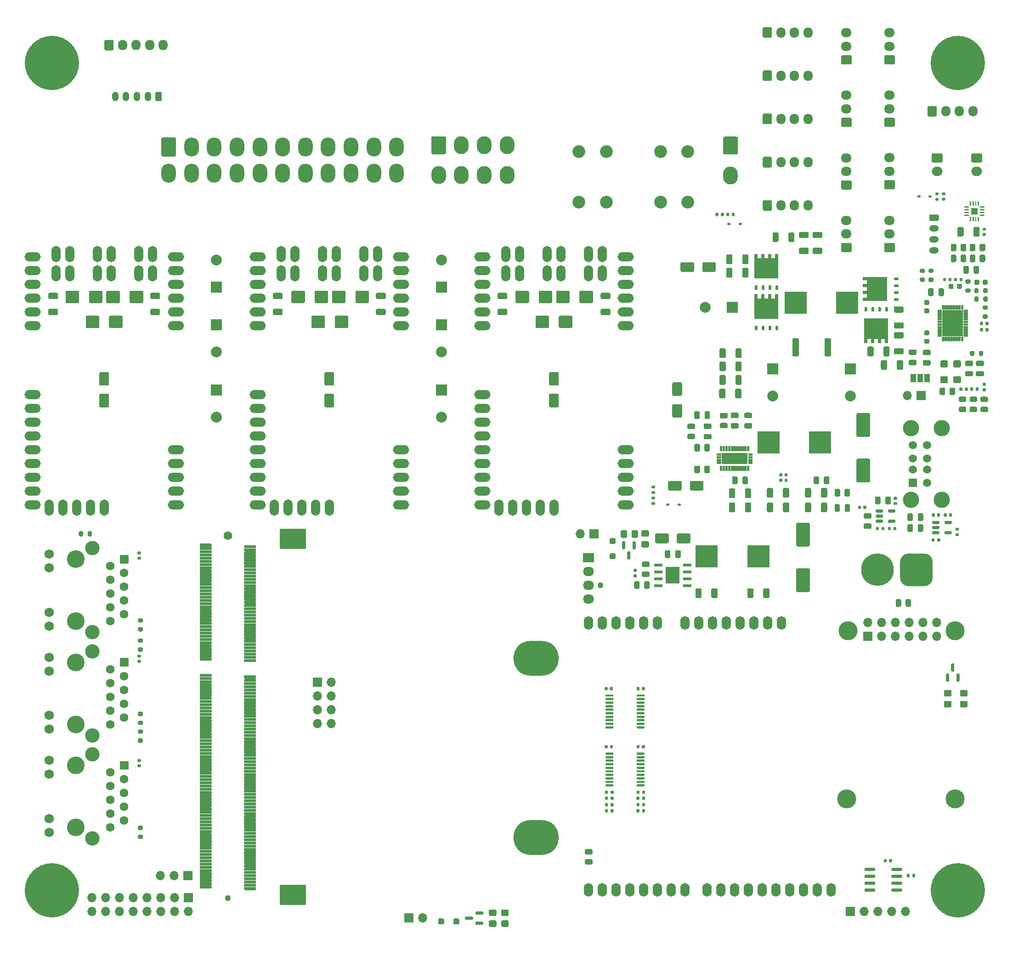
<source format=gts>
G04 #@! TF.GenerationSoftware,KiCad,Pcbnew,8.0.4+1*
G04 #@! TF.CreationDate,2024-10-07T14:01:40+00:00*
G04 #@! TF.ProjectId,hw-openmower-yardforce,68772d6f-7065-46e6-9d6f-7765722d7961,rev?*
G04 #@! TF.SameCoordinates,Original*
G04 #@! TF.FileFunction,Soldermask,Top*
G04 #@! TF.FilePolarity,Negative*
%FSLAX46Y46*%
G04 Gerber Fmt 4.6, Leading zero omitted, Abs format (unit mm)*
G04 Created by KiCad (PCBNEW 8.0.4+1) date 2024-10-07 14:01:40*
%MOMM*%
%LPD*%
G01*
G04 APERTURE LIST*
%ADD10C,0.010000*%
%ADD11C,6.000000*%
%ADD12R,2.000000X2.000000*%
%ADD13C,2.000000*%
%ADD14O,1.950000X1.700000*%
%ADD15O,1.700000X1.950000*%
%ADD16R,1.700000X1.700000*%
%ADD17O,1.700000X1.700000*%
%ADD18R,4.100000X4.100000*%
%ADD19C,3.250000*%
%ADD20C,1.602000*%
%ADD21C,1.734000*%
%ADD22C,2.649000*%
%ADD23O,1.727200X2.500000*%
%ADD24C,0.900000*%
%ADD25C,10.000000*%
%ADD26O,3.000000X1.700000*%
%ADD27O,1.700000X3.000000*%
%ADD28C,2.350000*%
%ADD29R,1.500000X1.500000*%
%ADD30C,1.500000*%
%ADD31C,3.000000*%
%ADD32O,2.700000X3.300000*%
%ADD33O,1.750000X1.200000*%
%ADD34C,1.600000*%
%ADD35C,1.100000*%
%ADD36O,8.400000X6.400000*%
%ADD37O,2.700000X3.500000*%
%ADD38R,2.030000X1.730000*%
%ADD39O,2.030000X1.730000*%
%ADD40O,2.000000X1.700000*%
%ADD41R,1.000000X1.500000*%
%ADD42R,1.550000X0.600000*%
%ADD43R,2.600000X3.100000*%
%ADD44C,3.500000*%
%ADD45R,1.230000X1.230000*%
%ADD46O,1.200000X1.750000*%
G04 APERTURE END LIST*
D10*
X191013000Y-74556000D02*
X191019000Y-74556000D01*
X191025000Y-74558000D01*
X191031000Y-74559000D01*
X191037000Y-74561000D01*
X191043000Y-74563000D01*
X191049000Y-74565000D01*
X191054000Y-74568000D01*
X191060000Y-74571000D01*
X191065000Y-74574000D01*
X191071000Y-74578000D01*
X191076000Y-74582000D01*
X191080000Y-74586000D01*
X191085000Y-74590000D01*
X191089000Y-74595000D01*
X191093000Y-74599000D01*
X191097000Y-74604000D01*
X191101000Y-74610000D01*
X191104000Y-74615000D01*
X191107000Y-74621000D01*
X191110000Y-74626000D01*
X191112000Y-74632000D01*
X191114000Y-74638000D01*
X191116000Y-74644000D01*
X191117000Y-74650000D01*
X191119000Y-74656000D01*
X191119000Y-74662000D01*
X191120000Y-74669000D01*
X191120000Y-74675000D01*
X191120000Y-74825000D01*
X191120000Y-74831000D01*
X191119000Y-74838000D01*
X191119000Y-74844000D01*
X191117000Y-74850000D01*
X191116000Y-74856000D01*
X191114000Y-74862000D01*
X191112000Y-74868000D01*
X191110000Y-74874000D01*
X191107000Y-74879000D01*
X191104000Y-74885000D01*
X191101000Y-74890000D01*
X191097000Y-74896000D01*
X191093000Y-74901000D01*
X191089000Y-74905000D01*
X191085000Y-74910000D01*
X191080000Y-74914000D01*
X191076000Y-74918000D01*
X191071000Y-74922000D01*
X191065000Y-74926000D01*
X191060000Y-74929000D01*
X191054000Y-74932000D01*
X191049000Y-74935000D01*
X191043000Y-74937000D01*
X191037000Y-74939000D01*
X191031000Y-74941000D01*
X191025000Y-74942000D01*
X191019000Y-74944000D01*
X191013000Y-74944000D01*
X191006000Y-74945000D01*
X191000000Y-74945000D01*
X190500000Y-74945000D01*
X190494000Y-74945000D01*
X190487000Y-74944000D01*
X190481000Y-74944000D01*
X190475000Y-74942000D01*
X190469000Y-74941000D01*
X190463000Y-74939000D01*
X190457000Y-74937000D01*
X190451000Y-74935000D01*
X190446000Y-74932000D01*
X190440000Y-74929000D01*
X190435000Y-74926000D01*
X190429000Y-74922000D01*
X190424000Y-74918000D01*
X190420000Y-74914000D01*
X190415000Y-74910000D01*
X190411000Y-74905000D01*
X190407000Y-74901000D01*
X190403000Y-74896000D01*
X190399000Y-74890000D01*
X190396000Y-74885000D01*
X190393000Y-74879000D01*
X190390000Y-74874000D01*
X190388000Y-74868000D01*
X190386000Y-74862000D01*
X190384000Y-74856000D01*
X190383000Y-74850000D01*
X190381000Y-74844000D01*
X190381000Y-74838000D01*
X190380000Y-74831000D01*
X190380000Y-74825000D01*
X190380000Y-74675000D01*
X190380000Y-74669000D01*
X190381000Y-74662000D01*
X190381000Y-74656000D01*
X190383000Y-74650000D01*
X190384000Y-74644000D01*
X190386000Y-74638000D01*
X190388000Y-74632000D01*
X190390000Y-74626000D01*
X190393000Y-74621000D01*
X190396000Y-74615000D01*
X190399000Y-74610000D01*
X190403000Y-74604000D01*
X190407000Y-74599000D01*
X190411000Y-74595000D01*
X190415000Y-74590000D01*
X190420000Y-74586000D01*
X190424000Y-74582000D01*
X190429000Y-74578000D01*
X190435000Y-74574000D01*
X190440000Y-74571000D01*
X190446000Y-74568000D01*
X190451000Y-74565000D01*
X190457000Y-74563000D01*
X190463000Y-74561000D01*
X190469000Y-74559000D01*
X190475000Y-74558000D01*
X190481000Y-74556000D01*
X190487000Y-74556000D01*
X190494000Y-74555000D01*
X190500000Y-74555000D01*
X191000000Y-74555000D01*
X191006000Y-74555000D01*
X191013000Y-74556000D01*
G36*
X191013000Y-74556000D02*
G01*
X191019000Y-74556000D01*
X191025000Y-74558000D01*
X191031000Y-74559000D01*
X191037000Y-74561000D01*
X191043000Y-74563000D01*
X191049000Y-74565000D01*
X191054000Y-74568000D01*
X191060000Y-74571000D01*
X191065000Y-74574000D01*
X191071000Y-74578000D01*
X191076000Y-74582000D01*
X191080000Y-74586000D01*
X191085000Y-74590000D01*
X191089000Y-74595000D01*
X191093000Y-74599000D01*
X191097000Y-74604000D01*
X191101000Y-74610000D01*
X191104000Y-74615000D01*
X191107000Y-74621000D01*
X191110000Y-74626000D01*
X191112000Y-74632000D01*
X191114000Y-74638000D01*
X191116000Y-74644000D01*
X191117000Y-74650000D01*
X191119000Y-74656000D01*
X191119000Y-74662000D01*
X191120000Y-74669000D01*
X191120000Y-74675000D01*
X191120000Y-74825000D01*
X191120000Y-74831000D01*
X191119000Y-74838000D01*
X191119000Y-74844000D01*
X191117000Y-74850000D01*
X191116000Y-74856000D01*
X191114000Y-74862000D01*
X191112000Y-74868000D01*
X191110000Y-74874000D01*
X191107000Y-74879000D01*
X191104000Y-74885000D01*
X191101000Y-74890000D01*
X191097000Y-74896000D01*
X191093000Y-74901000D01*
X191089000Y-74905000D01*
X191085000Y-74910000D01*
X191080000Y-74914000D01*
X191076000Y-74918000D01*
X191071000Y-74922000D01*
X191065000Y-74926000D01*
X191060000Y-74929000D01*
X191054000Y-74932000D01*
X191049000Y-74935000D01*
X191043000Y-74937000D01*
X191037000Y-74939000D01*
X191031000Y-74941000D01*
X191025000Y-74942000D01*
X191019000Y-74944000D01*
X191013000Y-74944000D01*
X191006000Y-74945000D01*
X191000000Y-74945000D01*
X190500000Y-74945000D01*
X190494000Y-74945000D01*
X190487000Y-74944000D01*
X190481000Y-74944000D01*
X190475000Y-74942000D01*
X190469000Y-74941000D01*
X190463000Y-74939000D01*
X190457000Y-74937000D01*
X190451000Y-74935000D01*
X190446000Y-74932000D01*
X190440000Y-74929000D01*
X190435000Y-74926000D01*
X190429000Y-74922000D01*
X190424000Y-74918000D01*
X190420000Y-74914000D01*
X190415000Y-74910000D01*
X190411000Y-74905000D01*
X190407000Y-74901000D01*
X190403000Y-74896000D01*
X190399000Y-74890000D01*
X190396000Y-74885000D01*
X190393000Y-74879000D01*
X190390000Y-74874000D01*
X190388000Y-74868000D01*
X190386000Y-74862000D01*
X190384000Y-74856000D01*
X190383000Y-74850000D01*
X190381000Y-74844000D01*
X190381000Y-74838000D01*
X190380000Y-74831000D01*
X190380000Y-74825000D01*
X190380000Y-74675000D01*
X190380000Y-74669000D01*
X190381000Y-74662000D01*
X190381000Y-74656000D01*
X190383000Y-74650000D01*
X190384000Y-74644000D01*
X190386000Y-74638000D01*
X190388000Y-74632000D01*
X190390000Y-74626000D01*
X190393000Y-74621000D01*
X190396000Y-74615000D01*
X190399000Y-74610000D01*
X190403000Y-74604000D01*
X190407000Y-74599000D01*
X190411000Y-74595000D01*
X190415000Y-74590000D01*
X190420000Y-74586000D01*
X190424000Y-74582000D01*
X190429000Y-74578000D01*
X190435000Y-74574000D01*
X190440000Y-74571000D01*
X190446000Y-74568000D01*
X190451000Y-74565000D01*
X190457000Y-74563000D01*
X190463000Y-74561000D01*
X190469000Y-74559000D01*
X190475000Y-74558000D01*
X190481000Y-74556000D01*
X190487000Y-74556000D01*
X190494000Y-74555000D01*
X190500000Y-74555000D01*
X191000000Y-74555000D01*
X191006000Y-74555000D01*
X191013000Y-74556000D01*
G37*
X191013000Y-75056000D02*
X191019000Y-75056000D01*
X191025000Y-75058000D01*
X191031000Y-75059000D01*
X191037000Y-75061000D01*
X191043000Y-75063000D01*
X191049000Y-75065000D01*
X191054000Y-75068000D01*
X191060000Y-75071000D01*
X191065000Y-75074000D01*
X191071000Y-75078000D01*
X191076000Y-75082000D01*
X191080000Y-75086000D01*
X191085000Y-75090000D01*
X191089000Y-75095000D01*
X191093000Y-75099000D01*
X191097000Y-75104000D01*
X191101000Y-75110000D01*
X191104000Y-75115000D01*
X191107000Y-75121000D01*
X191110000Y-75126000D01*
X191112000Y-75132000D01*
X191114000Y-75138000D01*
X191116000Y-75144000D01*
X191117000Y-75150000D01*
X191119000Y-75156000D01*
X191119000Y-75162000D01*
X191120000Y-75169000D01*
X191120000Y-75175000D01*
X191120000Y-75325000D01*
X191120000Y-75331000D01*
X191119000Y-75338000D01*
X191119000Y-75344000D01*
X191117000Y-75350000D01*
X191116000Y-75356000D01*
X191114000Y-75362000D01*
X191112000Y-75368000D01*
X191110000Y-75374000D01*
X191107000Y-75379000D01*
X191104000Y-75385000D01*
X191101000Y-75390000D01*
X191097000Y-75396000D01*
X191093000Y-75401000D01*
X191089000Y-75405000D01*
X191085000Y-75410000D01*
X191080000Y-75414000D01*
X191076000Y-75418000D01*
X191071000Y-75422000D01*
X191065000Y-75426000D01*
X191060000Y-75429000D01*
X191054000Y-75432000D01*
X191049000Y-75435000D01*
X191043000Y-75437000D01*
X191037000Y-75439000D01*
X191031000Y-75441000D01*
X191025000Y-75442000D01*
X191019000Y-75444000D01*
X191013000Y-75444000D01*
X191006000Y-75445000D01*
X191000000Y-75445000D01*
X190500000Y-75445000D01*
X190494000Y-75445000D01*
X190487000Y-75444000D01*
X190481000Y-75444000D01*
X190475000Y-75442000D01*
X190469000Y-75441000D01*
X190463000Y-75439000D01*
X190457000Y-75437000D01*
X190451000Y-75435000D01*
X190446000Y-75432000D01*
X190440000Y-75429000D01*
X190435000Y-75426000D01*
X190429000Y-75422000D01*
X190424000Y-75418000D01*
X190420000Y-75414000D01*
X190415000Y-75410000D01*
X190411000Y-75405000D01*
X190407000Y-75401000D01*
X190403000Y-75396000D01*
X190399000Y-75390000D01*
X190396000Y-75385000D01*
X190393000Y-75379000D01*
X190390000Y-75374000D01*
X190388000Y-75368000D01*
X190386000Y-75362000D01*
X190384000Y-75356000D01*
X190383000Y-75350000D01*
X190381000Y-75344000D01*
X190381000Y-75338000D01*
X190380000Y-75331000D01*
X190380000Y-75325000D01*
X190380000Y-75175000D01*
X190380000Y-75169000D01*
X190381000Y-75162000D01*
X190381000Y-75156000D01*
X190383000Y-75150000D01*
X190384000Y-75144000D01*
X190386000Y-75138000D01*
X190388000Y-75132000D01*
X190390000Y-75126000D01*
X190393000Y-75121000D01*
X190396000Y-75115000D01*
X190399000Y-75110000D01*
X190403000Y-75104000D01*
X190407000Y-75099000D01*
X190411000Y-75095000D01*
X190415000Y-75090000D01*
X190420000Y-75086000D01*
X190424000Y-75082000D01*
X190429000Y-75078000D01*
X190435000Y-75074000D01*
X190440000Y-75071000D01*
X190446000Y-75068000D01*
X190451000Y-75065000D01*
X190457000Y-75063000D01*
X190463000Y-75061000D01*
X190469000Y-75059000D01*
X190475000Y-75058000D01*
X190481000Y-75056000D01*
X190487000Y-75056000D01*
X190494000Y-75055000D01*
X190500000Y-75055000D01*
X191000000Y-75055000D01*
X191006000Y-75055000D01*
X191013000Y-75056000D01*
G36*
X191013000Y-75056000D02*
G01*
X191019000Y-75056000D01*
X191025000Y-75058000D01*
X191031000Y-75059000D01*
X191037000Y-75061000D01*
X191043000Y-75063000D01*
X191049000Y-75065000D01*
X191054000Y-75068000D01*
X191060000Y-75071000D01*
X191065000Y-75074000D01*
X191071000Y-75078000D01*
X191076000Y-75082000D01*
X191080000Y-75086000D01*
X191085000Y-75090000D01*
X191089000Y-75095000D01*
X191093000Y-75099000D01*
X191097000Y-75104000D01*
X191101000Y-75110000D01*
X191104000Y-75115000D01*
X191107000Y-75121000D01*
X191110000Y-75126000D01*
X191112000Y-75132000D01*
X191114000Y-75138000D01*
X191116000Y-75144000D01*
X191117000Y-75150000D01*
X191119000Y-75156000D01*
X191119000Y-75162000D01*
X191120000Y-75169000D01*
X191120000Y-75175000D01*
X191120000Y-75325000D01*
X191120000Y-75331000D01*
X191119000Y-75338000D01*
X191119000Y-75344000D01*
X191117000Y-75350000D01*
X191116000Y-75356000D01*
X191114000Y-75362000D01*
X191112000Y-75368000D01*
X191110000Y-75374000D01*
X191107000Y-75379000D01*
X191104000Y-75385000D01*
X191101000Y-75390000D01*
X191097000Y-75396000D01*
X191093000Y-75401000D01*
X191089000Y-75405000D01*
X191085000Y-75410000D01*
X191080000Y-75414000D01*
X191076000Y-75418000D01*
X191071000Y-75422000D01*
X191065000Y-75426000D01*
X191060000Y-75429000D01*
X191054000Y-75432000D01*
X191049000Y-75435000D01*
X191043000Y-75437000D01*
X191037000Y-75439000D01*
X191031000Y-75441000D01*
X191025000Y-75442000D01*
X191019000Y-75444000D01*
X191013000Y-75444000D01*
X191006000Y-75445000D01*
X191000000Y-75445000D01*
X190500000Y-75445000D01*
X190494000Y-75445000D01*
X190487000Y-75444000D01*
X190481000Y-75444000D01*
X190475000Y-75442000D01*
X190469000Y-75441000D01*
X190463000Y-75439000D01*
X190457000Y-75437000D01*
X190451000Y-75435000D01*
X190446000Y-75432000D01*
X190440000Y-75429000D01*
X190435000Y-75426000D01*
X190429000Y-75422000D01*
X190424000Y-75418000D01*
X190420000Y-75414000D01*
X190415000Y-75410000D01*
X190411000Y-75405000D01*
X190407000Y-75401000D01*
X190403000Y-75396000D01*
X190399000Y-75390000D01*
X190396000Y-75385000D01*
X190393000Y-75379000D01*
X190390000Y-75374000D01*
X190388000Y-75368000D01*
X190386000Y-75362000D01*
X190384000Y-75356000D01*
X190383000Y-75350000D01*
X190381000Y-75344000D01*
X190381000Y-75338000D01*
X190380000Y-75331000D01*
X190380000Y-75325000D01*
X190380000Y-75175000D01*
X190380000Y-75169000D01*
X190381000Y-75162000D01*
X190381000Y-75156000D01*
X190383000Y-75150000D01*
X190384000Y-75144000D01*
X190386000Y-75138000D01*
X190388000Y-75132000D01*
X190390000Y-75126000D01*
X190393000Y-75121000D01*
X190396000Y-75115000D01*
X190399000Y-75110000D01*
X190403000Y-75104000D01*
X190407000Y-75099000D01*
X190411000Y-75095000D01*
X190415000Y-75090000D01*
X190420000Y-75086000D01*
X190424000Y-75082000D01*
X190429000Y-75078000D01*
X190435000Y-75074000D01*
X190440000Y-75071000D01*
X190446000Y-75068000D01*
X190451000Y-75065000D01*
X190457000Y-75063000D01*
X190463000Y-75061000D01*
X190469000Y-75059000D01*
X190475000Y-75058000D01*
X190481000Y-75056000D01*
X190487000Y-75056000D01*
X190494000Y-75055000D01*
X190500000Y-75055000D01*
X191000000Y-75055000D01*
X191006000Y-75055000D01*
X191013000Y-75056000D01*
G37*
X191013000Y-75556000D02*
X191019000Y-75556000D01*
X191025000Y-75558000D01*
X191031000Y-75559000D01*
X191037000Y-75561000D01*
X191043000Y-75563000D01*
X191049000Y-75565000D01*
X191054000Y-75568000D01*
X191060000Y-75571000D01*
X191065000Y-75574000D01*
X191071000Y-75578000D01*
X191076000Y-75582000D01*
X191080000Y-75586000D01*
X191085000Y-75590000D01*
X191089000Y-75595000D01*
X191093000Y-75599000D01*
X191097000Y-75604000D01*
X191101000Y-75610000D01*
X191104000Y-75615000D01*
X191107000Y-75621000D01*
X191110000Y-75626000D01*
X191112000Y-75632000D01*
X191114000Y-75638000D01*
X191116000Y-75644000D01*
X191117000Y-75650000D01*
X191119000Y-75656000D01*
X191119000Y-75662000D01*
X191120000Y-75669000D01*
X191120000Y-75675000D01*
X191120000Y-75825000D01*
X191120000Y-75831000D01*
X191119000Y-75838000D01*
X191119000Y-75844000D01*
X191117000Y-75850000D01*
X191116000Y-75856000D01*
X191114000Y-75862000D01*
X191112000Y-75868000D01*
X191110000Y-75874000D01*
X191107000Y-75879000D01*
X191104000Y-75885000D01*
X191101000Y-75890000D01*
X191097000Y-75896000D01*
X191093000Y-75901000D01*
X191089000Y-75905000D01*
X191085000Y-75910000D01*
X191080000Y-75914000D01*
X191076000Y-75918000D01*
X191071000Y-75922000D01*
X191065000Y-75926000D01*
X191060000Y-75929000D01*
X191054000Y-75932000D01*
X191049000Y-75935000D01*
X191043000Y-75937000D01*
X191037000Y-75939000D01*
X191031000Y-75941000D01*
X191025000Y-75942000D01*
X191019000Y-75944000D01*
X191013000Y-75944000D01*
X191006000Y-75945000D01*
X191000000Y-75945000D01*
X190500000Y-75945000D01*
X190494000Y-75945000D01*
X190487000Y-75944000D01*
X190481000Y-75944000D01*
X190475000Y-75942000D01*
X190469000Y-75941000D01*
X190463000Y-75939000D01*
X190457000Y-75937000D01*
X190451000Y-75935000D01*
X190446000Y-75932000D01*
X190440000Y-75929000D01*
X190435000Y-75926000D01*
X190429000Y-75922000D01*
X190424000Y-75918000D01*
X190420000Y-75914000D01*
X190415000Y-75910000D01*
X190411000Y-75905000D01*
X190407000Y-75901000D01*
X190403000Y-75896000D01*
X190399000Y-75890000D01*
X190396000Y-75885000D01*
X190393000Y-75879000D01*
X190390000Y-75874000D01*
X190388000Y-75868000D01*
X190386000Y-75862000D01*
X190384000Y-75856000D01*
X190383000Y-75850000D01*
X190381000Y-75844000D01*
X190381000Y-75838000D01*
X190380000Y-75831000D01*
X190380000Y-75825000D01*
X190380000Y-75675000D01*
X190380000Y-75669000D01*
X190381000Y-75662000D01*
X190381000Y-75656000D01*
X190383000Y-75650000D01*
X190384000Y-75644000D01*
X190386000Y-75638000D01*
X190388000Y-75632000D01*
X190390000Y-75626000D01*
X190393000Y-75621000D01*
X190396000Y-75615000D01*
X190399000Y-75610000D01*
X190403000Y-75604000D01*
X190407000Y-75599000D01*
X190411000Y-75595000D01*
X190415000Y-75590000D01*
X190420000Y-75586000D01*
X190424000Y-75582000D01*
X190429000Y-75578000D01*
X190435000Y-75574000D01*
X190440000Y-75571000D01*
X190446000Y-75568000D01*
X190451000Y-75565000D01*
X190457000Y-75563000D01*
X190463000Y-75561000D01*
X190469000Y-75559000D01*
X190475000Y-75558000D01*
X190481000Y-75556000D01*
X190487000Y-75556000D01*
X190494000Y-75555000D01*
X190500000Y-75555000D01*
X191000000Y-75555000D01*
X191006000Y-75555000D01*
X191013000Y-75556000D01*
G36*
X191013000Y-75556000D02*
G01*
X191019000Y-75556000D01*
X191025000Y-75558000D01*
X191031000Y-75559000D01*
X191037000Y-75561000D01*
X191043000Y-75563000D01*
X191049000Y-75565000D01*
X191054000Y-75568000D01*
X191060000Y-75571000D01*
X191065000Y-75574000D01*
X191071000Y-75578000D01*
X191076000Y-75582000D01*
X191080000Y-75586000D01*
X191085000Y-75590000D01*
X191089000Y-75595000D01*
X191093000Y-75599000D01*
X191097000Y-75604000D01*
X191101000Y-75610000D01*
X191104000Y-75615000D01*
X191107000Y-75621000D01*
X191110000Y-75626000D01*
X191112000Y-75632000D01*
X191114000Y-75638000D01*
X191116000Y-75644000D01*
X191117000Y-75650000D01*
X191119000Y-75656000D01*
X191119000Y-75662000D01*
X191120000Y-75669000D01*
X191120000Y-75675000D01*
X191120000Y-75825000D01*
X191120000Y-75831000D01*
X191119000Y-75838000D01*
X191119000Y-75844000D01*
X191117000Y-75850000D01*
X191116000Y-75856000D01*
X191114000Y-75862000D01*
X191112000Y-75868000D01*
X191110000Y-75874000D01*
X191107000Y-75879000D01*
X191104000Y-75885000D01*
X191101000Y-75890000D01*
X191097000Y-75896000D01*
X191093000Y-75901000D01*
X191089000Y-75905000D01*
X191085000Y-75910000D01*
X191080000Y-75914000D01*
X191076000Y-75918000D01*
X191071000Y-75922000D01*
X191065000Y-75926000D01*
X191060000Y-75929000D01*
X191054000Y-75932000D01*
X191049000Y-75935000D01*
X191043000Y-75937000D01*
X191037000Y-75939000D01*
X191031000Y-75941000D01*
X191025000Y-75942000D01*
X191019000Y-75944000D01*
X191013000Y-75944000D01*
X191006000Y-75945000D01*
X191000000Y-75945000D01*
X190500000Y-75945000D01*
X190494000Y-75945000D01*
X190487000Y-75944000D01*
X190481000Y-75944000D01*
X190475000Y-75942000D01*
X190469000Y-75941000D01*
X190463000Y-75939000D01*
X190457000Y-75937000D01*
X190451000Y-75935000D01*
X190446000Y-75932000D01*
X190440000Y-75929000D01*
X190435000Y-75926000D01*
X190429000Y-75922000D01*
X190424000Y-75918000D01*
X190420000Y-75914000D01*
X190415000Y-75910000D01*
X190411000Y-75905000D01*
X190407000Y-75901000D01*
X190403000Y-75896000D01*
X190399000Y-75890000D01*
X190396000Y-75885000D01*
X190393000Y-75879000D01*
X190390000Y-75874000D01*
X190388000Y-75868000D01*
X190386000Y-75862000D01*
X190384000Y-75856000D01*
X190383000Y-75850000D01*
X190381000Y-75844000D01*
X190381000Y-75838000D01*
X190380000Y-75831000D01*
X190380000Y-75825000D01*
X190380000Y-75675000D01*
X190380000Y-75669000D01*
X190381000Y-75662000D01*
X190381000Y-75656000D01*
X190383000Y-75650000D01*
X190384000Y-75644000D01*
X190386000Y-75638000D01*
X190388000Y-75632000D01*
X190390000Y-75626000D01*
X190393000Y-75621000D01*
X190396000Y-75615000D01*
X190399000Y-75610000D01*
X190403000Y-75604000D01*
X190407000Y-75599000D01*
X190411000Y-75595000D01*
X190415000Y-75590000D01*
X190420000Y-75586000D01*
X190424000Y-75582000D01*
X190429000Y-75578000D01*
X190435000Y-75574000D01*
X190440000Y-75571000D01*
X190446000Y-75568000D01*
X190451000Y-75565000D01*
X190457000Y-75563000D01*
X190463000Y-75561000D01*
X190469000Y-75559000D01*
X190475000Y-75558000D01*
X190481000Y-75556000D01*
X190487000Y-75556000D01*
X190494000Y-75555000D01*
X190500000Y-75555000D01*
X191000000Y-75555000D01*
X191006000Y-75555000D01*
X191013000Y-75556000D01*
G37*
X191013000Y-76056000D02*
X191019000Y-76056000D01*
X191025000Y-76058000D01*
X191031000Y-76059000D01*
X191037000Y-76061000D01*
X191043000Y-76063000D01*
X191049000Y-76065000D01*
X191054000Y-76068000D01*
X191060000Y-76071000D01*
X191065000Y-76074000D01*
X191071000Y-76078000D01*
X191076000Y-76082000D01*
X191080000Y-76086000D01*
X191085000Y-76090000D01*
X191089000Y-76095000D01*
X191093000Y-76099000D01*
X191097000Y-76104000D01*
X191101000Y-76110000D01*
X191104000Y-76115000D01*
X191107000Y-76121000D01*
X191110000Y-76126000D01*
X191112000Y-76132000D01*
X191114000Y-76138000D01*
X191116000Y-76144000D01*
X191117000Y-76150000D01*
X191119000Y-76156000D01*
X191119000Y-76162000D01*
X191120000Y-76169000D01*
X191120000Y-76175000D01*
X191120000Y-76325000D01*
X191120000Y-76331000D01*
X191119000Y-76338000D01*
X191119000Y-76344000D01*
X191117000Y-76350000D01*
X191116000Y-76356000D01*
X191114000Y-76362000D01*
X191112000Y-76368000D01*
X191110000Y-76374000D01*
X191107000Y-76379000D01*
X191104000Y-76385000D01*
X191101000Y-76390000D01*
X191097000Y-76396000D01*
X191093000Y-76401000D01*
X191089000Y-76405000D01*
X191085000Y-76410000D01*
X191080000Y-76414000D01*
X191076000Y-76418000D01*
X191071000Y-76422000D01*
X191065000Y-76426000D01*
X191060000Y-76429000D01*
X191054000Y-76432000D01*
X191049000Y-76435000D01*
X191043000Y-76437000D01*
X191037000Y-76439000D01*
X191031000Y-76441000D01*
X191025000Y-76442000D01*
X191019000Y-76444000D01*
X191013000Y-76444000D01*
X191006000Y-76445000D01*
X191000000Y-76445000D01*
X190500000Y-76445000D01*
X190494000Y-76445000D01*
X190487000Y-76444000D01*
X190481000Y-76444000D01*
X190475000Y-76442000D01*
X190469000Y-76441000D01*
X190463000Y-76439000D01*
X190457000Y-76437000D01*
X190451000Y-76435000D01*
X190446000Y-76432000D01*
X190440000Y-76429000D01*
X190435000Y-76426000D01*
X190429000Y-76422000D01*
X190424000Y-76418000D01*
X190420000Y-76414000D01*
X190415000Y-76410000D01*
X190411000Y-76405000D01*
X190407000Y-76401000D01*
X190403000Y-76396000D01*
X190399000Y-76390000D01*
X190396000Y-76385000D01*
X190393000Y-76379000D01*
X190390000Y-76374000D01*
X190388000Y-76368000D01*
X190386000Y-76362000D01*
X190384000Y-76356000D01*
X190383000Y-76350000D01*
X190381000Y-76344000D01*
X190381000Y-76338000D01*
X190380000Y-76331000D01*
X190380000Y-76325000D01*
X190380000Y-76175000D01*
X190380000Y-76169000D01*
X190381000Y-76162000D01*
X190381000Y-76156000D01*
X190383000Y-76150000D01*
X190384000Y-76144000D01*
X190386000Y-76138000D01*
X190388000Y-76132000D01*
X190390000Y-76126000D01*
X190393000Y-76121000D01*
X190396000Y-76115000D01*
X190399000Y-76110000D01*
X190403000Y-76104000D01*
X190407000Y-76099000D01*
X190411000Y-76095000D01*
X190415000Y-76090000D01*
X190420000Y-76086000D01*
X190424000Y-76082000D01*
X190429000Y-76078000D01*
X190435000Y-76074000D01*
X190440000Y-76071000D01*
X190446000Y-76068000D01*
X190451000Y-76065000D01*
X190457000Y-76063000D01*
X190463000Y-76061000D01*
X190469000Y-76059000D01*
X190475000Y-76058000D01*
X190481000Y-76056000D01*
X190487000Y-76056000D01*
X190494000Y-76055000D01*
X190500000Y-76055000D01*
X191000000Y-76055000D01*
X191006000Y-76055000D01*
X191013000Y-76056000D01*
G36*
X191013000Y-76056000D02*
G01*
X191019000Y-76056000D01*
X191025000Y-76058000D01*
X191031000Y-76059000D01*
X191037000Y-76061000D01*
X191043000Y-76063000D01*
X191049000Y-76065000D01*
X191054000Y-76068000D01*
X191060000Y-76071000D01*
X191065000Y-76074000D01*
X191071000Y-76078000D01*
X191076000Y-76082000D01*
X191080000Y-76086000D01*
X191085000Y-76090000D01*
X191089000Y-76095000D01*
X191093000Y-76099000D01*
X191097000Y-76104000D01*
X191101000Y-76110000D01*
X191104000Y-76115000D01*
X191107000Y-76121000D01*
X191110000Y-76126000D01*
X191112000Y-76132000D01*
X191114000Y-76138000D01*
X191116000Y-76144000D01*
X191117000Y-76150000D01*
X191119000Y-76156000D01*
X191119000Y-76162000D01*
X191120000Y-76169000D01*
X191120000Y-76175000D01*
X191120000Y-76325000D01*
X191120000Y-76331000D01*
X191119000Y-76338000D01*
X191119000Y-76344000D01*
X191117000Y-76350000D01*
X191116000Y-76356000D01*
X191114000Y-76362000D01*
X191112000Y-76368000D01*
X191110000Y-76374000D01*
X191107000Y-76379000D01*
X191104000Y-76385000D01*
X191101000Y-76390000D01*
X191097000Y-76396000D01*
X191093000Y-76401000D01*
X191089000Y-76405000D01*
X191085000Y-76410000D01*
X191080000Y-76414000D01*
X191076000Y-76418000D01*
X191071000Y-76422000D01*
X191065000Y-76426000D01*
X191060000Y-76429000D01*
X191054000Y-76432000D01*
X191049000Y-76435000D01*
X191043000Y-76437000D01*
X191037000Y-76439000D01*
X191031000Y-76441000D01*
X191025000Y-76442000D01*
X191019000Y-76444000D01*
X191013000Y-76444000D01*
X191006000Y-76445000D01*
X191000000Y-76445000D01*
X190500000Y-76445000D01*
X190494000Y-76445000D01*
X190487000Y-76444000D01*
X190481000Y-76444000D01*
X190475000Y-76442000D01*
X190469000Y-76441000D01*
X190463000Y-76439000D01*
X190457000Y-76437000D01*
X190451000Y-76435000D01*
X190446000Y-76432000D01*
X190440000Y-76429000D01*
X190435000Y-76426000D01*
X190429000Y-76422000D01*
X190424000Y-76418000D01*
X190420000Y-76414000D01*
X190415000Y-76410000D01*
X190411000Y-76405000D01*
X190407000Y-76401000D01*
X190403000Y-76396000D01*
X190399000Y-76390000D01*
X190396000Y-76385000D01*
X190393000Y-76379000D01*
X190390000Y-76374000D01*
X190388000Y-76368000D01*
X190386000Y-76362000D01*
X190384000Y-76356000D01*
X190383000Y-76350000D01*
X190381000Y-76344000D01*
X190381000Y-76338000D01*
X190380000Y-76331000D01*
X190380000Y-76325000D01*
X190380000Y-76175000D01*
X190380000Y-76169000D01*
X190381000Y-76162000D01*
X190381000Y-76156000D01*
X190383000Y-76150000D01*
X190384000Y-76144000D01*
X190386000Y-76138000D01*
X190388000Y-76132000D01*
X190390000Y-76126000D01*
X190393000Y-76121000D01*
X190396000Y-76115000D01*
X190399000Y-76110000D01*
X190403000Y-76104000D01*
X190407000Y-76099000D01*
X190411000Y-76095000D01*
X190415000Y-76090000D01*
X190420000Y-76086000D01*
X190424000Y-76082000D01*
X190429000Y-76078000D01*
X190435000Y-76074000D01*
X190440000Y-76071000D01*
X190446000Y-76068000D01*
X190451000Y-76065000D01*
X190457000Y-76063000D01*
X190463000Y-76061000D01*
X190469000Y-76059000D01*
X190475000Y-76058000D01*
X190481000Y-76056000D01*
X190487000Y-76056000D01*
X190494000Y-76055000D01*
X190500000Y-76055000D01*
X191000000Y-76055000D01*
X191006000Y-76055000D01*
X191013000Y-76056000D01*
G37*
X191013000Y-76556000D02*
X191019000Y-76556000D01*
X191025000Y-76558000D01*
X191031000Y-76559000D01*
X191037000Y-76561000D01*
X191043000Y-76563000D01*
X191049000Y-76565000D01*
X191054000Y-76568000D01*
X191060000Y-76571000D01*
X191065000Y-76574000D01*
X191071000Y-76578000D01*
X191076000Y-76582000D01*
X191080000Y-76586000D01*
X191085000Y-76590000D01*
X191089000Y-76595000D01*
X191093000Y-76599000D01*
X191097000Y-76604000D01*
X191101000Y-76610000D01*
X191104000Y-76615000D01*
X191107000Y-76621000D01*
X191110000Y-76626000D01*
X191112000Y-76632000D01*
X191114000Y-76638000D01*
X191116000Y-76644000D01*
X191117000Y-76650000D01*
X191119000Y-76656000D01*
X191119000Y-76662000D01*
X191120000Y-76669000D01*
X191120000Y-76675000D01*
X191120000Y-76825000D01*
X191120000Y-76831000D01*
X191119000Y-76838000D01*
X191119000Y-76844000D01*
X191117000Y-76850000D01*
X191116000Y-76856000D01*
X191114000Y-76862000D01*
X191112000Y-76868000D01*
X191110000Y-76874000D01*
X191107000Y-76879000D01*
X191104000Y-76885000D01*
X191101000Y-76890000D01*
X191097000Y-76896000D01*
X191093000Y-76901000D01*
X191089000Y-76905000D01*
X191085000Y-76910000D01*
X191080000Y-76914000D01*
X191076000Y-76918000D01*
X191071000Y-76922000D01*
X191065000Y-76926000D01*
X191060000Y-76929000D01*
X191054000Y-76932000D01*
X191049000Y-76935000D01*
X191043000Y-76937000D01*
X191037000Y-76939000D01*
X191031000Y-76941000D01*
X191025000Y-76942000D01*
X191019000Y-76944000D01*
X191013000Y-76944000D01*
X191006000Y-76945000D01*
X191000000Y-76945000D01*
X190500000Y-76945000D01*
X190494000Y-76945000D01*
X190487000Y-76944000D01*
X190481000Y-76944000D01*
X190475000Y-76942000D01*
X190469000Y-76941000D01*
X190463000Y-76939000D01*
X190457000Y-76937000D01*
X190451000Y-76935000D01*
X190446000Y-76932000D01*
X190440000Y-76929000D01*
X190435000Y-76926000D01*
X190429000Y-76922000D01*
X190424000Y-76918000D01*
X190420000Y-76914000D01*
X190415000Y-76910000D01*
X190411000Y-76905000D01*
X190407000Y-76901000D01*
X190403000Y-76896000D01*
X190399000Y-76890000D01*
X190396000Y-76885000D01*
X190393000Y-76879000D01*
X190390000Y-76874000D01*
X190388000Y-76868000D01*
X190386000Y-76862000D01*
X190384000Y-76856000D01*
X190383000Y-76850000D01*
X190381000Y-76844000D01*
X190381000Y-76838000D01*
X190380000Y-76831000D01*
X190380000Y-76825000D01*
X190380000Y-76675000D01*
X190380000Y-76669000D01*
X190381000Y-76662000D01*
X190381000Y-76656000D01*
X190383000Y-76650000D01*
X190384000Y-76644000D01*
X190386000Y-76638000D01*
X190388000Y-76632000D01*
X190390000Y-76626000D01*
X190393000Y-76621000D01*
X190396000Y-76615000D01*
X190399000Y-76610000D01*
X190403000Y-76604000D01*
X190407000Y-76599000D01*
X190411000Y-76595000D01*
X190415000Y-76590000D01*
X190420000Y-76586000D01*
X190424000Y-76582000D01*
X190429000Y-76578000D01*
X190435000Y-76574000D01*
X190440000Y-76571000D01*
X190446000Y-76568000D01*
X190451000Y-76565000D01*
X190457000Y-76563000D01*
X190463000Y-76561000D01*
X190469000Y-76559000D01*
X190475000Y-76558000D01*
X190481000Y-76556000D01*
X190487000Y-76556000D01*
X190494000Y-76555000D01*
X190500000Y-76555000D01*
X191000000Y-76555000D01*
X191006000Y-76555000D01*
X191013000Y-76556000D01*
G36*
X191013000Y-76556000D02*
G01*
X191019000Y-76556000D01*
X191025000Y-76558000D01*
X191031000Y-76559000D01*
X191037000Y-76561000D01*
X191043000Y-76563000D01*
X191049000Y-76565000D01*
X191054000Y-76568000D01*
X191060000Y-76571000D01*
X191065000Y-76574000D01*
X191071000Y-76578000D01*
X191076000Y-76582000D01*
X191080000Y-76586000D01*
X191085000Y-76590000D01*
X191089000Y-76595000D01*
X191093000Y-76599000D01*
X191097000Y-76604000D01*
X191101000Y-76610000D01*
X191104000Y-76615000D01*
X191107000Y-76621000D01*
X191110000Y-76626000D01*
X191112000Y-76632000D01*
X191114000Y-76638000D01*
X191116000Y-76644000D01*
X191117000Y-76650000D01*
X191119000Y-76656000D01*
X191119000Y-76662000D01*
X191120000Y-76669000D01*
X191120000Y-76675000D01*
X191120000Y-76825000D01*
X191120000Y-76831000D01*
X191119000Y-76838000D01*
X191119000Y-76844000D01*
X191117000Y-76850000D01*
X191116000Y-76856000D01*
X191114000Y-76862000D01*
X191112000Y-76868000D01*
X191110000Y-76874000D01*
X191107000Y-76879000D01*
X191104000Y-76885000D01*
X191101000Y-76890000D01*
X191097000Y-76896000D01*
X191093000Y-76901000D01*
X191089000Y-76905000D01*
X191085000Y-76910000D01*
X191080000Y-76914000D01*
X191076000Y-76918000D01*
X191071000Y-76922000D01*
X191065000Y-76926000D01*
X191060000Y-76929000D01*
X191054000Y-76932000D01*
X191049000Y-76935000D01*
X191043000Y-76937000D01*
X191037000Y-76939000D01*
X191031000Y-76941000D01*
X191025000Y-76942000D01*
X191019000Y-76944000D01*
X191013000Y-76944000D01*
X191006000Y-76945000D01*
X191000000Y-76945000D01*
X190500000Y-76945000D01*
X190494000Y-76945000D01*
X190487000Y-76944000D01*
X190481000Y-76944000D01*
X190475000Y-76942000D01*
X190469000Y-76941000D01*
X190463000Y-76939000D01*
X190457000Y-76937000D01*
X190451000Y-76935000D01*
X190446000Y-76932000D01*
X190440000Y-76929000D01*
X190435000Y-76926000D01*
X190429000Y-76922000D01*
X190424000Y-76918000D01*
X190420000Y-76914000D01*
X190415000Y-76910000D01*
X190411000Y-76905000D01*
X190407000Y-76901000D01*
X190403000Y-76896000D01*
X190399000Y-76890000D01*
X190396000Y-76885000D01*
X190393000Y-76879000D01*
X190390000Y-76874000D01*
X190388000Y-76868000D01*
X190386000Y-76862000D01*
X190384000Y-76856000D01*
X190383000Y-76850000D01*
X190381000Y-76844000D01*
X190381000Y-76838000D01*
X190380000Y-76831000D01*
X190380000Y-76825000D01*
X190380000Y-76675000D01*
X190380000Y-76669000D01*
X190381000Y-76662000D01*
X190381000Y-76656000D01*
X190383000Y-76650000D01*
X190384000Y-76644000D01*
X190386000Y-76638000D01*
X190388000Y-76632000D01*
X190390000Y-76626000D01*
X190393000Y-76621000D01*
X190396000Y-76615000D01*
X190399000Y-76610000D01*
X190403000Y-76604000D01*
X190407000Y-76599000D01*
X190411000Y-76595000D01*
X190415000Y-76590000D01*
X190420000Y-76586000D01*
X190424000Y-76582000D01*
X190429000Y-76578000D01*
X190435000Y-76574000D01*
X190440000Y-76571000D01*
X190446000Y-76568000D01*
X190451000Y-76565000D01*
X190457000Y-76563000D01*
X190463000Y-76561000D01*
X190469000Y-76559000D01*
X190475000Y-76558000D01*
X190481000Y-76556000D01*
X190487000Y-76556000D01*
X190494000Y-76555000D01*
X190500000Y-76555000D01*
X191000000Y-76555000D01*
X191006000Y-76555000D01*
X191013000Y-76556000D01*
G37*
X191013000Y-77056000D02*
X191019000Y-77056000D01*
X191025000Y-77058000D01*
X191031000Y-77059000D01*
X191037000Y-77061000D01*
X191043000Y-77063000D01*
X191049000Y-77065000D01*
X191054000Y-77068000D01*
X191060000Y-77071000D01*
X191065000Y-77074000D01*
X191071000Y-77078000D01*
X191076000Y-77082000D01*
X191080000Y-77086000D01*
X191085000Y-77090000D01*
X191089000Y-77095000D01*
X191093000Y-77099000D01*
X191097000Y-77104000D01*
X191101000Y-77110000D01*
X191104000Y-77115000D01*
X191107000Y-77121000D01*
X191110000Y-77126000D01*
X191112000Y-77132000D01*
X191114000Y-77138000D01*
X191116000Y-77144000D01*
X191117000Y-77150000D01*
X191119000Y-77156000D01*
X191119000Y-77162000D01*
X191120000Y-77169000D01*
X191120000Y-77175000D01*
X191120000Y-77325000D01*
X191120000Y-77331000D01*
X191119000Y-77338000D01*
X191119000Y-77344000D01*
X191117000Y-77350000D01*
X191116000Y-77356000D01*
X191114000Y-77362000D01*
X191112000Y-77368000D01*
X191110000Y-77374000D01*
X191107000Y-77379000D01*
X191104000Y-77385000D01*
X191101000Y-77390000D01*
X191097000Y-77396000D01*
X191093000Y-77401000D01*
X191089000Y-77405000D01*
X191085000Y-77410000D01*
X191080000Y-77414000D01*
X191076000Y-77418000D01*
X191071000Y-77422000D01*
X191065000Y-77426000D01*
X191060000Y-77429000D01*
X191054000Y-77432000D01*
X191049000Y-77435000D01*
X191043000Y-77437000D01*
X191037000Y-77439000D01*
X191031000Y-77441000D01*
X191025000Y-77442000D01*
X191019000Y-77444000D01*
X191013000Y-77444000D01*
X191006000Y-77445000D01*
X191000000Y-77445000D01*
X190500000Y-77445000D01*
X190494000Y-77445000D01*
X190487000Y-77444000D01*
X190481000Y-77444000D01*
X190475000Y-77442000D01*
X190469000Y-77441000D01*
X190463000Y-77439000D01*
X190457000Y-77437000D01*
X190451000Y-77435000D01*
X190446000Y-77432000D01*
X190440000Y-77429000D01*
X190435000Y-77426000D01*
X190429000Y-77422000D01*
X190424000Y-77418000D01*
X190420000Y-77414000D01*
X190415000Y-77410000D01*
X190411000Y-77405000D01*
X190407000Y-77401000D01*
X190403000Y-77396000D01*
X190399000Y-77390000D01*
X190396000Y-77385000D01*
X190393000Y-77379000D01*
X190390000Y-77374000D01*
X190388000Y-77368000D01*
X190386000Y-77362000D01*
X190384000Y-77356000D01*
X190383000Y-77350000D01*
X190381000Y-77344000D01*
X190381000Y-77338000D01*
X190380000Y-77331000D01*
X190380000Y-77325000D01*
X190380000Y-77175000D01*
X190380000Y-77169000D01*
X190381000Y-77162000D01*
X190381000Y-77156000D01*
X190383000Y-77150000D01*
X190384000Y-77144000D01*
X190386000Y-77138000D01*
X190388000Y-77132000D01*
X190390000Y-77126000D01*
X190393000Y-77121000D01*
X190396000Y-77115000D01*
X190399000Y-77110000D01*
X190403000Y-77104000D01*
X190407000Y-77099000D01*
X190411000Y-77095000D01*
X190415000Y-77090000D01*
X190420000Y-77086000D01*
X190424000Y-77082000D01*
X190429000Y-77078000D01*
X190435000Y-77074000D01*
X190440000Y-77071000D01*
X190446000Y-77068000D01*
X190451000Y-77065000D01*
X190457000Y-77063000D01*
X190463000Y-77061000D01*
X190469000Y-77059000D01*
X190475000Y-77058000D01*
X190481000Y-77056000D01*
X190487000Y-77056000D01*
X190494000Y-77055000D01*
X190500000Y-77055000D01*
X191000000Y-77055000D01*
X191006000Y-77055000D01*
X191013000Y-77056000D01*
G36*
X191013000Y-77056000D02*
G01*
X191019000Y-77056000D01*
X191025000Y-77058000D01*
X191031000Y-77059000D01*
X191037000Y-77061000D01*
X191043000Y-77063000D01*
X191049000Y-77065000D01*
X191054000Y-77068000D01*
X191060000Y-77071000D01*
X191065000Y-77074000D01*
X191071000Y-77078000D01*
X191076000Y-77082000D01*
X191080000Y-77086000D01*
X191085000Y-77090000D01*
X191089000Y-77095000D01*
X191093000Y-77099000D01*
X191097000Y-77104000D01*
X191101000Y-77110000D01*
X191104000Y-77115000D01*
X191107000Y-77121000D01*
X191110000Y-77126000D01*
X191112000Y-77132000D01*
X191114000Y-77138000D01*
X191116000Y-77144000D01*
X191117000Y-77150000D01*
X191119000Y-77156000D01*
X191119000Y-77162000D01*
X191120000Y-77169000D01*
X191120000Y-77175000D01*
X191120000Y-77325000D01*
X191120000Y-77331000D01*
X191119000Y-77338000D01*
X191119000Y-77344000D01*
X191117000Y-77350000D01*
X191116000Y-77356000D01*
X191114000Y-77362000D01*
X191112000Y-77368000D01*
X191110000Y-77374000D01*
X191107000Y-77379000D01*
X191104000Y-77385000D01*
X191101000Y-77390000D01*
X191097000Y-77396000D01*
X191093000Y-77401000D01*
X191089000Y-77405000D01*
X191085000Y-77410000D01*
X191080000Y-77414000D01*
X191076000Y-77418000D01*
X191071000Y-77422000D01*
X191065000Y-77426000D01*
X191060000Y-77429000D01*
X191054000Y-77432000D01*
X191049000Y-77435000D01*
X191043000Y-77437000D01*
X191037000Y-77439000D01*
X191031000Y-77441000D01*
X191025000Y-77442000D01*
X191019000Y-77444000D01*
X191013000Y-77444000D01*
X191006000Y-77445000D01*
X191000000Y-77445000D01*
X190500000Y-77445000D01*
X190494000Y-77445000D01*
X190487000Y-77444000D01*
X190481000Y-77444000D01*
X190475000Y-77442000D01*
X190469000Y-77441000D01*
X190463000Y-77439000D01*
X190457000Y-77437000D01*
X190451000Y-77435000D01*
X190446000Y-77432000D01*
X190440000Y-77429000D01*
X190435000Y-77426000D01*
X190429000Y-77422000D01*
X190424000Y-77418000D01*
X190420000Y-77414000D01*
X190415000Y-77410000D01*
X190411000Y-77405000D01*
X190407000Y-77401000D01*
X190403000Y-77396000D01*
X190399000Y-77390000D01*
X190396000Y-77385000D01*
X190393000Y-77379000D01*
X190390000Y-77374000D01*
X190388000Y-77368000D01*
X190386000Y-77362000D01*
X190384000Y-77356000D01*
X190383000Y-77350000D01*
X190381000Y-77344000D01*
X190381000Y-77338000D01*
X190380000Y-77331000D01*
X190380000Y-77325000D01*
X190380000Y-77175000D01*
X190380000Y-77169000D01*
X190381000Y-77162000D01*
X190381000Y-77156000D01*
X190383000Y-77150000D01*
X190384000Y-77144000D01*
X190386000Y-77138000D01*
X190388000Y-77132000D01*
X190390000Y-77126000D01*
X190393000Y-77121000D01*
X190396000Y-77115000D01*
X190399000Y-77110000D01*
X190403000Y-77104000D01*
X190407000Y-77099000D01*
X190411000Y-77095000D01*
X190415000Y-77090000D01*
X190420000Y-77086000D01*
X190424000Y-77082000D01*
X190429000Y-77078000D01*
X190435000Y-77074000D01*
X190440000Y-77071000D01*
X190446000Y-77068000D01*
X190451000Y-77065000D01*
X190457000Y-77063000D01*
X190463000Y-77061000D01*
X190469000Y-77059000D01*
X190475000Y-77058000D01*
X190481000Y-77056000D01*
X190487000Y-77056000D01*
X190494000Y-77055000D01*
X190500000Y-77055000D01*
X191000000Y-77055000D01*
X191006000Y-77055000D01*
X191013000Y-77056000D01*
G37*
X191013000Y-77556000D02*
X191019000Y-77556000D01*
X191025000Y-77558000D01*
X191031000Y-77559000D01*
X191037000Y-77561000D01*
X191043000Y-77563000D01*
X191049000Y-77565000D01*
X191054000Y-77568000D01*
X191060000Y-77571000D01*
X191065000Y-77574000D01*
X191071000Y-77578000D01*
X191076000Y-77582000D01*
X191080000Y-77586000D01*
X191085000Y-77590000D01*
X191089000Y-77595000D01*
X191093000Y-77599000D01*
X191097000Y-77604000D01*
X191101000Y-77610000D01*
X191104000Y-77615000D01*
X191107000Y-77621000D01*
X191110000Y-77626000D01*
X191112000Y-77632000D01*
X191114000Y-77638000D01*
X191116000Y-77644000D01*
X191117000Y-77650000D01*
X191119000Y-77656000D01*
X191119000Y-77662000D01*
X191120000Y-77669000D01*
X191120000Y-77675000D01*
X191120000Y-77825000D01*
X191120000Y-77831000D01*
X191119000Y-77838000D01*
X191119000Y-77844000D01*
X191117000Y-77850000D01*
X191116000Y-77856000D01*
X191114000Y-77862000D01*
X191112000Y-77868000D01*
X191110000Y-77874000D01*
X191107000Y-77879000D01*
X191104000Y-77885000D01*
X191101000Y-77890000D01*
X191097000Y-77896000D01*
X191093000Y-77901000D01*
X191089000Y-77905000D01*
X191085000Y-77910000D01*
X191080000Y-77914000D01*
X191076000Y-77918000D01*
X191071000Y-77922000D01*
X191065000Y-77926000D01*
X191060000Y-77929000D01*
X191054000Y-77932000D01*
X191049000Y-77935000D01*
X191043000Y-77937000D01*
X191037000Y-77939000D01*
X191031000Y-77941000D01*
X191025000Y-77942000D01*
X191019000Y-77944000D01*
X191013000Y-77944000D01*
X191006000Y-77945000D01*
X191000000Y-77945000D01*
X190500000Y-77945000D01*
X190494000Y-77945000D01*
X190487000Y-77944000D01*
X190481000Y-77944000D01*
X190475000Y-77942000D01*
X190469000Y-77941000D01*
X190463000Y-77939000D01*
X190457000Y-77937000D01*
X190451000Y-77935000D01*
X190446000Y-77932000D01*
X190440000Y-77929000D01*
X190435000Y-77926000D01*
X190429000Y-77922000D01*
X190424000Y-77918000D01*
X190420000Y-77914000D01*
X190415000Y-77910000D01*
X190411000Y-77905000D01*
X190407000Y-77901000D01*
X190403000Y-77896000D01*
X190399000Y-77890000D01*
X190396000Y-77885000D01*
X190393000Y-77879000D01*
X190390000Y-77874000D01*
X190388000Y-77868000D01*
X190386000Y-77862000D01*
X190384000Y-77856000D01*
X190383000Y-77850000D01*
X190381000Y-77844000D01*
X190381000Y-77838000D01*
X190380000Y-77831000D01*
X190380000Y-77825000D01*
X190380000Y-77675000D01*
X190380000Y-77669000D01*
X190381000Y-77662000D01*
X190381000Y-77656000D01*
X190383000Y-77650000D01*
X190384000Y-77644000D01*
X190386000Y-77638000D01*
X190388000Y-77632000D01*
X190390000Y-77626000D01*
X190393000Y-77621000D01*
X190396000Y-77615000D01*
X190399000Y-77610000D01*
X190403000Y-77604000D01*
X190407000Y-77599000D01*
X190411000Y-77595000D01*
X190415000Y-77590000D01*
X190420000Y-77586000D01*
X190424000Y-77582000D01*
X190429000Y-77578000D01*
X190435000Y-77574000D01*
X190440000Y-77571000D01*
X190446000Y-77568000D01*
X190451000Y-77565000D01*
X190457000Y-77563000D01*
X190463000Y-77561000D01*
X190469000Y-77559000D01*
X190475000Y-77558000D01*
X190481000Y-77556000D01*
X190487000Y-77556000D01*
X190494000Y-77555000D01*
X190500000Y-77555000D01*
X191000000Y-77555000D01*
X191006000Y-77555000D01*
X191013000Y-77556000D01*
G36*
X191013000Y-77556000D02*
G01*
X191019000Y-77556000D01*
X191025000Y-77558000D01*
X191031000Y-77559000D01*
X191037000Y-77561000D01*
X191043000Y-77563000D01*
X191049000Y-77565000D01*
X191054000Y-77568000D01*
X191060000Y-77571000D01*
X191065000Y-77574000D01*
X191071000Y-77578000D01*
X191076000Y-77582000D01*
X191080000Y-77586000D01*
X191085000Y-77590000D01*
X191089000Y-77595000D01*
X191093000Y-77599000D01*
X191097000Y-77604000D01*
X191101000Y-77610000D01*
X191104000Y-77615000D01*
X191107000Y-77621000D01*
X191110000Y-77626000D01*
X191112000Y-77632000D01*
X191114000Y-77638000D01*
X191116000Y-77644000D01*
X191117000Y-77650000D01*
X191119000Y-77656000D01*
X191119000Y-77662000D01*
X191120000Y-77669000D01*
X191120000Y-77675000D01*
X191120000Y-77825000D01*
X191120000Y-77831000D01*
X191119000Y-77838000D01*
X191119000Y-77844000D01*
X191117000Y-77850000D01*
X191116000Y-77856000D01*
X191114000Y-77862000D01*
X191112000Y-77868000D01*
X191110000Y-77874000D01*
X191107000Y-77879000D01*
X191104000Y-77885000D01*
X191101000Y-77890000D01*
X191097000Y-77896000D01*
X191093000Y-77901000D01*
X191089000Y-77905000D01*
X191085000Y-77910000D01*
X191080000Y-77914000D01*
X191076000Y-77918000D01*
X191071000Y-77922000D01*
X191065000Y-77926000D01*
X191060000Y-77929000D01*
X191054000Y-77932000D01*
X191049000Y-77935000D01*
X191043000Y-77937000D01*
X191037000Y-77939000D01*
X191031000Y-77941000D01*
X191025000Y-77942000D01*
X191019000Y-77944000D01*
X191013000Y-77944000D01*
X191006000Y-77945000D01*
X191000000Y-77945000D01*
X190500000Y-77945000D01*
X190494000Y-77945000D01*
X190487000Y-77944000D01*
X190481000Y-77944000D01*
X190475000Y-77942000D01*
X190469000Y-77941000D01*
X190463000Y-77939000D01*
X190457000Y-77937000D01*
X190451000Y-77935000D01*
X190446000Y-77932000D01*
X190440000Y-77929000D01*
X190435000Y-77926000D01*
X190429000Y-77922000D01*
X190424000Y-77918000D01*
X190420000Y-77914000D01*
X190415000Y-77910000D01*
X190411000Y-77905000D01*
X190407000Y-77901000D01*
X190403000Y-77896000D01*
X190399000Y-77890000D01*
X190396000Y-77885000D01*
X190393000Y-77879000D01*
X190390000Y-77874000D01*
X190388000Y-77868000D01*
X190386000Y-77862000D01*
X190384000Y-77856000D01*
X190383000Y-77850000D01*
X190381000Y-77844000D01*
X190381000Y-77838000D01*
X190380000Y-77831000D01*
X190380000Y-77825000D01*
X190380000Y-77675000D01*
X190380000Y-77669000D01*
X190381000Y-77662000D01*
X190381000Y-77656000D01*
X190383000Y-77650000D01*
X190384000Y-77644000D01*
X190386000Y-77638000D01*
X190388000Y-77632000D01*
X190390000Y-77626000D01*
X190393000Y-77621000D01*
X190396000Y-77615000D01*
X190399000Y-77610000D01*
X190403000Y-77604000D01*
X190407000Y-77599000D01*
X190411000Y-77595000D01*
X190415000Y-77590000D01*
X190420000Y-77586000D01*
X190424000Y-77582000D01*
X190429000Y-77578000D01*
X190435000Y-77574000D01*
X190440000Y-77571000D01*
X190446000Y-77568000D01*
X190451000Y-77565000D01*
X190457000Y-77563000D01*
X190463000Y-77561000D01*
X190469000Y-77559000D01*
X190475000Y-77558000D01*
X190481000Y-77556000D01*
X190487000Y-77556000D01*
X190494000Y-77555000D01*
X190500000Y-77555000D01*
X191000000Y-77555000D01*
X191006000Y-77555000D01*
X191013000Y-77556000D01*
G37*
X191013000Y-78056000D02*
X191019000Y-78056000D01*
X191025000Y-78058000D01*
X191031000Y-78059000D01*
X191037000Y-78061000D01*
X191043000Y-78063000D01*
X191049000Y-78065000D01*
X191054000Y-78068000D01*
X191060000Y-78071000D01*
X191065000Y-78074000D01*
X191071000Y-78078000D01*
X191076000Y-78082000D01*
X191080000Y-78086000D01*
X191085000Y-78090000D01*
X191089000Y-78095000D01*
X191093000Y-78099000D01*
X191097000Y-78104000D01*
X191101000Y-78110000D01*
X191104000Y-78115000D01*
X191107000Y-78121000D01*
X191110000Y-78126000D01*
X191112000Y-78132000D01*
X191114000Y-78138000D01*
X191116000Y-78144000D01*
X191117000Y-78150000D01*
X191119000Y-78156000D01*
X191119000Y-78162000D01*
X191120000Y-78169000D01*
X191120000Y-78175000D01*
X191120000Y-78325000D01*
X191120000Y-78331000D01*
X191119000Y-78338000D01*
X191119000Y-78344000D01*
X191117000Y-78350000D01*
X191116000Y-78356000D01*
X191114000Y-78362000D01*
X191112000Y-78368000D01*
X191110000Y-78374000D01*
X191107000Y-78379000D01*
X191104000Y-78385000D01*
X191101000Y-78390000D01*
X191097000Y-78396000D01*
X191093000Y-78401000D01*
X191089000Y-78405000D01*
X191085000Y-78410000D01*
X191080000Y-78414000D01*
X191076000Y-78418000D01*
X191071000Y-78422000D01*
X191065000Y-78426000D01*
X191060000Y-78429000D01*
X191054000Y-78432000D01*
X191049000Y-78435000D01*
X191043000Y-78437000D01*
X191037000Y-78439000D01*
X191031000Y-78441000D01*
X191025000Y-78442000D01*
X191019000Y-78444000D01*
X191013000Y-78444000D01*
X191006000Y-78445000D01*
X191000000Y-78445000D01*
X190500000Y-78445000D01*
X190494000Y-78445000D01*
X190487000Y-78444000D01*
X190481000Y-78444000D01*
X190475000Y-78442000D01*
X190469000Y-78441000D01*
X190463000Y-78439000D01*
X190457000Y-78437000D01*
X190451000Y-78435000D01*
X190446000Y-78432000D01*
X190440000Y-78429000D01*
X190435000Y-78426000D01*
X190429000Y-78422000D01*
X190424000Y-78418000D01*
X190420000Y-78414000D01*
X190415000Y-78410000D01*
X190411000Y-78405000D01*
X190407000Y-78401000D01*
X190403000Y-78396000D01*
X190399000Y-78390000D01*
X190396000Y-78385000D01*
X190393000Y-78379000D01*
X190390000Y-78374000D01*
X190388000Y-78368000D01*
X190386000Y-78362000D01*
X190384000Y-78356000D01*
X190383000Y-78350000D01*
X190381000Y-78344000D01*
X190381000Y-78338000D01*
X190380000Y-78331000D01*
X190380000Y-78325000D01*
X190380000Y-78175000D01*
X190380000Y-78169000D01*
X190381000Y-78162000D01*
X190381000Y-78156000D01*
X190383000Y-78150000D01*
X190384000Y-78144000D01*
X190386000Y-78138000D01*
X190388000Y-78132000D01*
X190390000Y-78126000D01*
X190393000Y-78121000D01*
X190396000Y-78115000D01*
X190399000Y-78110000D01*
X190403000Y-78104000D01*
X190407000Y-78099000D01*
X190411000Y-78095000D01*
X190415000Y-78090000D01*
X190420000Y-78086000D01*
X190424000Y-78082000D01*
X190429000Y-78078000D01*
X190435000Y-78074000D01*
X190440000Y-78071000D01*
X190446000Y-78068000D01*
X190451000Y-78065000D01*
X190457000Y-78063000D01*
X190463000Y-78061000D01*
X190469000Y-78059000D01*
X190475000Y-78058000D01*
X190481000Y-78056000D01*
X190487000Y-78056000D01*
X190494000Y-78055000D01*
X190500000Y-78055000D01*
X191000000Y-78055000D01*
X191006000Y-78055000D01*
X191013000Y-78056000D01*
G36*
X191013000Y-78056000D02*
G01*
X191019000Y-78056000D01*
X191025000Y-78058000D01*
X191031000Y-78059000D01*
X191037000Y-78061000D01*
X191043000Y-78063000D01*
X191049000Y-78065000D01*
X191054000Y-78068000D01*
X191060000Y-78071000D01*
X191065000Y-78074000D01*
X191071000Y-78078000D01*
X191076000Y-78082000D01*
X191080000Y-78086000D01*
X191085000Y-78090000D01*
X191089000Y-78095000D01*
X191093000Y-78099000D01*
X191097000Y-78104000D01*
X191101000Y-78110000D01*
X191104000Y-78115000D01*
X191107000Y-78121000D01*
X191110000Y-78126000D01*
X191112000Y-78132000D01*
X191114000Y-78138000D01*
X191116000Y-78144000D01*
X191117000Y-78150000D01*
X191119000Y-78156000D01*
X191119000Y-78162000D01*
X191120000Y-78169000D01*
X191120000Y-78175000D01*
X191120000Y-78325000D01*
X191120000Y-78331000D01*
X191119000Y-78338000D01*
X191119000Y-78344000D01*
X191117000Y-78350000D01*
X191116000Y-78356000D01*
X191114000Y-78362000D01*
X191112000Y-78368000D01*
X191110000Y-78374000D01*
X191107000Y-78379000D01*
X191104000Y-78385000D01*
X191101000Y-78390000D01*
X191097000Y-78396000D01*
X191093000Y-78401000D01*
X191089000Y-78405000D01*
X191085000Y-78410000D01*
X191080000Y-78414000D01*
X191076000Y-78418000D01*
X191071000Y-78422000D01*
X191065000Y-78426000D01*
X191060000Y-78429000D01*
X191054000Y-78432000D01*
X191049000Y-78435000D01*
X191043000Y-78437000D01*
X191037000Y-78439000D01*
X191031000Y-78441000D01*
X191025000Y-78442000D01*
X191019000Y-78444000D01*
X191013000Y-78444000D01*
X191006000Y-78445000D01*
X191000000Y-78445000D01*
X190500000Y-78445000D01*
X190494000Y-78445000D01*
X190487000Y-78444000D01*
X190481000Y-78444000D01*
X190475000Y-78442000D01*
X190469000Y-78441000D01*
X190463000Y-78439000D01*
X190457000Y-78437000D01*
X190451000Y-78435000D01*
X190446000Y-78432000D01*
X190440000Y-78429000D01*
X190435000Y-78426000D01*
X190429000Y-78422000D01*
X190424000Y-78418000D01*
X190420000Y-78414000D01*
X190415000Y-78410000D01*
X190411000Y-78405000D01*
X190407000Y-78401000D01*
X190403000Y-78396000D01*
X190399000Y-78390000D01*
X190396000Y-78385000D01*
X190393000Y-78379000D01*
X190390000Y-78374000D01*
X190388000Y-78368000D01*
X190386000Y-78362000D01*
X190384000Y-78356000D01*
X190383000Y-78350000D01*
X190381000Y-78344000D01*
X190381000Y-78338000D01*
X190380000Y-78331000D01*
X190380000Y-78325000D01*
X190380000Y-78175000D01*
X190380000Y-78169000D01*
X190381000Y-78162000D01*
X190381000Y-78156000D01*
X190383000Y-78150000D01*
X190384000Y-78144000D01*
X190386000Y-78138000D01*
X190388000Y-78132000D01*
X190390000Y-78126000D01*
X190393000Y-78121000D01*
X190396000Y-78115000D01*
X190399000Y-78110000D01*
X190403000Y-78104000D01*
X190407000Y-78099000D01*
X190411000Y-78095000D01*
X190415000Y-78090000D01*
X190420000Y-78086000D01*
X190424000Y-78082000D01*
X190429000Y-78078000D01*
X190435000Y-78074000D01*
X190440000Y-78071000D01*
X190446000Y-78068000D01*
X190451000Y-78065000D01*
X190457000Y-78063000D01*
X190463000Y-78061000D01*
X190469000Y-78059000D01*
X190475000Y-78058000D01*
X190481000Y-78056000D01*
X190487000Y-78056000D01*
X190494000Y-78055000D01*
X190500000Y-78055000D01*
X191000000Y-78055000D01*
X191006000Y-78055000D01*
X191013000Y-78056000D01*
G37*
X191013000Y-78556000D02*
X191019000Y-78556000D01*
X191025000Y-78558000D01*
X191031000Y-78559000D01*
X191037000Y-78561000D01*
X191043000Y-78563000D01*
X191049000Y-78565000D01*
X191054000Y-78568000D01*
X191060000Y-78571000D01*
X191065000Y-78574000D01*
X191071000Y-78578000D01*
X191076000Y-78582000D01*
X191080000Y-78586000D01*
X191085000Y-78590000D01*
X191089000Y-78595000D01*
X191093000Y-78599000D01*
X191097000Y-78604000D01*
X191101000Y-78610000D01*
X191104000Y-78615000D01*
X191107000Y-78621000D01*
X191110000Y-78626000D01*
X191112000Y-78632000D01*
X191114000Y-78638000D01*
X191116000Y-78644000D01*
X191117000Y-78650000D01*
X191119000Y-78656000D01*
X191119000Y-78662000D01*
X191120000Y-78669000D01*
X191120000Y-78675000D01*
X191120000Y-78825000D01*
X191120000Y-78831000D01*
X191119000Y-78838000D01*
X191119000Y-78844000D01*
X191117000Y-78850000D01*
X191116000Y-78856000D01*
X191114000Y-78862000D01*
X191112000Y-78868000D01*
X191110000Y-78874000D01*
X191107000Y-78879000D01*
X191104000Y-78885000D01*
X191101000Y-78890000D01*
X191097000Y-78896000D01*
X191093000Y-78901000D01*
X191089000Y-78905000D01*
X191085000Y-78910000D01*
X191080000Y-78914000D01*
X191076000Y-78918000D01*
X191071000Y-78922000D01*
X191065000Y-78926000D01*
X191060000Y-78929000D01*
X191054000Y-78932000D01*
X191049000Y-78935000D01*
X191043000Y-78937000D01*
X191037000Y-78939000D01*
X191031000Y-78941000D01*
X191025000Y-78942000D01*
X191019000Y-78944000D01*
X191013000Y-78944000D01*
X191006000Y-78945000D01*
X191000000Y-78945000D01*
X190500000Y-78945000D01*
X190494000Y-78945000D01*
X190487000Y-78944000D01*
X190481000Y-78944000D01*
X190475000Y-78942000D01*
X190469000Y-78941000D01*
X190463000Y-78939000D01*
X190457000Y-78937000D01*
X190451000Y-78935000D01*
X190446000Y-78932000D01*
X190440000Y-78929000D01*
X190435000Y-78926000D01*
X190429000Y-78922000D01*
X190424000Y-78918000D01*
X190420000Y-78914000D01*
X190415000Y-78910000D01*
X190411000Y-78905000D01*
X190407000Y-78901000D01*
X190403000Y-78896000D01*
X190399000Y-78890000D01*
X190396000Y-78885000D01*
X190393000Y-78879000D01*
X190390000Y-78874000D01*
X190388000Y-78868000D01*
X190386000Y-78862000D01*
X190384000Y-78856000D01*
X190383000Y-78850000D01*
X190381000Y-78844000D01*
X190381000Y-78838000D01*
X190380000Y-78831000D01*
X190380000Y-78825000D01*
X190380000Y-78675000D01*
X190380000Y-78669000D01*
X190381000Y-78662000D01*
X190381000Y-78656000D01*
X190383000Y-78650000D01*
X190384000Y-78644000D01*
X190386000Y-78638000D01*
X190388000Y-78632000D01*
X190390000Y-78626000D01*
X190393000Y-78621000D01*
X190396000Y-78615000D01*
X190399000Y-78610000D01*
X190403000Y-78604000D01*
X190407000Y-78599000D01*
X190411000Y-78595000D01*
X190415000Y-78590000D01*
X190420000Y-78586000D01*
X190424000Y-78582000D01*
X190429000Y-78578000D01*
X190435000Y-78574000D01*
X190440000Y-78571000D01*
X190446000Y-78568000D01*
X190451000Y-78565000D01*
X190457000Y-78563000D01*
X190463000Y-78561000D01*
X190469000Y-78559000D01*
X190475000Y-78558000D01*
X190481000Y-78556000D01*
X190487000Y-78556000D01*
X190494000Y-78555000D01*
X190500000Y-78555000D01*
X191000000Y-78555000D01*
X191006000Y-78555000D01*
X191013000Y-78556000D01*
G36*
X191013000Y-78556000D02*
G01*
X191019000Y-78556000D01*
X191025000Y-78558000D01*
X191031000Y-78559000D01*
X191037000Y-78561000D01*
X191043000Y-78563000D01*
X191049000Y-78565000D01*
X191054000Y-78568000D01*
X191060000Y-78571000D01*
X191065000Y-78574000D01*
X191071000Y-78578000D01*
X191076000Y-78582000D01*
X191080000Y-78586000D01*
X191085000Y-78590000D01*
X191089000Y-78595000D01*
X191093000Y-78599000D01*
X191097000Y-78604000D01*
X191101000Y-78610000D01*
X191104000Y-78615000D01*
X191107000Y-78621000D01*
X191110000Y-78626000D01*
X191112000Y-78632000D01*
X191114000Y-78638000D01*
X191116000Y-78644000D01*
X191117000Y-78650000D01*
X191119000Y-78656000D01*
X191119000Y-78662000D01*
X191120000Y-78669000D01*
X191120000Y-78675000D01*
X191120000Y-78825000D01*
X191120000Y-78831000D01*
X191119000Y-78838000D01*
X191119000Y-78844000D01*
X191117000Y-78850000D01*
X191116000Y-78856000D01*
X191114000Y-78862000D01*
X191112000Y-78868000D01*
X191110000Y-78874000D01*
X191107000Y-78879000D01*
X191104000Y-78885000D01*
X191101000Y-78890000D01*
X191097000Y-78896000D01*
X191093000Y-78901000D01*
X191089000Y-78905000D01*
X191085000Y-78910000D01*
X191080000Y-78914000D01*
X191076000Y-78918000D01*
X191071000Y-78922000D01*
X191065000Y-78926000D01*
X191060000Y-78929000D01*
X191054000Y-78932000D01*
X191049000Y-78935000D01*
X191043000Y-78937000D01*
X191037000Y-78939000D01*
X191031000Y-78941000D01*
X191025000Y-78942000D01*
X191019000Y-78944000D01*
X191013000Y-78944000D01*
X191006000Y-78945000D01*
X191000000Y-78945000D01*
X190500000Y-78945000D01*
X190494000Y-78945000D01*
X190487000Y-78944000D01*
X190481000Y-78944000D01*
X190475000Y-78942000D01*
X190469000Y-78941000D01*
X190463000Y-78939000D01*
X190457000Y-78937000D01*
X190451000Y-78935000D01*
X190446000Y-78932000D01*
X190440000Y-78929000D01*
X190435000Y-78926000D01*
X190429000Y-78922000D01*
X190424000Y-78918000D01*
X190420000Y-78914000D01*
X190415000Y-78910000D01*
X190411000Y-78905000D01*
X190407000Y-78901000D01*
X190403000Y-78896000D01*
X190399000Y-78890000D01*
X190396000Y-78885000D01*
X190393000Y-78879000D01*
X190390000Y-78874000D01*
X190388000Y-78868000D01*
X190386000Y-78862000D01*
X190384000Y-78856000D01*
X190383000Y-78850000D01*
X190381000Y-78844000D01*
X190381000Y-78838000D01*
X190380000Y-78831000D01*
X190380000Y-78825000D01*
X190380000Y-78675000D01*
X190380000Y-78669000D01*
X190381000Y-78662000D01*
X190381000Y-78656000D01*
X190383000Y-78650000D01*
X190384000Y-78644000D01*
X190386000Y-78638000D01*
X190388000Y-78632000D01*
X190390000Y-78626000D01*
X190393000Y-78621000D01*
X190396000Y-78615000D01*
X190399000Y-78610000D01*
X190403000Y-78604000D01*
X190407000Y-78599000D01*
X190411000Y-78595000D01*
X190415000Y-78590000D01*
X190420000Y-78586000D01*
X190424000Y-78582000D01*
X190429000Y-78578000D01*
X190435000Y-78574000D01*
X190440000Y-78571000D01*
X190446000Y-78568000D01*
X190451000Y-78565000D01*
X190457000Y-78563000D01*
X190463000Y-78561000D01*
X190469000Y-78559000D01*
X190475000Y-78558000D01*
X190481000Y-78556000D01*
X190487000Y-78556000D01*
X190494000Y-78555000D01*
X190500000Y-78555000D01*
X191000000Y-78555000D01*
X191006000Y-78555000D01*
X191013000Y-78556000D01*
G37*
X191013000Y-79056000D02*
X191019000Y-79056000D01*
X191025000Y-79058000D01*
X191031000Y-79059000D01*
X191037000Y-79061000D01*
X191043000Y-79063000D01*
X191049000Y-79065000D01*
X191054000Y-79068000D01*
X191060000Y-79071000D01*
X191065000Y-79074000D01*
X191071000Y-79078000D01*
X191076000Y-79082000D01*
X191080000Y-79086000D01*
X191085000Y-79090000D01*
X191089000Y-79095000D01*
X191093000Y-79099000D01*
X191097000Y-79104000D01*
X191101000Y-79110000D01*
X191104000Y-79115000D01*
X191107000Y-79121000D01*
X191110000Y-79126000D01*
X191112000Y-79132000D01*
X191114000Y-79138000D01*
X191116000Y-79144000D01*
X191117000Y-79150000D01*
X191119000Y-79156000D01*
X191119000Y-79162000D01*
X191120000Y-79169000D01*
X191120000Y-79175000D01*
X191120000Y-79325000D01*
X191120000Y-79331000D01*
X191119000Y-79338000D01*
X191119000Y-79344000D01*
X191117000Y-79350000D01*
X191116000Y-79356000D01*
X191114000Y-79362000D01*
X191112000Y-79368000D01*
X191110000Y-79374000D01*
X191107000Y-79379000D01*
X191104000Y-79385000D01*
X191101000Y-79390000D01*
X191097000Y-79396000D01*
X191093000Y-79401000D01*
X191089000Y-79405000D01*
X191085000Y-79410000D01*
X191080000Y-79414000D01*
X191076000Y-79418000D01*
X191071000Y-79422000D01*
X191065000Y-79426000D01*
X191060000Y-79429000D01*
X191054000Y-79432000D01*
X191049000Y-79435000D01*
X191043000Y-79437000D01*
X191037000Y-79439000D01*
X191031000Y-79441000D01*
X191025000Y-79442000D01*
X191019000Y-79444000D01*
X191013000Y-79444000D01*
X191006000Y-79445000D01*
X191000000Y-79445000D01*
X190500000Y-79445000D01*
X190494000Y-79445000D01*
X190487000Y-79444000D01*
X190481000Y-79444000D01*
X190475000Y-79442000D01*
X190469000Y-79441000D01*
X190463000Y-79439000D01*
X190457000Y-79437000D01*
X190451000Y-79435000D01*
X190446000Y-79432000D01*
X190440000Y-79429000D01*
X190435000Y-79426000D01*
X190429000Y-79422000D01*
X190424000Y-79418000D01*
X190420000Y-79414000D01*
X190415000Y-79410000D01*
X190411000Y-79405000D01*
X190407000Y-79401000D01*
X190403000Y-79396000D01*
X190399000Y-79390000D01*
X190396000Y-79385000D01*
X190393000Y-79379000D01*
X190390000Y-79374000D01*
X190388000Y-79368000D01*
X190386000Y-79362000D01*
X190384000Y-79356000D01*
X190383000Y-79350000D01*
X190381000Y-79344000D01*
X190381000Y-79338000D01*
X190380000Y-79331000D01*
X190380000Y-79325000D01*
X190380000Y-79175000D01*
X190380000Y-79169000D01*
X190381000Y-79162000D01*
X190381000Y-79156000D01*
X190383000Y-79150000D01*
X190384000Y-79144000D01*
X190386000Y-79138000D01*
X190388000Y-79132000D01*
X190390000Y-79126000D01*
X190393000Y-79121000D01*
X190396000Y-79115000D01*
X190399000Y-79110000D01*
X190403000Y-79104000D01*
X190407000Y-79099000D01*
X190411000Y-79095000D01*
X190415000Y-79090000D01*
X190420000Y-79086000D01*
X190424000Y-79082000D01*
X190429000Y-79078000D01*
X190435000Y-79074000D01*
X190440000Y-79071000D01*
X190446000Y-79068000D01*
X190451000Y-79065000D01*
X190457000Y-79063000D01*
X190463000Y-79061000D01*
X190469000Y-79059000D01*
X190475000Y-79058000D01*
X190481000Y-79056000D01*
X190487000Y-79056000D01*
X190494000Y-79055000D01*
X190500000Y-79055000D01*
X191000000Y-79055000D01*
X191006000Y-79055000D01*
X191013000Y-79056000D01*
G36*
X191013000Y-79056000D02*
G01*
X191019000Y-79056000D01*
X191025000Y-79058000D01*
X191031000Y-79059000D01*
X191037000Y-79061000D01*
X191043000Y-79063000D01*
X191049000Y-79065000D01*
X191054000Y-79068000D01*
X191060000Y-79071000D01*
X191065000Y-79074000D01*
X191071000Y-79078000D01*
X191076000Y-79082000D01*
X191080000Y-79086000D01*
X191085000Y-79090000D01*
X191089000Y-79095000D01*
X191093000Y-79099000D01*
X191097000Y-79104000D01*
X191101000Y-79110000D01*
X191104000Y-79115000D01*
X191107000Y-79121000D01*
X191110000Y-79126000D01*
X191112000Y-79132000D01*
X191114000Y-79138000D01*
X191116000Y-79144000D01*
X191117000Y-79150000D01*
X191119000Y-79156000D01*
X191119000Y-79162000D01*
X191120000Y-79169000D01*
X191120000Y-79175000D01*
X191120000Y-79325000D01*
X191120000Y-79331000D01*
X191119000Y-79338000D01*
X191119000Y-79344000D01*
X191117000Y-79350000D01*
X191116000Y-79356000D01*
X191114000Y-79362000D01*
X191112000Y-79368000D01*
X191110000Y-79374000D01*
X191107000Y-79379000D01*
X191104000Y-79385000D01*
X191101000Y-79390000D01*
X191097000Y-79396000D01*
X191093000Y-79401000D01*
X191089000Y-79405000D01*
X191085000Y-79410000D01*
X191080000Y-79414000D01*
X191076000Y-79418000D01*
X191071000Y-79422000D01*
X191065000Y-79426000D01*
X191060000Y-79429000D01*
X191054000Y-79432000D01*
X191049000Y-79435000D01*
X191043000Y-79437000D01*
X191037000Y-79439000D01*
X191031000Y-79441000D01*
X191025000Y-79442000D01*
X191019000Y-79444000D01*
X191013000Y-79444000D01*
X191006000Y-79445000D01*
X191000000Y-79445000D01*
X190500000Y-79445000D01*
X190494000Y-79445000D01*
X190487000Y-79444000D01*
X190481000Y-79444000D01*
X190475000Y-79442000D01*
X190469000Y-79441000D01*
X190463000Y-79439000D01*
X190457000Y-79437000D01*
X190451000Y-79435000D01*
X190446000Y-79432000D01*
X190440000Y-79429000D01*
X190435000Y-79426000D01*
X190429000Y-79422000D01*
X190424000Y-79418000D01*
X190420000Y-79414000D01*
X190415000Y-79410000D01*
X190411000Y-79405000D01*
X190407000Y-79401000D01*
X190403000Y-79396000D01*
X190399000Y-79390000D01*
X190396000Y-79385000D01*
X190393000Y-79379000D01*
X190390000Y-79374000D01*
X190388000Y-79368000D01*
X190386000Y-79362000D01*
X190384000Y-79356000D01*
X190383000Y-79350000D01*
X190381000Y-79344000D01*
X190381000Y-79338000D01*
X190380000Y-79331000D01*
X190380000Y-79325000D01*
X190380000Y-79175000D01*
X190380000Y-79169000D01*
X190381000Y-79162000D01*
X190381000Y-79156000D01*
X190383000Y-79150000D01*
X190384000Y-79144000D01*
X190386000Y-79138000D01*
X190388000Y-79132000D01*
X190390000Y-79126000D01*
X190393000Y-79121000D01*
X190396000Y-79115000D01*
X190399000Y-79110000D01*
X190403000Y-79104000D01*
X190407000Y-79099000D01*
X190411000Y-79095000D01*
X190415000Y-79090000D01*
X190420000Y-79086000D01*
X190424000Y-79082000D01*
X190429000Y-79078000D01*
X190435000Y-79074000D01*
X190440000Y-79071000D01*
X190446000Y-79068000D01*
X190451000Y-79065000D01*
X190457000Y-79063000D01*
X190463000Y-79061000D01*
X190469000Y-79059000D01*
X190475000Y-79058000D01*
X190481000Y-79056000D01*
X190487000Y-79056000D01*
X190494000Y-79055000D01*
X190500000Y-79055000D01*
X191000000Y-79055000D01*
X191006000Y-79055000D01*
X191013000Y-79056000D01*
G37*
X191488000Y-79531000D02*
X191494000Y-79531000D01*
X191500000Y-79533000D01*
X191506000Y-79534000D01*
X191512000Y-79536000D01*
X191518000Y-79538000D01*
X191524000Y-79540000D01*
X191529000Y-79543000D01*
X191535000Y-79546000D01*
X191540000Y-79549000D01*
X191546000Y-79553000D01*
X191551000Y-79557000D01*
X191555000Y-79561000D01*
X191560000Y-79565000D01*
X191564000Y-79570000D01*
X191568000Y-79574000D01*
X191572000Y-79579000D01*
X191576000Y-79585000D01*
X191579000Y-79590000D01*
X191582000Y-79596000D01*
X191585000Y-79601000D01*
X191587000Y-79607000D01*
X191589000Y-79613000D01*
X191591000Y-79619000D01*
X191592000Y-79625000D01*
X191594000Y-79631000D01*
X191594000Y-79637000D01*
X191595000Y-79644000D01*
X191595000Y-79650000D01*
X191595000Y-80150000D01*
X191595000Y-80156000D01*
X191594000Y-80163000D01*
X191594000Y-80169000D01*
X191592000Y-80175000D01*
X191591000Y-80181000D01*
X191589000Y-80187000D01*
X191587000Y-80193000D01*
X191585000Y-80199000D01*
X191582000Y-80204000D01*
X191579000Y-80210000D01*
X191576000Y-80215000D01*
X191572000Y-80221000D01*
X191568000Y-80226000D01*
X191564000Y-80230000D01*
X191560000Y-80235000D01*
X191555000Y-80239000D01*
X191551000Y-80243000D01*
X191546000Y-80247000D01*
X191540000Y-80251000D01*
X191535000Y-80254000D01*
X191529000Y-80257000D01*
X191524000Y-80260000D01*
X191518000Y-80262000D01*
X191512000Y-80264000D01*
X191506000Y-80266000D01*
X191500000Y-80267000D01*
X191494000Y-80269000D01*
X191488000Y-80269000D01*
X191481000Y-80270000D01*
X191475000Y-80270000D01*
X191325000Y-80270000D01*
X191319000Y-80270000D01*
X191312000Y-80269000D01*
X191306000Y-80269000D01*
X191300000Y-80267000D01*
X191294000Y-80266000D01*
X191288000Y-80264000D01*
X191282000Y-80262000D01*
X191276000Y-80260000D01*
X191271000Y-80257000D01*
X191265000Y-80254000D01*
X191260000Y-80251000D01*
X191254000Y-80247000D01*
X191249000Y-80243000D01*
X191245000Y-80239000D01*
X191240000Y-80235000D01*
X191236000Y-80230000D01*
X191232000Y-80226000D01*
X191228000Y-80221000D01*
X191224000Y-80215000D01*
X191221000Y-80210000D01*
X191218000Y-80204000D01*
X191215000Y-80199000D01*
X191213000Y-80193000D01*
X191211000Y-80187000D01*
X191209000Y-80181000D01*
X191208000Y-80175000D01*
X191206000Y-80169000D01*
X191206000Y-80163000D01*
X191205000Y-80156000D01*
X191205000Y-80150000D01*
X191205000Y-79650000D01*
X191205000Y-79644000D01*
X191206000Y-79637000D01*
X191206000Y-79631000D01*
X191208000Y-79625000D01*
X191209000Y-79619000D01*
X191211000Y-79613000D01*
X191213000Y-79607000D01*
X191215000Y-79601000D01*
X191218000Y-79596000D01*
X191221000Y-79590000D01*
X191224000Y-79585000D01*
X191228000Y-79579000D01*
X191232000Y-79574000D01*
X191236000Y-79570000D01*
X191240000Y-79565000D01*
X191245000Y-79561000D01*
X191249000Y-79557000D01*
X191254000Y-79553000D01*
X191260000Y-79549000D01*
X191265000Y-79546000D01*
X191271000Y-79543000D01*
X191276000Y-79540000D01*
X191282000Y-79538000D01*
X191288000Y-79536000D01*
X191294000Y-79534000D01*
X191300000Y-79533000D01*
X191306000Y-79531000D01*
X191312000Y-79531000D01*
X191319000Y-79530000D01*
X191325000Y-79530000D01*
X191475000Y-79530000D01*
X191481000Y-79530000D01*
X191488000Y-79531000D01*
G36*
X191488000Y-79531000D02*
G01*
X191494000Y-79531000D01*
X191500000Y-79533000D01*
X191506000Y-79534000D01*
X191512000Y-79536000D01*
X191518000Y-79538000D01*
X191524000Y-79540000D01*
X191529000Y-79543000D01*
X191535000Y-79546000D01*
X191540000Y-79549000D01*
X191546000Y-79553000D01*
X191551000Y-79557000D01*
X191555000Y-79561000D01*
X191560000Y-79565000D01*
X191564000Y-79570000D01*
X191568000Y-79574000D01*
X191572000Y-79579000D01*
X191576000Y-79585000D01*
X191579000Y-79590000D01*
X191582000Y-79596000D01*
X191585000Y-79601000D01*
X191587000Y-79607000D01*
X191589000Y-79613000D01*
X191591000Y-79619000D01*
X191592000Y-79625000D01*
X191594000Y-79631000D01*
X191594000Y-79637000D01*
X191595000Y-79644000D01*
X191595000Y-79650000D01*
X191595000Y-80150000D01*
X191595000Y-80156000D01*
X191594000Y-80163000D01*
X191594000Y-80169000D01*
X191592000Y-80175000D01*
X191591000Y-80181000D01*
X191589000Y-80187000D01*
X191587000Y-80193000D01*
X191585000Y-80199000D01*
X191582000Y-80204000D01*
X191579000Y-80210000D01*
X191576000Y-80215000D01*
X191572000Y-80221000D01*
X191568000Y-80226000D01*
X191564000Y-80230000D01*
X191560000Y-80235000D01*
X191555000Y-80239000D01*
X191551000Y-80243000D01*
X191546000Y-80247000D01*
X191540000Y-80251000D01*
X191535000Y-80254000D01*
X191529000Y-80257000D01*
X191524000Y-80260000D01*
X191518000Y-80262000D01*
X191512000Y-80264000D01*
X191506000Y-80266000D01*
X191500000Y-80267000D01*
X191494000Y-80269000D01*
X191488000Y-80269000D01*
X191481000Y-80270000D01*
X191475000Y-80270000D01*
X191325000Y-80270000D01*
X191319000Y-80270000D01*
X191312000Y-80269000D01*
X191306000Y-80269000D01*
X191300000Y-80267000D01*
X191294000Y-80266000D01*
X191288000Y-80264000D01*
X191282000Y-80262000D01*
X191276000Y-80260000D01*
X191271000Y-80257000D01*
X191265000Y-80254000D01*
X191260000Y-80251000D01*
X191254000Y-80247000D01*
X191249000Y-80243000D01*
X191245000Y-80239000D01*
X191240000Y-80235000D01*
X191236000Y-80230000D01*
X191232000Y-80226000D01*
X191228000Y-80221000D01*
X191224000Y-80215000D01*
X191221000Y-80210000D01*
X191218000Y-80204000D01*
X191215000Y-80199000D01*
X191213000Y-80193000D01*
X191211000Y-80187000D01*
X191209000Y-80181000D01*
X191208000Y-80175000D01*
X191206000Y-80169000D01*
X191206000Y-80163000D01*
X191205000Y-80156000D01*
X191205000Y-80150000D01*
X191205000Y-79650000D01*
X191205000Y-79644000D01*
X191206000Y-79637000D01*
X191206000Y-79631000D01*
X191208000Y-79625000D01*
X191209000Y-79619000D01*
X191211000Y-79613000D01*
X191213000Y-79607000D01*
X191215000Y-79601000D01*
X191218000Y-79596000D01*
X191221000Y-79590000D01*
X191224000Y-79585000D01*
X191228000Y-79579000D01*
X191232000Y-79574000D01*
X191236000Y-79570000D01*
X191240000Y-79565000D01*
X191245000Y-79561000D01*
X191249000Y-79557000D01*
X191254000Y-79553000D01*
X191260000Y-79549000D01*
X191265000Y-79546000D01*
X191271000Y-79543000D01*
X191276000Y-79540000D01*
X191282000Y-79538000D01*
X191288000Y-79536000D01*
X191294000Y-79534000D01*
X191300000Y-79533000D01*
X191306000Y-79531000D01*
X191312000Y-79531000D01*
X191319000Y-79530000D01*
X191325000Y-79530000D01*
X191475000Y-79530000D01*
X191481000Y-79530000D01*
X191488000Y-79531000D01*
G37*
X194913000Y-74631000D02*
X194919000Y-74631000D01*
X194925000Y-74633000D01*
X194931000Y-74634000D01*
X194937000Y-74636000D01*
X194943000Y-74638000D01*
X194949000Y-74640000D01*
X194954000Y-74643000D01*
X194960000Y-74646000D01*
X194965000Y-74649000D01*
X194971000Y-74653000D01*
X194976000Y-74657000D01*
X194980000Y-74661000D01*
X194985000Y-74665000D01*
X194989000Y-74670000D01*
X194993000Y-74674000D01*
X194997000Y-74679000D01*
X195001000Y-74685000D01*
X195004000Y-74690000D01*
X195007000Y-74696000D01*
X195010000Y-74701000D01*
X195012000Y-74707000D01*
X195014000Y-74713000D01*
X195016000Y-74719000D01*
X195017000Y-74725000D01*
X195019000Y-74731000D01*
X195019000Y-74737000D01*
X195020000Y-74744000D01*
X195020000Y-74750000D01*
X195020000Y-79250000D01*
X195020000Y-79256000D01*
X195019000Y-79263000D01*
X195019000Y-79269000D01*
X195017000Y-79275000D01*
X195016000Y-79281000D01*
X195014000Y-79287000D01*
X195012000Y-79293000D01*
X195010000Y-79299000D01*
X195007000Y-79304000D01*
X195004000Y-79310000D01*
X195001000Y-79315000D01*
X194997000Y-79321000D01*
X194993000Y-79326000D01*
X194989000Y-79330000D01*
X194985000Y-79335000D01*
X194980000Y-79339000D01*
X194976000Y-79343000D01*
X194971000Y-79347000D01*
X194965000Y-79351000D01*
X194960000Y-79354000D01*
X194954000Y-79357000D01*
X194949000Y-79360000D01*
X194943000Y-79362000D01*
X194937000Y-79364000D01*
X194931000Y-79366000D01*
X194925000Y-79367000D01*
X194919000Y-79369000D01*
X194913000Y-79369000D01*
X194906000Y-79370000D01*
X194900000Y-79370000D01*
X191400000Y-79370000D01*
X191394000Y-79370000D01*
X191387000Y-79369000D01*
X191381000Y-79369000D01*
X191375000Y-79367000D01*
X191369000Y-79366000D01*
X191363000Y-79364000D01*
X191357000Y-79362000D01*
X191351000Y-79360000D01*
X191346000Y-79357000D01*
X191340000Y-79354000D01*
X191335000Y-79351000D01*
X191329000Y-79347000D01*
X191324000Y-79343000D01*
X191320000Y-79339000D01*
X191315000Y-79335000D01*
X191311000Y-79330000D01*
X191307000Y-79326000D01*
X191303000Y-79321000D01*
X191299000Y-79315000D01*
X191296000Y-79310000D01*
X191293000Y-79304000D01*
X191290000Y-79299000D01*
X191288000Y-79293000D01*
X191286000Y-79287000D01*
X191284000Y-79281000D01*
X191283000Y-79275000D01*
X191281000Y-79269000D01*
X191281000Y-79263000D01*
X191280000Y-79256000D01*
X191280000Y-79250000D01*
X191280000Y-74750000D01*
X191280000Y-74744000D01*
X191281000Y-74737000D01*
X191281000Y-74731000D01*
X191283000Y-74725000D01*
X191284000Y-74719000D01*
X191286000Y-74713000D01*
X191288000Y-74707000D01*
X191290000Y-74701000D01*
X191293000Y-74696000D01*
X191296000Y-74690000D01*
X191299000Y-74685000D01*
X191303000Y-74679000D01*
X191307000Y-74674000D01*
X191311000Y-74670000D01*
X191315000Y-74665000D01*
X191320000Y-74661000D01*
X191324000Y-74657000D01*
X191329000Y-74653000D01*
X191335000Y-74649000D01*
X191340000Y-74646000D01*
X191346000Y-74643000D01*
X191351000Y-74640000D01*
X191357000Y-74638000D01*
X191363000Y-74636000D01*
X191369000Y-74634000D01*
X191375000Y-74633000D01*
X191381000Y-74631000D01*
X191387000Y-74631000D01*
X191394000Y-74630000D01*
X191400000Y-74630000D01*
X194900000Y-74630000D01*
X194906000Y-74630000D01*
X194913000Y-74631000D01*
G36*
X194913000Y-74631000D02*
G01*
X194919000Y-74631000D01*
X194925000Y-74633000D01*
X194931000Y-74634000D01*
X194937000Y-74636000D01*
X194943000Y-74638000D01*
X194949000Y-74640000D01*
X194954000Y-74643000D01*
X194960000Y-74646000D01*
X194965000Y-74649000D01*
X194971000Y-74653000D01*
X194976000Y-74657000D01*
X194980000Y-74661000D01*
X194985000Y-74665000D01*
X194989000Y-74670000D01*
X194993000Y-74674000D01*
X194997000Y-74679000D01*
X195001000Y-74685000D01*
X195004000Y-74690000D01*
X195007000Y-74696000D01*
X195010000Y-74701000D01*
X195012000Y-74707000D01*
X195014000Y-74713000D01*
X195016000Y-74719000D01*
X195017000Y-74725000D01*
X195019000Y-74731000D01*
X195019000Y-74737000D01*
X195020000Y-74744000D01*
X195020000Y-74750000D01*
X195020000Y-79250000D01*
X195020000Y-79256000D01*
X195019000Y-79263000D01*
X195019000Y-79269000D01*
X195017000Y-79275000D01*
X195016000Y-79281000D01*
X195014000Y-79287000D01*
X195012000Y-79293000D01*
X195010000Y-79299000D01*
X195007000Y-79304000D01*
X195004000Y-79310000D01*
X195001000Y-79315000D01*
X194997000Y-79321000D01*
X194993000Y-79326000D01*
X194989000Y-79330000D01*
X194985000Y-79335000D01*
X194980000Y-79339000D01*
X194976000Y-79343000D01*
X194971000Y-79347000D01*
X194965000Y-79351000D01*
X194960000Y-79354000D01*
X194954000Y-79357000D01*
X194949000Y-79360000D01*
X194943000Y-79362000D01*
X194937000Y-79364000D01*
X194931000Y-79366000D01*
X194925000Y-79367000D01*
X194919000Y-79369000D01*
X194913000Y-79369000D01*
X194906000Y-79370000D01*
X194900000Y-79370000D01*
X191400000Y-79370000D01*
X191394000Y-79370000D01*
X191387000Y-79369000D01*
X191381000Y-79369000D01*
X191375000Y-79367000D01*
X191369000Y-79366000D01*
X191363000Y-79364000D01*
X191357000Y-79362000D01*
X191351000Y-79360000D01*
X191346000Y-79357000D01*
X191340000Y-79354000D01*
X191335000Y-79351000D01*
X191329000Y-79347000D01*
X191324000Y-79343000D01*
X191320000Y-79339000D01*
X191315000Y-79335000D01*
X191311000Y-79330000D01*
X191307000Y-79326000D01*
X191303000Y-79321000D01*
X191299000Y-79315000D01*
X191296000Y-79310000D01*
X191293000Y-79304000D01*
X191290000Y-79299000D01*
X191288000Y-79293000D01*
X191286000Y-79287000D01*
X191284000Y-79281000D01*
X191283000Y-79275000D01*
X191281000Y-79269000D01*
X191281000Y-79263000D01*
X191280000Y-79256000D01*
X191280000Y-79250000D01*
X191280000Y-74750000D01*
X191280000Y-74744000D01*
X191281000Y-74737000D01*
X191281000Y-74731000D01*
X191283000Y-74725000D01*
X191284000Y-74719000D01*
X191286000Y-74713000D01*
X191288000Y-74707000D01*
X191290000Y-74701000D01*
X191293000Y-74696000D01*
X191296000Y-74690000D01*
X191299000Y-74685000D01*
X191303000Y-74679000D01*
X191307000Y-74674000D01*
X191311000Y-74670000D01*
X191315000Y-74665000D01*
X191320000Y-74661000D01*
X191324000Y-74657000D01*
X191329000Y-74653000D01*
X191335000Y-74649000D01*
X191340000Y-74646000D01*
X191346000Y-74643000D01*
X191351000Y-74640000D01*
X191357000Y-74638000D01*
X191363000Y-74636000D01*
X191369000Y-74634000D01*
X191375000Y-74633000D01*
X191381000Y-74631000D01*
X191387000Y-74631000D01*
X191394000Y-74630000D01*
X191400000Y-74630000D01*
X194900000Y-74630000D01*
X194906000Y-74630000D01*
X194913000Y-74631000D01*
G37*
X191488000Y-73731000D02*
X191494000Y-73731000D01*
X191500000Y-73733000D01*
X191506000Y-73734000D01*
X191512000Y-73736000D01*
X191518000Y-73738000D01*
X191524000Y-73740000D01*
X191529000Y-73743000D01*
X191535000Y-73746000D01*
X191540000Y-73749000D01*
X191546000Y-73753000D01*
X191551000Y-73757000D01*
X191555000Y-73761000D01*
X191560000Y-73765000D01*
X191564000Y-73770000D01*
X191568000Y-73774000D01*
X191572000Y-73779000D01*
X191576000Y-73785000D01*
X191579000Y-73790000D01*
X191582000Y-73796000D01*
X191585000Y-73801000D01*
X191587000Y-73807000D01*
X191589000Y-73813000D01*
X191591000Y-73819000D01*
X191592000Y-73825000D01*
X191594000Y-73831000D01*
X191594000Y-73837000D01*
X191595000Y-73844000D01*
X191595000Y-73850000D01*
X191595000Y-74350000D01*
X191595000Y-74356000D01*
X191594000Y-74363000D01*
X191594000Y-74369000D01*
X191592000Y-74375000D01*
X191591000Y-74381000D01*
X191589000Y-74387000D01*
X191587000Y-74393000D01*
X191585000Y-74399000D01*
X191582000Y-74404000D01*
X191579000Y-74410000D01*
X191576000Y-74415000D01*
X191572000Y-74421000D01*
X191568000Y-74426000D01*
X191564000Y-74430000D01*
X191560000Y-74435000D01*
X191555000Y-74439000D01*
X191551000Y-74443000D01*
X191546000Y-74447000D01*
X191540000Y-74451000D01*
X191535000Y-74454000D01*
X191529000Y-74457000D01*
X191524000Y-74460000D01*
X191518000Y-74462000D01*
X191512000Y-74464000D01*
X191506000Y-74466000D01*
X191500000Y-74467000D01*
X191494000Y-74469000D01*
X191488000Y-74469000D01*
X191481000Y-74470000D01*
X191475000Y-74470000D01*
X191325000Y-74470000D01*
X191319000Y-74470000D01*
X191312000Y-74469000D01*
X191306000Y-74469000D01*
X191300000Y-74467000D01*
X191294000Y-74466000D01*
X191288000Y-74464000D01*
X191282000Y-74462000D01*
X191276000Y-74460000D01*
X191271000Y-74457000D01*
X191265000Y-74454000D01*
X191260000Y-74451000D01*
X191254000Y-74447000D01*
X191249000Y-74443000D01*
X191245000Y-74439000D01*
X191240000Y-74435000D01*
X191236000Y-74430000D01*
X191232000Y-74426000D01*
X191228000Y-74421000D01*
X191224000Y-74415000D01*
X191221000Y-74410000D01*
X191218000Y-74404000D01*
X191215000Y-74399000D01*
X191213000Y-74393000D01*
X191211000Y-74387000D01*
X191209000Y-74381000D01*
X191208000Y-74375000D01*
X191206000Y-74369000D01*
X191206000Y-74363000D01*
X191205000Y-74356000D01*
X191205000Y-74350000D01*
X191205000Y-73850000D01*
X191205000Y-73844000D01*
X191206000Y-73837000D01*
X191206000Y-73831000D01*
X191208000Y-73825000D01*
X191209000Y-73819000D01*
X191211000Y-73813000D01*
X191213000Y-73807000D01*
X191215000Y-73801000D01*
X191218000Y-73796000D01*
X191221000Y-73790000D01*
X191224000Y-73785000D01*
X191228000Y-73779000D01*
X191232000Y-73774000D01*
X191236000Y-73770000D01*
X191240000Y-73765000D01*
X191245000Y-73761000D01*
X191249000Y-73757000D01*
X191254000Y-73753000D01*
X191260000Y-73749000D01*
X191265000Y-73746000D01*
X191271000Y-73743000D01*
X191276000Y-73740000D01*
X191282000Y-73738000D01*
X191288000Y-73736000D01*
X191294000Y-73734000D01*
X191300000Y-73733000D01*
X191306000Y-73731000D01*
X191312000Y-73731000D01*
X191319000Y-73730000D01*
X191325000Y-73730000D01*
X191475000Y-73730000D01*
X191481000Y-73730000D01*
X191488000Y-73731000D01*
G36*
X191488000Y-73731000D02*
G01*
X191494000Y-73731000D01*
X191500000Y-73733000D01*
X191506000Y-73734000D01*
X191512000Y-73736000D01*
X191518000Y-73738000D01*
X191524000Y-73740000D01*
X191529000Y-73743000D01*
X191535000Y-73746000D01*
X191540000Y-73749000D01*
X191546000Y-73753000D01*
X191551000Y-73757000D01*
X191555000Y-73761000D01*
X191560000Y-73765000D01*
X191564000Y-73770000D01*
X191568000Y-73774000D01*
X191572000Y-73779000D01*
X191576000Y-73785000D01*
X191579000Y-73790000D01*
X191582000Y-73796000D01*
X191585000Y-73801000D01*
X191587000Y-73807000D01*
X191589000Y-73813000D01*
X191591000Y-73819000D01*
X191592000Y-73825000D01*
X191594000Y-73831000D01*
X191594000Y-73837000D01*
X191595000Y-73844000D01*
X191595000Y-73850000D01*
X191595000Y-74350000D01*
X191595000Y-74356000D01*
X191594000Y-74363000D01*
X191594000Y-74369000D01*
X191592000Y-74375000D01*
X191591000Y-74381000D01*
X191589000Y-74387000D01*
X191587000Y-74393000D01*
X191585000Y-74399000D01*
X191582000Y-74404000D01*
X191579000Y-74410000D01*
X191576000Y-74415000D01*
X191572000Y-74421000D01*
X191568000Y-74426000D01*
X191564000Y-74430000D01*
X191560000Y-74435000D01*
X191555000Y-74439000D01*
X191551000Y-74443000D01*
X191546000Y-74447000D01*
X191540000Y-74451000D01*
X191535000Y-74454000D01*
X191529000Y-74457000D01*
X191524000Y-74460000D01*
X191518000Y-74462000D01*
X191512000Y-74464000D01*
X191506000Y-74466000D01*
X191500000Y-74467000D01*
X191494000Y-74469000D01*
X191488000Y-74469000D01*
X191481000Y-74470000D01*
X191475000Y-74470000D01*
X191325000Y-74470000D01*
X191319000Y-74470000D01*
X191312000Y-74469000D01*
X191306000Y-74469000D01*
X191300000Y-74467000D01*
X191294000Y-74466000D01*
X191288000Y-74464000D01*
X191282000Y-74462000D01*
X191276000Y-74460000D01*
X191271000Y-74457000D01*
X191265000Y-74454000D01*
X191260000Y-74451000D01*
X191254000Y-74447000D01*
X191249000Y-74443000D01*
X191245000Y-74439000D01*
X191240000Y-74435000D01*
X191236000Y-74430000D01*
X191232000Y-74426000D01*
X191228000Y-74421000D01*
X191224000Y-74415000D01*
X191221000Y-74410000D01*
X191218000Y-74404000D01*
X191215000Y-74399000D01*
X191213000Y-74393000D01*
X191211000Y-74387000D01*
X191209000Y-74381000D01*
X191208000Y-74375000D01*
X191206000Y-74369000D01*
X191206000Y-74363000D01*
X191205000Y-74356000D01*
X191205000Y-74350000D01*
X191205000Y-73850000D01*
X191205000Y-73844000D01*
X191206000Y-73837000D01*
X191206000Y-73831000D01*
X191208000Y-73825000D01*
X191209000Y-73819000D01*
X191211000Y-73813000D01*
X191213000Y-73807000D01*
X191215000Y-73801000D01*
X191218000Y-73796000D01*
X191221000Y-73790000D01*
X191224000Y-73785000D01*
X191228000Y-73779000D01*
X191232000Y-73774000D01*
X191236000Y-73770000D01*
X191240000Y-73765000D01*
X191245000Y-73761000D01*
X191249000Y-73757000D01*
X191254000Y-73753000D01*
X191260000Y-73749000D01*
X191265000Y-73746000D01*
X191271000Y-73743000D01*
X191276000Y-73740000D01*
X191282000Y-73738000D01*
X191288000Y-73736000D01*
X191294000Y-73734000D01*
X191300000Y-73733000D01*
X191306000Y-73731000D01*
X191312000Y-73731000D01*
X191319000Y-73730000D01*
X191325000Y-73730000D01*
X191475000Y-73730000D01*
X191481000Y-73730000D01*
X191488000Y-73731000D01*
G37*
X191988000Y-79531000D02*
X191994000Y-79531000D01*
X192000000Y-79533000D01*
X192006000Y-79534000D01*
X192012000Y-79536000D01*
X192018000Y-79538000D01*
X192024000Y-79540000D01*
X192029000Y-79543000D01*
X192035000Y-79546000D01*
X192040000Y-79549000D01*
X192046000Y-79553000D01*
X192051000Y-79557000D01*
X192055000Y-79561000D01*
X192060000Y-79565000D01*
X192064000Y-79570000D01*
X192068000Y-79574000D01*
X192072000Y-79579000D01*
X192076000Y-79585000D01*
X192079000Y-79590000D01*
X192082000Y-79596000D01*
X192085000Y-79601000D01*
X192087000Y-79607000D01*
X192089000Y-79613000D01*
X192091000Y-79619000D01*
X192092000Y-79625000D01*
X192094000Y-79631000D01*
X192094000Y-79637000D01*
X192095000Y-79644000D01*
X192095000Y-79650000D01*
X192095000Y-80150000D01*
X192095000Y-80156000D01*
X192094000Y-80163000D01*
X192094000Y-80169000D01*
X192092000Y-80175000D01*
X192091000Y-80181000D01*
X192089000Y-80187000D01*
X192087000Y-80193000D01*
X192085000Y-80199000D01*
X192082000Y-80204000D01*
X192079000Y-80210000D01*
X192076000Y-80215000D01*
X192072000Y-80221000D01*
X192068000Y-80226000D01*
X192064000Y-80230000D01*
X192060000Y-80235000D01*
X192055000Y-80239000D01*
X192051000Y-80243000D01*
X192046000Y-80247000D01*
X192040000Y-80251000D01*
X192035000Y-80254000D01*
X192029000Y-80257000D01*
X192024000Y-80260000D01*
X192018000Y-80262000D01*
X192012000Y-80264000D01*
X192006000Y-80266000D01*
X192000000Y-80267000D01*
X191994000Y-80269000D01*
X191988000Y-80269000D01*
X191981000Y-80270000D01*
X191975000Y-80270000D01*
X191825000Y-80270000D01*
X191819000Y-80270000D01*
X191812000Y-80269000D01*
X191806000Y-80269000D01*
X191800000Y-80267000D01*
X191794000Y-80266000D01*
X191788000Y-80264000D01*
X191782000Y-80262000D01*
X191776000Y-80260000D01*
X191771000Y-80257000D01*
X191765000Y-80254000D01*
X191760000Y-80251000D01*
X191754000Y-80247000D01*
X191749000Y-80243000D01*
X191745000Y-80239000D01*
X191740000Y-80235000D01*
X191736000Y-80230000D01*
X191732000Y-80226000D01*
X191728000Y-80221000D01*
X191724000Y-80215000D01*
X191721000Y-80210000D01*
X191718000Y-80204000D01*
X191715000Y-80199000D01*
X191713000Y-80193000D01*
X191711000Y-80187000D01*
X191709000Y-80181000D01*
X191708000Y-80175000D01*
X191706000Y-80169000D01*
X191706000Y-80163000D01*
X191705000Y-80156000D01*
X191705000Y-80150000D01*
X191705000Y-79650000D01*
X191705000Y-79644000D01*
X191706000Y-79637000D01*
X191706000Y-79631000D01*
X191708000Y-79625000D01*
X191709000Y-79619000D01*
X191711000Y-79613000D01*
X191713000Y-79607000D01*
X191715000Y-79601000D01*
X191718000Y-79596000D01*
X191721000Y-79590000D01*
X191724000Y-79585000D01*
X191728000Y-79579000D01*
X191732000Y-79574000D01*
X191736000Y-79570000D01*
X191740000Y-79565000D01*
X191745000Y-79561000D01*
X191749000Y-79557000D01*
X191754000Y-79553000D01*
X191760000Y-79549000D01*
X191765000Y-79546000D01*
X191771000Y-79543000D01*
X191776000Y-79540000D01*
X191782000Y-79538000D01*
X191788000Y-79536000D01*
X191794000Y-79534000D01*
X191800000Y-79533000D01*
X191806000Y-79531000D01*
X191812000Y-79531000D01*
X191819000Y-79530000D01*
X191825000Y-79530000D01*
X191975000Y-79530000D01*
X191981000Y-79530000D01*
X191988000Y-79531000D01*
G36*
X191988000Y-79531000D02*
G01*
X191994000Y-79531000D01*
X192000000Y-79533000D01*
X192006000Y-79534000D01*
X192012000Y-79536000D01*
X192018000Y-79538000D01*
X192024000Y-79540000D01*
X192029000Y-79543000D01*
X192035000Y-79546000D01*
X192040000Y-79549000D01*
X192046000Y-79553000D01*
X192051000Y-79557000D01*
X192055000Y-79561000D01*
X192060000Y-79565000D01*
X192064000Y-79570000D01*
X192068000Y-79574000D01*
X192072000Y-79579000D01*
X192076000Y-79585000D01*
X192079000Y-79590000D01*
X192082000Y-79596000D01*
X192085000Y-79601000D01*
X192087000Y-79607000D01*
X192089000Y-79613000D01*
X192091000Y-79619000D01*
X192092000Y-79625000D01*
X192094000Y-79631000D01*
X192094000Y-79637000D01*
X192095000Y-79644000D01*
X192095000Y-79650000D01*
X192095000Y-80150000D01*
X192095000Y-80156000D01*
X192094000Y-80163000D01*
X192094000Y-80169000D01*
X192092000Y-80175000D01*
X192091000Y-80181000D01*
X192089000Y-80187000D01*
X192087000Y-80193000D01*
X192085000Y-80199000D01*
X192082000Y-80204000D01*
X192079000Y-80210000D01*
X192076000Y-80215000D01*
X192072000Y-80221000D01*
X192068000Y-80226000D01*
X192064000Y-80230000D01*
X192060000Y-80235000D01*
X192055000Y-80239000D01*
X192051000Y-80243000D01*
X192046000Y-80247000D01*
X192040000Y-80251000D01*
X192035000Y-80254000D01*
X192029000Y-80257000D01*
X192024000Y-80260000D01*
X192018000Y-80262000D01*
X192012000Y-80264000D01*
X192006000Y-80266000D01*
X192000000Y-80267000D01*
X191994000Y-80269000D01*
X191988000Y-80269000D01*
X191981000Y-80270000D01*
X191975000Y-80270000D01*
X191825000Y-80270000D01*
X191819000Y-80270000D01*
X191812000Y-80269000D01*
X191806000Y-80269000D01*
X191800000Y-80267000D01*
X191794000Y-80266000D01*
X191788000Y-80264000D01*
X191782000Y-80262000D01*
X191776000Y-80260000D01*
X191771000Y-80257000D01*
X191765000Y-80254000D01*
X191760000Y-80251000D01*
X191754000Y-80247000D01*
X191749000Y-80243000D01*
X191745000Y-80239000D01*
X191740000Y-80235000D01*
X191736000Y-80230000D01*
X191732000Y-80226000D01*
X191728000Y-80221000D01*
X191724000Y-80215000D01*
X191721000Y-80210000D01*
X191718000Y-80204000D01*
X191715000Y-80199000D01*
X191713000Y-80193000D01*
X191711000Y-80187000D01*
X191709000Y-80181000D01*
X191708000Y-80175000D01*
X191706000Y-80169000D01*
X191706000Y-80163000D01*
X191705000Y-80156000D01*
X191705000Y-80150000D01*
X191705000Y-79650000D01*
X191705000Y-79644000D01*
X191706000Y-79637000D01*
X191706000Y-79631000D01*
X191708000Y-79625000D01*
X191709000Y-79619000D01*
X191711000Y-79613000D01*
X191713000Y-79607000D01*
X191715000Y-79601000D01*
X191718000Y-79596000D01*
X191721000Y-79590000D01*
X191724000Y-79585000D01*
X191728000Y-79579000D01*
X191732000Y-79574000D01*
X191736000Y-79570000D01*
X191740000Y-79565000D01*
X191745000Y-79561000D01*
X191749000Y-79557000D01*
X191754000Y-79553000D01*
X191760000Y-79549000D01*
X191765000Y-79546000D01*
X191771000Y-79543000D01*
X191776000Y-79540000D01*
X191782000Y-79538000D01*
X191788000Y-79536000D01*
X191794000Y-79534000D01*
X191800000Y-79533000D01*
X191806000Y-79531000D01*
X191812000Y-79531000D01*
X191819000Y-79530000D01*
X191825000Y-79530000D01*
X191975000Y-79530000D01*
X191981000Y-79530000D01*
X191988000Y-79531000D01*
G37*
X191988000Y-73731000D02*
X191994000Y-73731000D01*
X192000000Y-73733000D01*
X192006000Y-73734000D01*
X192012000Y-73736000D01*
X192018000Y-73738000D01*
X192024000Y-73740000D01*
X192029000Y-73743000D01*
X192035000Y-73746000D01*
X192040000Y-73749000D01*
X192046000Y-73753000D01*
X192051000Y-73757000D01*
X192055000Y-73761000D01*
X192060000Y-73765000D01*
X192064000Y-73770000D01*
X192068000Y-73774000D01*
X192072000Y-73779000D01*
X192076000Y-73785000D01*
X192079000Y-73790000D01*
X192082000Y-73796000D01*
X192085000Y-73801000D01*
X192087000Y-73807000D01*
X192089000Y-73813000D01*
X192091000Y-73819000D01*
X192092000Y-73825000D01*
X192094000Y-73831000D01*
X192094000Y-73837000D01*
X192095000Y-73844000D01*
X192095000Y-73850000D01*
X192095000Y-74350000D01*
X192095000Y-74356000D01*
X192094000Y-74363000D01*
X192094000Y-74369000D01*
X192092000Y-74375000D01*
X192091000Y-74381000D01*
X192089000Y-74387000D01*
X192087000Y-74393000D01*
X192085000Y-74399000D01*
X192082000Y-74404000D01*
X192079000Y-74410000D01*
X192076000Y-74415000D01*
X192072000Y-74421000D01*
X192068000Y-74426000D01*
X192064000Y-74430000D01*
X192060000Y-74435000D01*
X192055000Y-74439000D01*
X192051000Y-74443000D01*
X192046000Y-74447000D01*
X192040000Y-74451000D01*
X192035000Y-74454000D01*
X192029000Y-74457000D01*
X192024000Y-74460000D01*
X192018000Y-74462000D01*
X192012000Y-74464000D01*
X192006000Y-74466000D01*
X192000000Y-74467000D01*
X191994000Y-74469000D01*
X191988000Y-74469000D01*
X191981000Y-74470000D01*
X191975000Y-74470000D01*
X191825000Y-74470000D01*
X191819000Y-74470000D01*
X191812000Y-74469000D01*
X191806000Y-74469000D01*
X191800000Y-74467000D01*
X191794000Y-74466000D01*
X191788000Y-74464000D01*
X191782000Y-74462000D01*
X191776000Y-74460000D01*
X191771000Y-74457000D01*
X191765000Y-74454000D01*
X191760000Y-74451000D01*
X191754000Y-74447000D01*
X191749000Y-74443000D01*
X191745000Y-74439000D01*
X191740000Y-74435000D01*
X191736000Y-74430000D01*
X191732000Y-74426000D01*
X191728000Y-74421000D01*
X191724000Y-74415000D01*
X191721000Y-74410000D01*
X191718000Y-74404000D01*
X191715000Y-74399000D01*
X191713000Y-74393000D01*
X191711000Y-74387000D01*
X191709000Y-74381000D01*
X191708000Y-74375000D01*
X191706000Y-74369000D01*
X191706000Y-74363000D01*
X191705000Y-74356000D01*
X191705000Y-74350000D01*
X191705000Y-73850000D01*
X191705000Y-73844000D01*
X191706000Y-73837000D01*
X191706000Y-73831000D01*
X191708000Y-73825000D01*
X191709000Y-73819000D01*
X191711000Y-73813000D01*
X191713000Y-73807000D01*
X191715000Y-73801000D01*
X191718000Y-73796000D01*
X191721000Y-73790000D01*
X191724000Y-73785000D01*
X191728000Y-73779000D01*
X191732000Y-73774000D01*
X191736000Y-73770000D01*
X191740000Y-73765000D01*
X191745000Y-73761000D01*
X191749000Y-73757000D01*
X191754000Y-73753000D01*
X191760000Y-73749000D01*
X191765000Y-73746000D01*
X191771000Y-73743000D01*
X191776000Y-73740000D01*
X191782000Y-73738000D01*
X191788000Y-73736000D01*
X191794000Y-73734000D01*
X191800000Y-73733000D01*
X191806000Y-73731000D01*
X191812000Y-73731000D01*
X191819000Y-73730000D01*
X191825000Y-73730000D01*
X191975000Y-73730000D01*
X191981000Y-73730000D01*
X191988000Y-73731000D01*
G36*
X191988000Y-73731000D02*
G01*
X191994000Y-73731000D01*
X192000000Y-73733000D01*
X192006000Y-73734000D01*
X192012000Y-73736000D01*
X192018000Y-73738000D01*
X192024000Y-73740000D01*
X192029000Y-73743000D01*
X192035000Y-73746000D01*
X192040000Y-73749000D01*
X192046000Y-73753000D01*
X192051000Y-73757000D01*
X192055000Y-73761000D01*
X192060000Y-73765000D01*
X192064000Y-73770000D01*
X192068000Y-73774000D01*
X192072000Y-73779000D01*
X192076000Y-73785000D01*
X192079000Y-73790000D01*
X192082000Y-73796000D01*
X192085000Y-73801000D01*
X192087000Y-73807000D01*
X192089000Y-73813000D01*
X192091000Y-73819000D01*
X192092000Y-73825000D01*
X192094000Y-73831000D01*
X192094000Y-73837000D01*
X192095000Y-73844000D01*
X192095000Y-73850000D01*
X192095000Y-74350000D01*
X192095000Y-74356000D01*
X192094000Y-74363000D01*
X192094000Y-74369000D01*
X192092000Y-74375000D01*
X192091000Y-74381000D01*
X192089000Y-74387000D01*
X192087000Y-74393000D01*
X192085000Y-74399000D01*
X192082000Y-74404000D01*
X192079000Y-74410000D01*
X192076000Y-74415000D01*
X192072000Y-74421000D01*
X192068000Y-74426000D01*
X192064000Y-74430000D01*
X192060000Y-74435000D01*
X192055000Y-74439000D01*
X192051000Y-74443000D01*
X192046000Y-74447000D01*
X192040000Y-74451000D01*
X192035000Y-74454000D01*
X192029000Y-74457000D01*
X192024000Y-74460000D01*
X192018000Y-74462000D01*
X192012000Y-74464000D01*
X192006000Y-74466000D01*
X192000000Y-74467000D01*
X191994000Y-74469000D01*
X191988000Y-74469000D01*
X191981000Y-74470000D01*
X191975000Y-74470000D01*
X191825000Y-74470000D01*
X191819000Y-74470000D01*
X191812000Y-74469000D01*
X191806000Y-74469000D01*
X191800000Y-74467000D01*
X191794000Y-74466000D01*
X191788000Y-74464000D01*
X191782000Y-74462000D01*
X191776000Y-74460000D01*
X191771000Y-74457000D01*
X191765000Y-74454000D01*
X191760000Y-74451000D01*
X191754000Y-74447000D01*
X191749000Y-74443000D01*
X191745000Y-74439000D01*
X191740000Y-74435000D01*
X191736000Y-74430000D01*
X191732000Y-74426000D01*
X191728000Y-74421000D01*
X191724000Y-74415000D01*
X191721000Y-74410000D01*
X191718000Y-74404000D01*
X191715000Y-74399000D01*
X191713000Y-74393000D01*
X191711000Y-74387000D01*
X191709000Y-74381000D01*
X191708000Y-74375000D01*
X191706000Y-74369000D01*
X191706000Y-74363000D01*
X191705000Y-74356000D01*
X191705000Y-74350000D01*
X191705000Y-73850000D01*
X191705000Y-73844000D01*
X191706000Y-73837000D01*
X191706000Y-73831000D01*
X191708000Y-73825000D01*
X191709000Y-73819000D01*
X191711000Y-73813000D01*
X191713000Y-73807000D01*
X191715000Y-73801000D01*
X191718000Y-73796000D01*
X191721000Y-73790000D01*
X191724000Y-73785000D01*
X191728000Y-73779000D01*
X191732000Y-73774000D01*
X191736000Y-73770000D01*
X191740000Y-73765000D01*
X191745000Y-73761000D01*
X191749000Y-73757000D01*
X191754000Y-73753000D01*
X191760000Y-73749000D01*
X191765000Y-73746000D01*
X191771000Y-73743000D01*
X191776000Y-73740000D01*
X191782000Y-73738000D01*
X191788000Y-73736000D01*
X191794000Y-73734000D01*
X191800000Y-73733000D01*
X191806000Y-73731000D01*
X191812000Y-73731000D01*
X191819000Y-73730000D01*
X191825000Y-73730000D01*
X191975000Y-73730000D01*
X191981000Y-73730000D01*
X191988000Y-73731000D01*
G37*
X192488000Y-79531000D02*
X192494000Y-79531000D01*
X192500000Y-79533000D01*
X192506000Y-79534000D01*
X192512000Y-79536000D01*
X192518000Y-79538000D01*
X192524000Y-79540000D01*
X192529000Y-79543000D01*
X192535000Y-79546000D01*
X192540000Y-79549000D01*
X192546000Y-79553000D01*
X192551000Y-79557000D01*
X192555000Y-79561000D01*
X192560000Y-79565000D01*
X192564000Y-79570000D01*
X192568000Y-79574000D01*
X192572000Y-79579000D01*
X192576000Y-79585000D01*
X192579000Y-79590000D01*
X192582000Y-79596000D01*
X192585000Y-79601000D01*
X192587000Y-79607000D01*
X192589000Y-79613000D01*
X192591000Y-79619000D01*
X192592000Y-79625000D01*
X192594000Y-79631000D01*
X192594000Y-79637000D01*
X192595000Y-79644000D01*
X192595000Y-79650000D01*
X192595000Y-80150000D01*
X192595000Y-80156000D01*
X192594000Y-80163000D01*
X192594000Y-80169000D01*
X192592000Y-80175000D01*
X192591000Y-80181000D01*
X192589000Y-80187000D01*
X192587000Y-80193000D01*
X192585000Y-80199000D01*
X192582000Y-80204000D01*
X192579000Y-80210000D01*
X192576000Y-80215000D01*
X192572000Y-80221000D01*
X192568000Y-80226000D01*
X192564000Y-80230000D01*
X192560000Y-80235000D01*
X192555000Y-80239000D01*
X192551000Y-80243000D01*
X192546000Y-80247000D01*
X192540000Y-80251000D01*
X192535000Y-80254000D01*
X192529000Y-80257000D01*
X192524000Y-80260000D01*
X192518000Y-80262000D01*
X192512000Y-80264000D01*
X192506000Y-80266000D01*
X192500000Y-80267000D01*
X192494000Y-80269000D01*
X192488000Y-80269000D01*
X192481000Y-80270000D01*
X192475000Y-80270000D01*
X192325000Y-80270000D01*
X192319000Y-80270000D01*
X192312000Y-80269000D01*
X192306000Y-80269000D01*
X192300000Y-80267000D01*
X192294000Y-80266000D01*
X192288000Y-80264000D01*
X192282000Y-80262000D01*
X192276000Y-80260000D01*
X192271000Y-80257000D01*
X192265000Y-80254000D01*
X192260000Y-80251000D01*
X192254000Y-80247000D01*
X192249000Y-80243000D01*
X192245000Y-80239000D01*
X192240000Y-80235000D01*
X192236000Y-80230000D01*
X192232000Y-80226000D01*
X192228000Y-80221000D01*
X192224000Y-80215000D01*
X192221000Y-80210000D01*
X192218000Y-80204000D01*
X192215000Y-80199000D01*
X192213000Y-80193000D01*
X192211000Y-80187000D01*
X192209000Y-80181000D01*
X192208000Y-80175000D01*
X192206000Y-80169000D01*
X192206000Y-80163000D01*
X192205000Y-80156000D01*
X192205000Y-80150000D01*
X192205000Y-79650000D01*
X192205000Y-79644000D01*
X192206000Y-79637000D01*
X192206000Y-79631000D01*
X192208000Y-79625000D01*
X192209000Y-79619000D01*
X192211000Y-79613000D01*
X192213000Y-79607000D01*
X192215000Y-79601000D01*
X192218000Y-79596000D01*
X192221000Y-79590000D01*
X192224000Y-79585000D01*
X192228000Y-79579000D01*
X192232000Y-79574000D01*
X192236000Y-79570000D01*
X192240000Y-79565000D01*
X192245000Y-79561000D01*
X192249000Y-79557000D01*
X192254000Y-79553000D01*
X192260000Y-79549000D01*
X192265000Y-79546000D01*
X192271000Y-79543000D01*
X192276000Y-79540000D01*
X192282000Y-79538000D01*
X192288000Y-79536000D01*
X192294000Y-79534000D01*
X192300000Y-79533000D01*
X192306000Y-79531000D01*
X192312000Y-79531000D01*
X192319000Y-79530000D01*
X192325000Y-79530000D01*
X192475000Y-79530000D01*
X192481000Y-79530000D01*
X192488000Y-79531000D01*
G36*
X192488000Y-79531000D02*
G01*
X192494000Y-79531000D01*
X192500000Y-79533000D01*
X192506000Y-79534000D01*
X192512000Y-79536000D01*
X192518000Y-79538000D01*
X192524000Y-79540000D01*
X192529000Y-79543000D01*
X192535000Y-79546000D01*
X192540000Y-79549000D01*
X192546000Y-79553000D01*
X192551000Y-79557000D01*
X192555000Y-79561000D01*
X192560000Y-79565000D01*
X192564000Y-79570000D01*
X192568000Y-79574000D01*
X192572000Y-79579000D01*
X192576000Y-79585000D01*
X192579000Y-79590000D01*
X192582000Y-79596000D01*
X192585000Y-79601000D01*
X192587000Y-79607000D01*
X192589000Y-79613000D01*
X192591000Y-79619000D01*
X192592000Y-79625000D01*
X192594000Y-79631000D01*
X192594000Y-79637000D01*
X192595000Y-79644000D01*
X192595000Y-79650000D01*
X192595000Y-80150000D01*
X192595000Y-80156000D01*
X192594000Y-80163000D01*
X192594000Y-80169000D01*
X192592000Y-80175000D01*
X192591000Y-80181000D01*
X192589000Y-80187000D01*
X192587000Y-80193000D01*
X192585000Y-80199000D01*
X192582000Y-80204000D01*
X192579000Y-80210000D01*
X192576000Y-80215000D01*
X192572000Y-80221000D01*
X192568000Y-80226000D01*
X192564000Y-80230000D01*
X192560000Y-80235000D01*
X192555000Y-80239000D01*
X192551000Y-80243000D01*
X192546000Y-80247000D01*
X192540000Y-80251000D01*
X192535000Y-80254000D01*
X192529000Y-80257000D01*
X192524000Y-80260000D01*
X192518000Y-80262000D01*
X192512000Y-80264000D01*
X192506000Y-80266000D01*
X192500000Y-80267000D01*
X192494000Y-80269000D01*
X192488000Y-80269000D01*
X192481000Y-80270000D01*
X192475000Y-80270000D01*
X192325000Y-80270000D01*
X192319000Y-80270000D01*
X192312000Y-80269000D01*
X192306000Y-80269000D01*
X192300000Y-80267000D01*
X192294000Y-80266000D01*
X192288000Y-80264000D01*
X192282000Y-80262000D01*
X192276000Y-80260000D01*
X192271000Y-80257000D01*
X192265000Y-80254000D01*
X192260000Y-80251000D01*
X192254000Y-80247000D01*
X192249000Y-80243000D01*
X192245000Y-80239000D01*
X192240000Y-80235000D01*
X192236000Y-80230000D01*
X192232000Y-80226000D01*
X192228000Y-80221000D01*
X192224000Y-80215000D01*
X192221000Y-80210000D01*
X192218000Y-80204000D01*
X192215000Y-80199000D01*
X192213000Y-80193000D01*
X192211000Y-80187000D01*
X192209000Y-80181000D01*
X192208000Y-80175000D01*
X192206000Y-80169000D01*
X192206000Y-80163000D01*
X192205000Y-80156000D01*
X192205000Y-80150000D01*
X192205000Y-79650000D01*
X192205000Y-79644000D01*
X192206000Y-79637000D01*
X192206000Y-79631000D01*
X192208000Y-79625000D01*
X192209000Y-79619000D01*
X192211000Y-79613000D01*
X192213000Y-79607000D01*
X192215000Y-79601000D01*
X192218000Y-79596000D01*
X192221000Y-79590000D01*
X192224000Y-79585000D01*
X192228000Y-79579000D01*
X192232000Y-79574000D01*
X192236000Y-79570000D01*
X192240000Y-79565000D01*
X192245000Y-79561000D01*
X192249000Y-79557000D01*
X192254000Y-79553000D01*
X192260000Y-79549000D01*
X192265000Y-79546000D01*
X192271000Y-79543000D01*
X192276000Y-79540000D01*
X192282000Y-79538000D01*
X192288000Y-79536000D01*
X192294000Y-79534000D01*
X192300000Y-79533000D01*
X192306000Y-79531000D01*
X192312000Y-79531000D01*
X192319000Y-79530000D01*
X192325000Y-79530000D01*
X192475000Y-79530000D01*
X192481000Y-79530000D01*
X192488000Y-79531000D01*
G37*
X192488000Y-73731000D02*
X192494000Y-73731000D01*
X192500000Y-73733000D01*
X192506000Y-73734000D01*
X192512000Y-73736000D01*
X192518000Y-73738000D01*
X192524000Y-73740000D01*
X192529000Y-73743000D01*
X192535000Y-73746000D01*
X192540000Y-73749000D01*
X192546000Y-73753000D01*
X192551000Y-73757000D01*
X192555000Y-73761000D01*
X192560000Y-73765000D01*
X192564000Y-73770000D01*
X192568000Y-73774000D01*
X192572000Y-73779000D01*
X192576000Y-73785000D01*
X192579000Y-73790000D01*
X192582000Y-73796000D01*
X192585000Y-73801000D01*
X192587000Y-73807000D01*
X192589000Y-73813000D01*
X192591000Y-73819000D01*
X192592000Y-73825000D01*
X192594000Y-73831000D01*
X192594000Y-73837000D01*
X192595000Y-73844000D01*
X192595000Y-73850000D01*
X192595000Y-74350000D01*
X192595000Y-74356000D01*
X192594000Y-74363000D01*
X192594000Y-74369000D01*
X192592000Y-74375000D01*
X192591000Y-74381000D01*
X192589000Y-74387000D01*
X192587000Y-74393000D01*
X192585000Y-74399000D01*
X192582000Y-74404000D01*
X192579000Y-74410000D01*
X192576000Y-74415000D01*
X192572000Y-74421000D01*
X192568000Y-74426000D01*
X192564000Y-74430000D01*
X192560000Y-74435000D01*
X192555000Y-74439000D01*
X192551000Y-74443000D01*
X192546000Y-74447000D01*
X192540000Y-74451000D01*
X192535000Y-74454000D01*
X192529000Y-74457000D01*
X192524000Y-74460000D01*
X192518000Y-74462000D01*
X192512000Y-74464000D01*
X192506000Y-74466000D01*
X192500000Y-74467000D01*
X192494000Y-74469000D01*
X192488000Y-74469000D01*
X192481000Y-74470000D01*
X192475000Y-74470000D01*
X192325000Y-74470000D01*
X192319000Y-74470000D01*
X192312000Y-74469000D01*
X192306000Y-74469000D01*
X192300000Y-74467000D01*
X192294000Y-74466000D01*
X192288000Y-74464000D01*
X192282000Y-74462000D01*
X192276000Y-74460000D01*
X192271000Y-74457000D01*
X192265000Y-74454000D01*
X192260000Y-74451000D01*
X192254000Y-74447000D01*
X192249000Y-74443000D01*
X192245000Y-74439000D01*
X192240000Y-74435000D01*
X192236000Y-74430000D01*
X192232000Y-74426000D01*
X192228000Y-74421000D01*
X192224000Y-74415000D01*
X192221000Y-74410000D01*
X192218000Y-74404000D01*
X192215000Y-74399000D01*
X192213000Y-74393000D01*
X192211000Y-74387000D01*
X192209000Y-74381000D01*
X192208000Y-74375000D01*
X192206000Y-74369000D01*
X192206000Y-74363000D01*
X192205000Y-74356000D01*
X192205000Y-74350000D01*
X192205000Y-73850000D01*
X192205000Y-73844000D01*
X192206000Y-73837000D01*
X192206000Y-73831000D01*
X192208000Y-73825000D01*
X192209000Y-73819000D01*
X192211000Y-73813000D01*
X192213000Y-73807000D01*
X192215000Y-73801000D01*
X192218000Y-73796000D01*
X192221000Y-73790000D01*
X192224000Y-73785000D01*
X192228000Y-73779000D01*
X192232000Y-73774000D01*
X192236000Y-73770000D01*
X192240000Y-73765000D01*
X192245000Y-73761000D01*
X192249000Y-73757000D01*
X192254000Y-73753000D01*
X192260000Y-73749000D01*
X192265000Y-73746000D01*
X192271000Y-73743000D01*
X192276000Y-73740000D01*
X192282000Y-73738000D01*
X192288000Y-73736000D01*
X192294000Y-73734000D01*
X192300000Y-73733000D01*
X192306000Y-73731000D01*
X192312000Y-73731000D01*
X192319000Y-73730000D01*
X192325000Y-73730000D01*
X192475000Y-73730000D01*
X192481000Y-73730000D01*
X192488000Y-73731000D01*
G36*
X192488000Y-73731000D02*
G01*
X192494000Y-73731000D01*
X192500000Y-73733000D01*
X192506000Y-73734000D01*
X192512000Y-73736000D01*
X192518000Y-73738000D01*
X192524000Y-73740000D01*
X192529000Y-73743000D01*
X192535000Y-73746000D01*
X192540000Y-73749000D01*
X192546000Y-73753000D01*
X192551000Y-73757000D01*
X192555000Y-73761000D01*
X192560000Y-73765000D01*
X192564000Y-73770000D01*
X192568000Y-73774000D01*
X192572000Y-73779000D01*
X192576000Y-73785000D01*
X192579000Y-73790000D01*
X192582000Y-73796000D01*
X192585000Y-73801000D01*
X192587000Y-73807000D01*
X192589000Y-73813000D01*
X192591000Y-73819000D01*
X192592000Y-73825000D01*
X192594000Y-73831000D01*
X192594000Y-73837000D01*
X192595000Y-73844000D01*
X192595000Y-73850000D01*
X192595000Y-74350000D01*
X192595000Y-74356000D01*
X192594000Y-74363000D01*
X192594000Y-74369000D01*
X192592000Y-74375000D01*
X192591000Y-74381000D01*
X192589000Y-74387000D01*
X192587000Y-74393000D01*
X192585000Y-74399000D01*
X192582000Y-74404000D01*
X192579000Y-74410000D01*
X192576000Y-74415000D01*
X192572000Y-74421000D01*
X192568000Y-74426000D01*
X192564000Y-74430000D01*
X192560000Y-74435000D01*
X192555000Y-74439000D01*
X192551000Y-74443000D01*
X192546000Y-74447000D01*
X192540000Y-74451000D01*
X192535000Y-74454000D01*
X192529000Y-74457000D01*
X192524000Y-74460000D01*
X192518000Y-74462000D01*
X192512000Y-74464000D01*
X192506000Y-74466000D01*
X192500000Y-74467000D01*
X192494000Y-74469000D01*
X192488000Y-74469000D01*
X192481000Y-74470000D01*
X192475000Y-74470000D01*
X192325000Y-74470000D01*
X192319000Y-74470000D01*
X192312000Y-74469000D01*
X192306000Y-74469000D01*
X192300000Y-74467000D01*
X192294000Y-74466000D01*
X192288000Y-74464000D01*
X192282000Y-74462000D01*
X192276000Y-74460000D01*
X192271000Y-74457000D01*
X192265000Y-74454000D01*
X192260000Y-74451000D01*
X192254000Y-74447000D01*
X192249000Y-74443000D01*
X192245000Y-74439000D01*
X192240000Y-74435000D01*
X192236000Y-74430000D01*
X192232000Y-74426000D01*
X192228000Y-74421000D01*
X192224000Y-74415000D01*
X192221000Y-74410000D01*
X192218000Y-74404000D01*
X192215000Y-74399000D01*
X192213000Y-74393000D01*
X192211000Y-74387000D01*
X192209000Y-74381000D01*
X192208000Y-74375000D01*
X192206000Y-74369000D01*
X192206000Y-74363000D01*
X192205000Y-74356000D01*
X192205000Y-74350000D01*
X192205000Y-73850000D01*
X192205000Y-73844000D01*
X192206000Y-73837000D01*
X192206000Y-73831000D01*
X192208000Y-73825000D01*
X192209000Y-73819000D01*
X192211000Y-73813000D01*
X192213000Y-73807000D01*
X192215000Y-73801000D01*
X192218000Y-73796000D01*
X192221000Y-73790000D01*
X192224000Y-73785000D01*
X192228000Y-73779000D01*
X192232000Y-73774000D01*
X192236000Y-73770000D01*
X192240000Y-73765000D01*
X192245000Y-73761000D01*
X192249000Y-73757000D01*
X192254000Y-73753000D01*
X192260000Y-73749000D01*
X192265000Y-73746000D01*
X192271000Y-73743000D01*
X192276000Y-73740000D01*
X192282000Y-73738000D01*
X192288000Y-73736000D01*
X192294000Y-73734000D01*
X192300000Y-73733000D01*
X192306000Y-73731000D01*
X192312000Y-73731000D01*
X192319000Y-73730000D01*
X192325000Y-73730000D01*
X192475000Y-73730000D01*
X192481000Y-73730000D01*
X192488000Y-73731000D01*
G37*
X192988000Y-79531000D02*
X192994000Y-79531000D01*
X193000000Y-79533000D01*
X193006000Y-79534000D01*
X193012000Y-79536000D01*
X193018000Y-79538000D01*
X193024000Y-79540000D01*
X193029000Y-79543000D01*
X193035000Y-79546000D01*
X193040000Y-79549000D01*
X193046000Y-79553000D01*
X193051000Y-79557000D01*
X193055000Y-79561000D01*
X193060000Y-79565000D01*
X193064000Y-79570000D01*
X193068000Y-79574000D01*
X193072000Y-79579000D01*
X193076000Y-79585000D01*
X193079000Y-79590000D01*
X193082000Y-79596000D01*
X193085000Y-79601000D01*
X193087000Y-79607000D01*
X193089000Y-79613000D01*
X193091000Y-79619000D01*
X193092000Y-79625000D01*
X193094000Y-79631000D01*
X193094000Y-79637000D01*
X193095000Y-79644000D01*
X193095000Y-79650000D01*
X193095000Y-80150000D01*
X193095000Y-80156000D01*
X193094000Y-80163000D01*
X193094000Y-80169000D01*
X193092000Y-80175000D01*
X193091000Y-80181000D01*
X193089000Y-80187000D01*
X193087000Y-80193000D01*
X193085000Y-80199000D01*
X193082000Y-80204000D01*
X193079000Y-80210000D01*
X193076000Y-80215000D01*
X193072000Y-80221000D01*
X193068000Y-80226000D01*
X193064000Y-80230000D01*
X193060000Y-80235000D01*
X193055000Y-80239000D01*
X193051000Y-80243000D01*
X193046000Y-80247000D01*
X193040000Y-80251000D01*
X193035000Y-80254000D01*
X193029000Y-80257000D01*
X193024000Y-80260000D01*
X193018000Y-80262000D01*
X193012000Y-80264000D01*
X193006000Y-80266000D01*
X193000000Y-80267000D01*
X192994000Y-80269000D01*
X192988000Y-80269000D01*
X192981000Y-80270000D01*
X192975000Y-80270000D01*
X192825000Y-80270000D01*
X192819000Y-80270000D01*
X192812000Y-80269000D01*
X192806000Y-80269000D01*
X192800000Y-80267000D01*
X192794000Y-80266000D01*
X192788000Y-80264000D01*
X192782000Y-80262000D01*
X192776000Y-80260000D01*
X192771000Y-80257000D01*
X192765000Y-80254000D01*
X192760000Y-80251000D01*
X192754000Y-80247000D01*
X192749000Y-80243000D01*
X192745000Y-80239000D01*
X192740000Y-80235000D01*
X192736000Y-80230000D01*
X192732000Y-80226000D01*
X192728000Y-80221000D01*
X192724000Y-80215000D01*
X192721000Y-80210000D01*
X192718000Y-80204000D01*
X192715000Y-80199000D01*
X192713000Y-80193000D01*
X192711000Y-80187000D01*
X192709000Y-80181000D01*
X192708000Y-80175000D01*
X192706000Y-80169000D01*
X192706000Y-80163000D01*
X192705000Y-80156000D01*
X192705000Y-80150000D01*
X192705000Y-79650000D01*
X192705000Y-79644000D01*
X192706000Y-79637000D01*
X192706000Y-79631000D01*
X192708000Y-79625000D01*
X192709000Y-79619000D01*
X192711000Y-79613000D01*
X192713000Y-79607000D01*
X192715000Y-79601000D01*
X192718000Y-79596000D01*
X192721000Y-79590000D01*
X192724000Y-79585000D01*
X192728000Y-79579000D01*
X192732000Y-79574000D01*
X192736000Y-79570000D01*
X192740000Y-79565000D01*
X192745000Y-79561000D01*
X192749000Y-79557000D01*
X192754000Y-79553000D01*
X192760000Y-79549000D01*
X192765000Y-79546000D01*
X192771000Y-79543000D01*
X192776000Y-79540000D01*
X192782000Y-79538000D01*
X192788000Y-79536000D01*
X192794000Y-79534000D01*
X192800000Y-79533000D01*
X192806000Y-79531000D01*
X192812000Y-79531000D01*
X192819000Y-79530000D01*
X192825000Y-79530000D01*
X192975000Y-79530000D01*
X192981000Y-79530000D01*
X192988000Y-79531000D01*
G36*
X192988000Y-79531000D02*
G01*
X192994000Y-79531000D01*
X193000000Y-79533000D01*
X193006000Y-79534000D01*
X193012000Y-79536000D01*
X193018000Y-79538000D01*
X193024000Y-79540000D01*
X193029000Y-79543000D01*
X193035000Y-79546000D01*
X193040000Y-79549000D01*
X193046000Y-79553000D01*
X193051000Y-79557000D01*
X193055000Y-79561000D01*
X193060000Y-79565000D01*
X193064000Y-79570000D01*
X193068000Y-79574000D01*
X193072000Y-79579000D01*
X193076000Y-79585000D01*
X193079000Y-79590000D01*
X193082000Y-79596000D01*
X193085000Y-79601000D01*
X193087000Y-79607000D01*
X193089000Y-79613000D01*
X193091000Y-79619000D01*
X193092000Y-79625000D01*
X193094000Y-79631000D01*
X193094000Y-79637000D01*
X193095000Y-79644000D01*
X193095000Y-79650000D01*
X193095000Y-80150000D01*
X193095000Y-80156000D01*
X193094000Y-80163000D01*
X193094000Y-80169000D01*
X193092000Y-80175000D01*
X193091000Y-80181000D01*
X193089000Y-80187000D01*
X193087000Y-80193000D01*
X193085000Y-80199000D01*
X193082000Y-80204000D01*
X193079000Y-80210000D01*
X193076000Y-80215000D01*
X193072000Y-80221000D01*
X193068000Y-80226000D01*
X193064000Y-80230000D01*
X193060000Y-80235000D01*
X193055000Y-80239000D01*
X193051000Y-80243000D01*
X193046000Y-80247000D01*
X193040000Y-80251000D01*
X193035000Y-80254000D01*
X193029000Y-80257000D01*
X193024000Y-80260000D01*
X193018000Y-80262000D01*
X193012000Y-80264000D01*
X193006000Y-80266000D01*
X193000000Y-80267000D01*
X192994000Y-80269000D01*
X192988000Y-80269000D01*
X192981000Y-80270000D01*
X192975000Y-80270000D01*
X192825000Y-80270000D01*
X192819000Y-80270000D01*
X192812000Y-80269000D01*
X192806000Y-80269000D01*
X192800000Y-80267000D01*
X192794000Y-80266000D01*
X192788000Y-80264000D01*
X192782000Y-80262000D01*
X192776000Y-80260000D01*
X192771000Y-80257000D01*
X192765000Y-80254000D01*
X192760000Y-80251000D01*
X192754000Y-80247000D01*
X192749000Y-80243000D01*
X192745000Y-80239000D01*
X192740000Y-80235000D01*
X192736000Y-80230000D01*
X192732000Y-80226000D01*
X192728000Y-80221000D01*
X192724000Y-80215000D01*
X192721000Y-80210000D01*
X192718000Y-80204000D01*
X192715000Y-80199000D01*
X192713000Y-80193000D01*
X192711000Y-80187000D01*
X192709000Y-80181000D01*
X192708000Y-80175000D01*
X192706000Y-80169000D01*
X192706000Y-80163000D01*
X192705000Y-80156000D01*
X192705000Y-80150000D01*
X192705000Y-79650000D01*
X192705000Y-79644000D01*
X192706000Y-79637000D01*
X192706000Y-79631000D01*
X192708000Y-79625000D01*
X192709000Y-79619000D01*
X192711000Y-79613000D01*
X192713000Y-79607000D01*
X192715000Y-79601000D01*
X192718000Y-79596000D01*
X192721000Y-79590000D01*
X192724000Y-79585000D01*
X192728000Y-79579000D01*
X192732000Y-79574000D01*
X192736000Y-79570000D01*
X192740000Y-79565000D01*
X192745000Y-79561000D01*
X192749000Y-79557000D01*
X192754000Y-79553000D01*
X192760000Y-79549000D01*
X192765000Y-79546000D01*
X192771000Y-79543000D01*
X192776000Y-79540000D01*
X192782000Y-79538000D01*
X192788000Y-79536000D01*
X192794000Y-79534000D01*
X192800000Y-79533000D01*
X192806000Y-79531000D01*
X192812000Y-79531000D01*
X192819000Y-79530000D01*
X192825000Y-79530000D01*
X192975000Y-79530000D01*
X192981000Y-79530000D01*
X192988000Y-79531000D01*
G37*
X192988000Y-73731000D02*
X192994000Y-73731000D01*
X193000000Y-73733000D01*
X193006000Y-73734000D01*
X193012000Y-73736000D01*
X193018000Y-73738000D01*
X193024000Y-73740000D01*
X193029000Y-73743000D01*
X193035000Y-73746000D01*
X193040000Y-73749000D01*
X193046000Y-73753000D01*
X193051000Y-73757000D01*
X193055000Y-73761000D01*
X193060000Y-73765000D01*
X193064000Y-73770000D01*
X193068000Y-73774000D01*
X193072000Y-73779000D01*
X193076000Y-73785000D01*
X193079000Y-73790000D01*
X193082000Y-73796000D01*
X193085000Y-73801000D01*
X193087000Y-73807000D01*
X193089000Y-73813000D01*
X193091000Y-73819000D01*
X193092000Y-73825000D01*
X193094000Y-73831000D01*
X193094000Y-73837000D01*
X193095000Y-73844000D01*
X193095000Y-73850000D01*
X193095000Y-74350000D01*
X193095000Y-74356000D01*
X193094000Y-74363000D01*
X193094000Y-74369000D01*
X193092000Y-74375000D01*
X193091000Y-74381000D01*
X193089000Y-74387000D01*
X193087000Y-74393000D01*
X193085000Y-74399000D01*
X193082000Y-74404000D01*
X193079000Y-74410000D01*
X193076000Y-74415000D01*
X193072000Y-74421000D01*
X193068000Y-74426000D01*
X193064000Y-74430000D01*
X193060000Y-74435000D01*
X193055000Y-74439000D01*
X193051000Y-74443000D01*
X193046000Y-74447000D01*
X193040000Y-74451000D01*
X193035000Y-74454000D01*
X193029000Y-74457000D01*
X193024000Y-74460000D01*
X193018000Y-74462000D01*
X193012000Y-74464000D01*
X193006000Y-74466000D01*
X193000000Y-74467000D01*
X192994000Y-74469000D01*
X192988000Y-74469000D01*
X192981000Y-74470000D01*
X192975000Y-74470000D01*
X192825000Y-74470000D01*
X192819000Y-74470000D01*
X192812000Y-74469000D01*
X192806000Y-74469000D01*
X192800000Y-74467000D01*
X192794000Y-74466000D01*
X192788000Y-74464000D01*
X192782000Y-74462000D01*
X192776000Y-74460000D01*
X192771000Y-74457000D01*
X192765000Y-74454000D01*
X192760000Y-74451000D01*
X192754000Y-74447000D01*
X192749000Y-74443000D01*
X192745000Y-74439000D01*
X192740000Y-74435000D01*
X192736000Y-74430000D01*
X192732000Y-74426000D01*
X192728000Y-74421000D01*
X192724000Y-74415000D01*
X192721000Y-74410000D01*
X192718000Y-74404000D01*
X192715000Y-74399000D01*
X192713000Y-74393000D01*
X192711000Y-74387000D01*
X192709000Y-74381000D01*
X192708000Y-74375000D01*
X192706000Y-74369000D01*
X192706000Y-74363000D01*
X192705000Y-74356000D01*
X192705000Y-74350000D01*
X192705000Y-73850000D01*
X192705000Y-73844000D01*
X192706000Y-73837000D01*
X192706000Y-73831000D01*
X192708000Y-73825000D01*
X192709000Y-73819000D01*
X192711000Y-73813000D01*
X192713000Y-73807000D01*
X192715000Y-73801000D01*
X192718000Y-73796000D01*
X192721000Y-73790000D01*
X192724000Y-73785000D01*
X192728000Y-73779000D01*
X192732000Y-73774000D01*
X192736000Y-73770000D01*
X192740000Y-73765000D01*
X192745000Y-73761000D01*
X192749000Y-73757000D01*
X192754000Y-73753000D01*
X192760000Y-73749000D01*
X192765000Y-73746000D01*
X192771000Y-73743000D01*
X192776000Y-73740000D01*
X192782000Y-73738000D01*
X192788000Y-73736000D01*
X192794000Y-73734000D01*
X192800000Y-73733000D01*
X192806000Y-73731000D01*
X192812000Y-73731000D01*
X192819000Y-73730000D01*
X192825000Y-73730000D01*
X192975000Y-73730000D01*
X192981000Y-73730000D01*
X192988000Y-73731000D01*
G36*
X192988000Y-73731000D02*
G01*
X192994000Y-73731000D01*
X193000000Y-73733000D01*
X193006000Y-73734000D01*
X193012000Y-73736000D01*
X193018000Y-73738000D01*
X193024000Y-73740000D01*
X193029000Y-73743000D01*
X193035000Y-73746000D01*
X193040000Y-73749000D01*
X193046000Y-73753000D01*
X193051000Y-73757000D01*
X193055000Y-73761000D01*
X193060000Y-73765000D01*
X193064000Y-73770000D01*
X193068000Y-73774000D01*
X193072000Y-73779000D01*
X193076000Y-73785000D01*
X193079000Y-73790000D01*
X193082000Y-73796000D01*
X193085000Y-73801000D01*
X193087000Y-73807000D01*
X193089000Y-73813000D01*
X193091000Y-73819000D01*
X193092000Y-73825000D01*
X193094000Y-73831000D01*
X193094000Y-73837000D01*
X193095000Y-73844000D01*
X193095000Y-73850000D01*
X193095000Y-74350000D01*
X193095000Y-74356000D01*
X193094000Y-74363000D01*
X193094000Y-74369000D01*
X193092000Y-74375000D01*
X193091000Y-74381000D01*
X193089000Y-74387000D01*
X193087000Y-74393000D01*
X193085000Y-74399000D01*
X193082000Y-74404000D01*
X193079000Y-74410000D01*
X193076000Y-74415000D01*
X193072000Y-74421000D01*
X193068000Y-74426000D01*
X193064000Y-74430000D01*
X193060000Y-74435000D01*
X193055000Y-74439000D01*
X193051000Y-74443000D01*
X193046000Y-74447000D01*
X193040000Y-74451000D01*
X193035000Y-74454000D01*
X193029000Y-74457000D01*
X193024000Y-74460000D01*
X193018000Y-74462000D01*
X193012000Y-74464000D01*
X193006000Y-74466000D01*
X193000000Y-74467000D01*
X192994000Y-74469000D01*
X192988000Y-74469000D01*
X192981000Y-74470000D01*
X192975000Y-74470000D01*
X192825000Y-74470000D01*
X192819000Y-74470000D01*
X192812000Y-74469000D01*
X192806000Y-74469000D01*
X192800000Y-74467000D01*
X192794000Y-74466000D01*
X192788000Y-74464000D01*
X192782000Y-74462000D01*
X192776000Y-74460000D01*
X192771000Y-74457000D01*
X192765000Y-74454000D01*
X192760000Y-74451000D01*
X192754000Y-74447000D01*
X192749000Y-74443000D01*
X192745000Y-74439000D01*
X192740000Y-74435000D01*
X192736000Y-74430000D01*
X192732000Y-74426000D01*
X192728000Y-74421000D01*
X192724000Y-74415000D01*
X192721000Y-74410000D01*
X192718000Y-74404000D01*
X192715000Y-74399000D01*
X192713000Y-74393000D01*
X192711000Y-74387000D01*
X192709000Y-74381000D01*
X192708000Y-74375000D01*
X192706000Y-74369000D01*
X192706000Y-74363000D01*
X192705000Y-74356000D01*
X192705000Y-74350000D01*
X192705000Y-73850000D01*
X192705000Y-73844000D01*
X192706000Y-73837000D01*
X192706000Y-73831000D01*
X192708000Y-73825000D01*
X192709000Y-73819000D01*
X192711000Y-73813000D01*
X192713000Y-73807000D01*
X192715000Y-73801000D01*
X192718000Y-73796000D01*
X192721000Y-73790000D01*
X192724000Y-73785000D01*
X192728000Y-73779000D01*
X192732000Y-73774000D01*
X192736000Y-73770000D01*
X192740000Y-73765000D01*
X192745000Y-73761000D01*
X192749000Y-73757000D01*
X192754000Y-73753000D01*
X192760000Y-73749000D01*
X192765000Y-73746000D01*
X192771000Y-73743000D01*
X192776000Y-73740000D01*
X192782000Y-73738000D01*
X192788000Y-73736000D01*
X192794000Y-73734000D01*
X192800000Y-73733000D01*
X192806000Y-73731000D01*
X192812000Y-73731000D01*
X192819000Y-73730000D01*
X192825000Y-73730000D01*
X192975000Y-73730000D01*
X192981000Y-73730000D01*
X192988000Y-73731000D01*
G37*
X193488000Y-79531000D02*
X193494000Y-79531000D01*
X193500000Y-79533000D01*
X193506000Y-79534000D01*
X193512000Y-79536000D01*
X193518000Y-79538000D01*
X193524000Y-79540000D01*
X193529000Y-79543000D01*
X193535000Y-79546000D01*
X193540000Y-79549000D01*
X193546000Y-79553000D01*
X193551000Y-79557000D01*
X193555000Y-79561000D01*
X193560000Y-79565000D01*
X193564000Y-79570000D01*
X193568000Y-79574000D01*
X193572000Y-79579000D01*
X193576000Y-79585000D01*
X193579000Y-79590000D01*
X193582000Y-79596000D01*
X193585000Y-79601000D01*
X193587000Y-79607000D01*
X193589000Y-79613000D01*
X193591000Y-79619000D01*
X193592000Y-79625000D01*
X193594000Y-79631000D01*
X193594000Y-79637000D01*
X193595000Y-79644000D01*
X193595000Y-79650000D01*
X193595000Y-80150000D01*
X193595000Y-80156000D01*
X193594000Y-80163000D01*
X193594000Y-80169000D01*
X193592000Y-80175000D01*
X193591000Y-80181000D01*
X193589000Y-80187000D01*
X193587000Y-80193000D01*
X193585000Y-80199000D01*
X193582000Y-80204000D01*
X193579000Y-80210000D01*
X193576000Y-80215000D01*
X193572000Y-80221000D01*
X193568000Y-80226000D01*
X193564000Y-80230000D01*
X193560000Y-80235000D01*
X193555000Y-80239000D01*
X193551000Y-80243000D01*
X193546000Y-80247000D01*
X193540000Y-80251000D01*
X193535000Y-80254000D01*
X193529000Y-80257000D01*
X193524000Y-80260000D01*
X193518000Y-80262000D01*
X193512000Y-80264000D01*
X193506000Y-80266000D01*
X193500000Y-80267000D01*
X193494000Y-80269000D01*
X193488000Y-80269000D01*
X193481000Y-80270000D01*
X193475000Y-80270000D01*
X193325000Y-80270000D01*
X193319000Y-80270000D01*
X193312000Y-80269000D01*
X193306000Y-80269000D01*
X193300000Y-80267000D01*
X193294000Y-80266000D01*
X193288000Y-80264000D01*
X193282000Y-80262000D01*
X193276000Y-80260000D01*
X193271000Y-80257000D01*
X193265000Y-80254000D01*
X193260000Y-80251000D01*
X193254000Y-80247000D01*
X193249000Y-80243000D01*
X193245000Y-80239000D01*
X193240000Y-80235000D01*
X193236000Y-80230000D01*
X193232000Y-80226000D01*
X193228000Y-80221000D01*
X193224000Y-80215000D01*
X193221000Y-80210000D01*
X193218000Y-80204000D01*
X193215000Y-80199000D01*
X193213000Y-80193000D01*
X193211000Y-80187000D01*
X193209000Y-80181000D01*
X193208000Y-80175000D01*
X193206000Y-80169000D01*
X193206000Y-80163000D01*
X193205000Y-80156000D01*
X193205000Y-80150000D01*
X193205000Y-79650000D01*
X193205000Y-79644000D01*
X193206000Y-79637000D01*
X193206000Y-79631000D01*
X193208000Y-79625000D01*
X193209000Y-79619000D01*
X193211000Y-79613000D01*
X193213000Y-79607000D01*
X193215000Y-79601000D01*
X193218000Y-79596000D01*
X193221000Y-79590000D01*
X193224000Y-79585000D01*
X193228000Y-79579000D01*
X193232000Y-79574000D01*
X193236000Y-79570000D01*
X193240000Y-79565000D01*
X193245000Y-79561000D01*
X193249000Y-79557000D01*
X193254000Y-79553000D01*
X193260000Y-79549000D01*
X193265000Y-79546000D01*
X193271000Y-79543000D01*
X193276000Y-79540000D01*
X193282000Y-79538000D01*
X193288000Y-79536000D01*
X193294000Y-79534000D01*
X193300000Y-79533000D01*
X193306000Y-79531000D01*
X193312000Y-79531000D01*
X193319000Y-79530000D01*
X193325000Y-79530000D01*
X193475000Y-79530000D01*
X193481000Y-79530000D01*
X193488000Y-79531000D01*
G36*
X193488000Y-79531000D02*
G01*
X193494000Y-79531000D01*
X193500000Y-79533000D01*
X193506000Y-79534000D01*
X193512000Y-79536000D01*
X193518000Y-79538000D01*
X193524000Y-79540000D01*
X193529000Y-79543000D01*
X193535000Y-79546000D01*
X193540000Y-79549000D01*
X193546000Y-79553000D01*
X193551000Y-79557000D01*
X193555000Y-79561000D01*
X193560000Y-79565000D01*
X193564000Y-79570000D01*
X193568000Y-79574000D01*
X193572000Y-79579000D01*
X193576000Y-79585000D01*
X193579000Y-79590000D01*
X193582000Y-79596000D01*
X193585000Y-79601000D01*
X193587000Y-79607000D01*
X193589000Y-79613000D01*
X193591000Y-79619000D01*
X193592000Y-79625000D01*
X193594000Y-79631000D01*
X193594000Y-79637000D01*
X193595000Y-79644000D01*
X193595000Y-79650000D01*
X193595000Y-80150000D01*
X193595000Y-80156000D01*
X193594000Y-80163000D01*
X193594000Y-80169000D01*
X193592000Y-80175000D01*
X193591000Y-80181000D01*
X193589000Y-80187000D01*
X193587000Y-80193000D01*
X193585000Y-80199000D01*
X193582000Y-80204000D01*
X193579000Y-80210000D01*
X193576000Y-80215000D01*
X193572000Y-80221000D01*
X193568000Y-80226000D01*
X193564000Y-80230000D01*
X193560000Y-80235000D01*
X193555000Y-80239000D01*
X193551000Y-80243000D01*
X193546000Y-80247000D01*
X193540000Y-80251000D01*
X193535000Y-80254000D01*
X193529000Y-80257000D01*
X193524000Y-80260000D01*
X193518000Y-80262000D01*
X193512000Y-80264000D01*
X193506000Y-80266000D01*
X193500000Y-80267000D01*
X193494000Y-80269000D01*
X193488000Y-80269000D01*
X193481000Y-80270000D01*
X193475000Y-80270000D01*
X193325000Y-80270000D01*
X193319000Y-80270000D01*
X193312000Y-80269000D01*
X193306000Y-80269000D01*
X193300000Y-80267000D01*
X193294000Y-80266000D01*
X193288000Y-80264000D01*
X193282000Y-80262000D01*
X193276000Y-80260000D01*
X193271000Y-80257000D01*
X193265000Y-80254000D01*
X193260000Y-80251000D01*
X193254000Y-80247000D01*
X193249000Y-80243000D01*
X193245000Y-80239000D01*
X193240000Y-80235000D01*
X193236000Y-80230000D01*
X193232000Y-80226000D01*
X193228000Y-80221000D01*
X193224000Y-80215000D01*
X193221000Y-80210000D01*
X193218000Y-80204000D01*
X193215000Y-80199000D01*
X193213000Y-80193000D01*
X193211000Y-80187000D01*
X193209000Y-80181000D01*
X193208000Y-80175000D01*
X193206000Y-80169000D01*
X193206000Y-80163000D01*
X193205000Y-80156000D01*
X193205000Y-80150000D01*
X193205000Y-79650000D01*
X193205000Y-79644000D01*
X193206000Y-79637000D01*
X193206000Y-79631000D01*
X193208000Y-79625000D01*
X193209000Y-79619000D01*
X193211000Y-79613000D01*
X193213000Y-79607000D01*
X193215000Y-79601000D01*
X193218000Y-79596000D01*
X193221000Y-79590000D01*
X193224000Y-79585000D01*
X193228000Y-79579000D01*
X193232000Y-79574000D01*
X193236000Y-79570000D01*
X193240000Y-79565000D01*
X193245000Y-79561000D01*
X193249000Y-79557000D01*
X193254000Y-79553000D01*
X193260000Y-79549000D01*
X193265000Y-79546000D01*
X193271000Y-79543000D01*
X193276000Y-79540000D01*
X193282000Y-79538000D01*
X193288000Y-79536000D01*
X193294000Y-79534000D01*
X193300000Y-79533000D01*
X193306000Y-79531000D01*
X193312000Y-79531000D01*
X193319000Y-79530000D01*
X193325000Y-79530000D01*
X193475000Y-79530000D01*
X193481000Y-79530000D01*
X193488000Y-79531000D01*
G37*
X193488000Y-73731000D02*
X193494000Y-73731000D01*
X193500000Y-73733000D01*
X193506000Y-73734000D01*
X193512000Y-73736000D01*
X193518000Y-73738000D01*
X193524000Y-73740000D01*
X193529000Y-73743000D01*
X193535000Y-73746000D01*
X193540000Y-73749000D01*
X193546000Y-73753000D01*
X193551000Y-73757000D01*
X193555000Y-73761000D01*
X193560000Y-73765000D01*
X193564000Y-73770000D01*
X193568000Y-73774000D01*
X193572000Y-73779000D01*
X193576000Y-73785000D01*
X193579000Y-73790000D01*
X193582000Y-73796000D01*
X193585000Y-73801000D01*
X193587000Y-73807000D01*
X193589000Y-73813000D01*
X193591000Y-73819000D01*
X193592000Y-73825000D01*
X193594000Y-73831000D01*
X193594000Y-73837000D01*
X193595000Y-73844000D01*
X193595000Y-73850000D01*
X193595000Y-74350000D01*
X193595000Y-74356000D01*
X193594000Y-74363000D01*
X193594000Y-74369000D01*
X193592000Y-74375000D01*
X193591000Y-74381000D01*
X193589000Y-74387000D01*
X193587000Y-74393000D01*
X193585000Y-74399000D01*
X193582000Y-74404000D01*
X193579000Y-74410000D01*
X193576000Y-74415000D01*
X193572000Y-74421000D01*
X193568000Y-74426000D01*
X193564000Y-74430000D01*
X193560000Y-74435000D01*
X193555000Y-74439000D01*
X193551000Y-74443000D01*
X193546000Y-74447000D01*
X193540000Y-74451000D01*
X193535000Y-74454000D01*
X193529000Y-74457000D01*
X193524000Y-74460000D01*
X193518000Y-74462000D01*
X193512000Y-74464000D01*
X193506000Y-74466000D01*
X193500000Y-74467000D01*
X193494000Y-74469000D01*
X193488000Y-74469000D01*
X193481000Y-74470000D01*
X193475000Y-74470000D01*
X193325000Y-74470000D01*
X193319000Y-74470000D01*
X193312000Y-74469000D01*
X193306000Y-74469000D01*
X193300000Y-74467000D01*
X193294000Y-74466000D01*
X193288000Y-74464000D01*
X193282000Y-74462000D01*
X193276000Y-74460000D01*
X193271000Y-74457000D01*
X193265000Y-74454000D01*
X193260000Y-74451000D01*
X193254000Y-74447000D01*
X193249000Y-74443000D01*
X193245000Y-74439000D01*
X193240000Y-74435000D01*
X193236000Y-74430000D01*
X193232000Y-74426000D01*
X193228000Y-74421000D01*
X193224000Y-74415000D01*
X193221000Y-74410000D01*
X193218000Y-74404000D01*
X193215000Y-74399000D01*
X193213000Y-74393000D01*
X193211000Y-74387000D01*
X193209000Y-74381000D01*
X193208000Y-74375000D01*
X193206000Y-74369000D01*
X193206000Y-74363000D01*
X193205000Y-74356000D01*
X193205000Y-74350000D01*
X193205000Y-73850000D01*
X193205000Y-73844000D01*
X193206000Y-73837000D01*
X193206000Y-73831000D01*
X193208000Y-73825000D01*
X193209000Y-73819000D01*
X193211000Y-73813000D01*
X193213000Y-73807000D01*
X193215000Y-73801000D01*
X193218000Y-73796000D01*
X193221000Y-73790000D01*
X193224000Y-73785000D01*
X193228000Y-73779000D01*
X193232000Y-73774000D01*
X193236000Y-73770000D01*
X193240000Y-73765000D01*
X193245000Y-73761000D01*
X193249000Y-73757000D01*
X193254000Y-73753000D01*
X193260000Y-73749000D01*
X193265000Y-73746000D01*
X193271000Y-73743000D01*
X193276000Y-73740000D01*
X193282000Y-73738000D01*
X193288000Y-73736000D01*
X193294000Y-73734000D01*
X193300000Y-73733000D01*
X193306000Y-73731000D01*
X193312000Y-73731000D01*
X193319000Y-73730000D01*
X193325000Y-73730000D01*
X193475000Y-73730000D01*
X193481000Y-73730000D01*
X193488000Y-73731000D01*
G36*
X193488000Y-73731000D02*
G01*
X193494000Y-73731000D01*
X193500000Y-73733000D01*
X193506000Y-73734000D01*
X193512000Y-73736000D01*
X193518000Y-73738000D01*
X193524000Y-73740000D01*
X193529000Y-73743000D01*
X193535000Y-73746000D01*
X193540000Y-73749000D01*
X193546000Y-73753000D01*
X193551000Y-73757000D01*
X193555000Y-73761000D01*
X193560000Y-73765000D01*
X193564000Y-73770000D01*
X193568000Y-73774000D01*
X193572000Y-73779000D01*
X193576000Y-73785000D01*
X193579000Y-73790000D01*
X193582000Y-73796000D01*
X193585000Y-73801000D01*
X193587000Y-73807000D01*
X193589000Y-73813000D01*
X193591000Y-73819000D01*
X193592000Y-73825000D01*
X193594000Y-73831000D01*
X193594000Y-73837000D01*
X193595000Y-73844000D01*
X193595000Y-73850000D01*
X193595000Y-74350000D01*
X193595000Y-74356000D01*
X193594000Y-74363000D01*
X193594000Y-74369000D01*
X193592000Y-74375000D01*
X193591000Y-74381000D01*
X193589000Y-74387000D01*
X193587000Y-74393000D01*
X193585000Y-74399000D01*
X193582000Y-74404000D01*
X193579000Y-74410000D01*
X193576000Y-74415000D01*
X193572000Y-74421000D01*
X193568000Y-74426000D01*
X193564000Y-74430000D01*
X193560000Y-74435000D01*
X193555000Y-74439000D01*
X193551000Y-74443000D01*
X193546000Y-74447000D01*
X193540000Y-74451000D01*
X193535000Y-74454000D01*
X193529000Y-74457000D01*
X193524000Y-74460000D01*
X193518000Y-74462000D01*
X193512000Y-74464000D01*
X193506000Y-74466000D01*
X193500000Y-74467000D01*
X193494000Y-74469000D01*
X193488000Y-74469000D01*
X193481000Y-74470000D01*
X193475000Y-74470000D01*
X193325000Y-74470000D01*
X193319000Y-74470000D01*
X193312000Y-74469000D01*
X193306000Y-74469000D01*
X193300000Y-74467000D01*
X193294000Y-74466000D01*
X193288000Y-74464000D01*
X193282000Y-74462000D01*
X193276000Y-74460000D01*
X193271000Y-74457000D01*
X193265000Y-74454000D01*
X193260000Y-74451000D01*
X193254000Y-74447000D01*
X193249000Y-74443000D01*
X193245000Y-74439000D01*
X193240000Y-74435000D01*
X193236000Y-74430000D01*
X193232000Y-74426000D01*
X193228000Y-74421000D01*
X193224000Y-74415000D01*
X193221000Y-74410000D01*
X193218000Y-74404000D01*
X193215000Y-74399000D01*
X193213000Y-74393000D01*
X193211000Y-74387000D01*
X193209000Y-74381000D01*
X193208000Y-74375000D01*
X193206000Y-74369000D01*
X193206000Y-74363000D01*
X193205000Y-74356000D01*
X193205000Y-74350000D01*
X193205000Y-73850000D01*
X193205000Y-73844000D01*
X193206000Y-73837000D01*
X193206000Y-73831000D01*
X193208000Y-73825000D01*
X193209000Y-73819000D01*
X193211000Y-73813000D01*
X193213000Y-73807000D01*
X193215000Y-73801000D01*
X193218000Y-73796000D01*
X193221000Y-73790000D01*
X193224000Y-73785000D01*
X193228000Y-73779000D01*
X193232000Y-73774000D01*
X193236000Y-73770000D01*
X193240000Y-73765000D01*
X193245000Y-73761000D01*
X193249000Y-73757000D01*
X193254000Y-73753000D01*
X193260000Y-73749000D01*
X193265000Y-73746000D01*
X193271000Y-73743000D01*
X193276000Y-73740000D01*
X193282000Y-73738000D01*
X193288000Y-73736000D01*
X193294000Y-73734000D01*
X193300000Y-73733000D01*
X193306000Y-73731000D01*
X193312000Y-73731000D01*
X193319000Y-73730000D01*
X193325000Y-73730000D01*
X193475000Y-73730000D01*
X193481000Y-73730000D01*
X193488000Y-73731000D01*
G37*
X193988000Y-79531000D02*
X193994000Y-79531000D01*
X194000000Y-79533000D01*
X194006000Y-79534000D01*
X194012000Y-79536000D01*
X194018000Y-79538000D01*
X194024000Y-79540000D01*
X194029000Y-79543000D01*
X194035000Y-79546000D01*
X194040000Y-79549000D01*
X194046000Y-79553000D01*
X194051000Y-79557000D01*
X194055000Y-79561000D01*
X194060000Y-79565000D01*
X194064000Y-79570000D01*
X194068000Y-79574000D01*
X194072000Y-79579000D01*
X194076000Y-79585000D01*
X194079000Y-79590000D01*
X194082000Y-79596000D01*
X194085000Y-79601000D01*
X194087000Y-79607000D01*
X194089000Y-79613000D01*
X194091000Y-79619000D01*
X194092000Y-79625000D01*
X194094000Y-79631000D01*
X194094000Y-79637000D01*
X194095000Y-79644000D01*
X194095000Y-79650000D01*
X194095000Y-80150000D01*
X194095000Y-80156000D01*
X194094000Y-80163000D01*
X194094000Y-80169000D01*
X194092000Y-80175000D01*
X194091000Y-80181000D01*
X194089000Y-80187000D01*
X194087000Y-80193000D01*
X194085000Y-80199000D01*
X194082000Y-80204000D01*
X194079000Y-80210000D01*
X194076000Y-80215000D01*
X194072000Y-80221000D01*
X194068000Y-80226000D01*
X194064000Y-80230000D01*
X194060000Y-80235000D01*
X194055000Y-80239000D01*
X194051000Y-80243000D01*
X194046000Y-80247000D01*
X194040000Y-80251000D01*
X194035000Y-80254000D01*
X194029000Y-80257000D01*
X194024000Y-80260000D01*
X194018000Y-80262000D01*
X194012000Y-80264000D01*
X194006000Y-80266000D01*
X194000000Y-80267000D01*
X193994000Y-80269000D01*
X193988000Y-80269000D01*
X193981000Y-80270000D01*
X193975000Y-80270000D01*
X193825000Y-80270000D01*
X193819000Y-80270000D01*
X193812000Y-80269000D01*
X193806000Y-80269000D01*
X193800000Y-80267000D01*
X193794000Y-80266000D01*
X193788000Y-80264000D01*
X193782000Y-80262000D01*
X193776000Y-80260000D01*
X193771000Y-80257000D01*
X193765000Y-80254000D01*
X193760000Y-80251000D01*
X193754000Y-80247000D01*
X193749000Y-80243000D01*
X193745000Y-80239000D01*
X193740000Y-80235000D01*
X193736000Y-80230000D01*
X193732000Y-80226000D01*
X193728000Y-80221000D01*
X193724000Y-80215000D01*
X193721000Y-80210000D01*
X193718000Y-80204000D01*
X193715000Y-80199000D01*
X193713000Y-80193000D01*
X193711000Y-80187000D01*
X193709000Y-80181000D01*
X193708000Y-80175000D01*
X193706000Y-80169000D01*
X193706000Y-80163000D01*
X193705000Y-80156000D01*
X193705000Y-80150000D01*
X193705000Y-79650000D01*
X193705000Y-79644000D01*
X193706000Y-79637000D01*
X193706000Y-79631000D01*
X193708000Y-79625000D01*
X193709000Y-79619000D01*
X193711000Y-79613000D01*
X193713000Y-79607000D01*
X193715000Y-79601000D01*
X193718000Y-79596000D01*
X193721000Y-79590000D01*
X193724000Y-79585000D01*
X193728000Y-79579000D01*
X193732000Y-79574000D01*
X193736000Y-79570000D01*
X193740000Y-79565000D01*
X193745000Y-79561000D01*
X193749000Y-79557000D01*
X193754000Y-79553000D01*
X193760000Y-79549000D01*
X193765000Y-79546000D01*
X193771000Y-79543000D01*
X193776000Y-79540000D01*
X193782000Y-79538000D01*
X193788000Y-79536000D01*
X193794000Y-79534000D01*
X193800000Y-79533000D01*
X193806000Y-79531000D01*
X193812000Y-79531000D01*
X193819000Y-79530000D01*
X193825000Y-79530000D01*
X193975000Y-79530000D01*
X193981000Y-79530000D01*
X193988000Y-79531000D01*
G36*
X193988000Y-79531000D02*
G01*
X193994000Y-79531000D01*
X194000000Y-79533000D01*
X194006000Y-79534000D01*
X194012000Y-79536000D01*
X194018000Y-79538000D01*
X194024000Y-79540000D01*
X194029000Y-79543000D01*
X194035000Y-79546000D01*
X194040000Y-79549000D01*
X194046000Y-79553000D01*
X194051000Y-79557000D01*
X194055000Y-79561000D01*
X194060000Y-79565000D01*
X194064000Y-79570000D01*
X194068000Y-79574000D01*
X194072000Y-79579000D01*
X194076000Y-79585000D01*
X194079000Y-79590000D01*
X194082000Y-79596000D01*
X194085000Y-79601000D01*
X194087000Y-79607000D01*
X194089000Y-79613000D01*
X194091000Y-79619000D01*
X194092000Y-79625000D01*
X194094000Y-79631000D01*
X194094000Y-79637000D01*
X194095000Y-79644000D01*
X194095000Y-79650000D01*
X194095000Y-80150000D01*
X194095000Y-80156000D01*
X194094000Y-80163000D01*
X194094000Y-80169000D01*
X194092000Y-80175000D01*
X194091000Y-80181000D01*
X194089000Y-80187000D01*
X194087000Y-80193000D01*
X194085000Y-80199000D01*
X194082000Y-80204000D01*
X194079000Y-80210000D01*
X194076000Y-80215000D01*
X194072000Y-80221000D01*
X194068000Y-80226000D01*
X194064000Y-80230000D01*
X194060000Y-80235000D01*
X194055000Y-80239000D01*
X194051000Y-80243000D01*
X194046000Y-80247000D01*
X194040000Y-80251000D01*
X194035000Y-80254000D01*
X194029000Y-80257000D01*
X194024000Y-80260000D01*
X194018000Y-80262000D01*
X194012000Y-80264000D01*
X194006000Y-80266000D01*
X194000000Y-80267000D01*
X193994000Y-80269000D01*
X193988000Y-80269000D01*
X193981000Y-80270000D01*
X193975000Y-80270000D01*
X193825000Y-80270000D01*
X193819000Y-80270000D01*
X193812000Y-80269000D01*
X193806000Y-80269000D01*
X193800000Y-80267000D01*
X193794000Y-80266000D01*
X193788000Y-80264000D01*
X193782000Y-80262000D01*
X193776000Y-80260000D01*
X193771000Y-80257000D01*
X193765000Y-80254000D01*
X193760000Y-80251000D01*
X193754000Y-80247000D01*
X193749000Y-80243000D01*
X193745000Y-80239000D01*
X193740000Y-80235000D01*
X193736000Y-80230000D01*
X193732000Y-80226000D01*
X193728000Y-80221000D01*
X193724000Y-80215000D01*
X193721000Y-80210000D01*
X193718000Y-80204000D01*
X193715000Y-80199000D01*
X193713000Y-80193000D01*
X193711000Y-80187000D01*
X193709000Y-80181000D01*
X193708000Y-80175000D01*
X193706000Y-80169000D01*
X193706000Y-80163000D01*
X193705000Y-80156000D01*
X193705000Y-80150000D01*
X193705000Y-79650000D01*
X193705000Y-79644000D01*
X193706000Y-79637000D01*
X193706000Y-79631000D01*
X193708000Y-79625000D01*
X193709000Y-79619000D01*
X193711000Y-79613000D01*
X193713000Y-79607000D01*
X193715000Y-79601000D01*
X193718000Y-79596000D01*
X193721000Y-79590000D01*
X193724000Y-79585000D01*
X193728000Y-79579000D01*
X193732000Y-79574000D01*
X193736000Y-79570000D01*
X193740000Y-79565000D01*
X193745000Y-79561000D01*
X193749000Y-79557000D01*
X193754000Y-79553000D01*
X193760000Y-79549000D01*
X193765000Y-79546000D01*
X193771000Y-79543000D01*
X193776000Y-79540000D01*
X193782000Y-79538000D01*
X193788000Y-79536000D01*
X193794000Y-79534000D01*
X193800000Y-79533000D01*
X193806000Y-79531000D01*
X193812000Y-79531000D01*
X193819000Y-79530000D01*
X193825000Y-79530000D01*
X193975000Y-79530000D01*
X193981000Y-79530000D01*
X193988000Y-79531000D01*
G37*
X193988000Y-73731000D02*
X193994000Y-73731000D01*
X194000000Y-73733000D01*
X194006000Y-73734000D01*
X194012000Y-73736000D01*
X194018000Y-73738000D01*
X194024000Y-73740000D01*
X194029000Y-73743000D01*
X194035000Y-73746000D01*
X194040000Y-73749000D01*
X194046000Y-73753000D01*
X194051000Y-73757000D01*
X194055000Y-73761000D01*
X194060000Y-73765000D01*
X194064000Y-73770000D01*
X194068000Y-73774000D01*
X194072000Y-73779000D01*
X194076000Y-73785000D01*
X194079000Y-73790000D01*
X194082000Y-73796000D01*
X194085000Y-73801000D01*
X194087000Y-73807000D01*
X194089000Y-73813000D01*
X194091000Y-73819000D01*
X194092000Y-73825000D01*
X194094000Y-73831000D01*
X194094000Y-73837000D01*
X194095000Y-73844000D01*
X194095000Y-73850000D01*
X194095000Y-74350000D01*
X194095000Y-74356000D01*
X194094000Y-74363000D01*
X194094000Y-74369000D01*
X194092000Y-74375000D01*
X194091000Y-74381000D01*
X194089000Y-74387000D01*
X194087000Y-74393000D01*
X194085000Y-74399000D01*
X194082000Y-74404000D01*
X194079000Y-74410000D01*
X194076000Y-74415000D01*
X194072000Y-74421000D01*
X194068000Y-74426000D01*
X194064000Y-74430000D01*
X194060000Y-74435000D01*
X194055000Y-74439000D01*
X194051000Y-74443000D01*
X194046000Y-74447000D01*
X194040000Y-74451000D01*
X194035000Y-74454000D01*
X194029000Y-74457000D01*
X194024000Y-74460000D01*
X194018000Y-74462000D01*
X194012000Y-74464000D01*
X194006000Y-74466000D01*
X194000000Y-74467000D01*
X193994000Y-74469000D01*
X193988000Y-74469000D01*
X193981000Y-74470000D01*
X193975000Y-74470000D01*
X193825000Y-74470000D01*
X193819000Y-74470000D01*
X193812000Y-74469000D01*
X193806000Y-74469000D01*
X193800000Y-74467000D01*
X193794000Y-74466000D01*
X193788000Y-74464000D01*
X193782000Y-74462000D01*
X193776000Y-74460000D01*
X193771000Y-74457000D01*
X193765000Y-74454000D01*
X193760000Y-74451000D01*
X193754000Y-74447000D01*
X193749000Y-74443000D01*
X193745000Y-74439000D01*
X193740000Y-74435000D01*
X193736000Y-74430000D01*
X193732000Y-74426000D01*
X193728000Y-74421000D01*
X193724000Y-74415000D01*
X193721000Y-74410000D01*
X193718000Y-74404000D01*
X193715000Y-74399000D01*
X193713000Y-74393000D01*
X193711000Y-74387000D01*
X193709000Y-74381000D01*
X193708000Y-74375000D01*
X193706000Y-74369000D01*
X193706000Y-74363000D01*
X193705000Y-74356000D01*
X193705000Y-74350000D01*
X193705000Y-73850000D01*
X193705000Y-73844000D01*
X193706000Y-73837000D01*
X193706000Y-73831000D01*
X193708000Y-73825000D01*
X193709000Y-73819000D01*
X193711000Y-73813000D01*
X193713000Y-73807000D01*
X193715000Y-73801000D01*
X193718000Y-73796000D01*
X193721000Y-73790000D01*
X193724000Y-73785000D01*
X193728000Y-73779000D01*
X193732000Y-73774000D01*
X193736000Y-73770000D01*
X193740000Y-73765000D01*
X193745000Y-73761000D01*
X193749000Y-73757000D01*
X193754000Y-73753000D01*
X193760000Y-73749000D01*
X193765000Y-73746000D01*
X193771000Y-73743000D01*
X193776000Y-73740000D01*
X193782000Y-73738000D01*
X193788000Y-73736000D01*
X193794000Y-73734000D01*
X193800000Y-73733000D01*
X193806000Y-73731000D01*
X193812000Y-73731000D01*
X193819000Y-73730000D01*
X193825000Y-73730000D01*
X193975000Y-73730000D01*
X193981000Y-73730000D01*
X193988000Y-73731000D01*
G36*
X193988000Y-73731000D02*
G01*
X193994000Y-73731000D01*
X194000000Y-73733000D01*
X194006000Y-73734000D01*
X194012000Y-73736000D01*
X194018000Y-73738000D01*
X194024000Y-73740000D01*
X194029000Y-73743000D01*
X194035000Y-73746000D01*
X194040000Y-73749000D01*
X194046000Y-73753000D01*
X194051000Y-73757000D01*
X194055000Y-73761000D01*
X194060000Y-73765000D01*
X194064000Y-73770000D01*
X194068000Y-73774000D01*
X194072000Y-73779000D01*
X194076000Y-73785000D01*
X194079000Y-73790000D01*
X194082000Y-73796000D01*
X194085000Y-73801000D01*
X194087000Y-73807000D01*
X194089000Y-73813000D01*
X194091000Y-73819000D01*
X194092000Y-73825000D01*
X194094000Y-73831000D01*
X194094000Y-73837000D01*
X194095000Y-73844000D01*
X194095000Y-73850000D01*
X194095000Y-74350000D01*
X194095000Y-74356000D01*
X194094000Y-74363000D01*
X194094000Y-74369000D01*
X194092000Y-74375000D01*
X194091000Y-74381000D01*
X194089000Y-74387000D01*
X194087000Y-74393000D01*
X194085000Y-74399000D01*
X194082000Y-74404000D01*
X194079000Y-74410000D01*
X194076000Y-74415000D01*
X194072000Y-74421000D01*
X194068000Y-74426000D01*
X194064000Y-74430000D01*
X194060000Y-74435000D01*
X194055000Y-74439000D01*
X194051000Y-74443000D01*
X194046000Y-74447000D01*
X194040000Y-74451000D01*
X194035000Y-74454000D01*
X194029000Y-74457000D01*
X194024000Y-74460000D01*
X194018000Y-74462000D01*
X194012000Y-74464000D01*
X194006000Y-74466000D01*
X194000000Y-74467000D01*
X193994000Y-74469000D01*
X193988000Y-74469000D01*
X193981000Y-74470000D01*
X193975000Y-74470000D01*
X193825000Y-74470000D01*
X193819000Y-74470000D01*
X193812000Y-74469000D01*
X193806000Y-74469000D01*
X193800000Y-74467000D01*
X193794000Y-74466000D01*
X193788000Y-74464000D01*
X193782000Y-74462000D01*
X193776000Y-74460000D01*
X193771000Y-74457000D01*
X193765000Y-74454000D01*
X193760000Y-74451000D01*
X193754000Y-74447000D01*
X193749000Y-74443000D01*
X193745000Y-74439000D01*
X193740000Y-74435000D01*
X193736000Y-74430000D01*
X193732000Y-74426000D01*
X193728000Y-74421000D01*
X193724000Y-74415000D01*
X193721000Y-74410000D01*
X193718000Y-74404000D01*
X193715000Y-74399000D01*
X193713000Y-74393000D01*
X193711000Y-74387000D01*
X193709000Y-74381000D01*
X193708000Y-74375000D01*
X193706000Y-74369000D01*
X193706000Y-74363000D01*
X193705000Y-74356000D01*
X193705000Y-74350000D01*
X193705000Y-73850000D01*
X193705000Y-73844000D01*
X193706000Y-73837000D01*
X193706000Y-73831000D01*
X193708000Y-73825000D01*
X193709000Y-73819000D01*
X193711000Y-73813000D01*
X193713000Y-73807000D01*
X193715000Y-73801000D01*
X193718000Y-73796000D01*
X193721000Y-73790000D01*
X193724000Y-73785000D01*
X193728000Y-73779000D01*
X193732000Y-73774000D01*
X193736000Y-73770000D01*
X193740000Y-73765000D01*
X193745000Y-73761000D01*
X193749000Y-73757000D01*
X193754000Y-73753000D01*
X193760000Y-73749000D01*
X193765000Y-73746000D01*
X193771000Y-73743000D01*
X193776000Y-73740000D01*
X193782000Y-73738000D01*
X193788000Y-73736000D01*
X193794000Y-73734000D01*
X193800000Y-73733000D01*
X193806000Y-73731000D01*
X193812000Y-73731000D01*
X193819000Y-73730000D01*
X193825000Y-73730000D01*
X193975000Y-73730000D01*
X193981000Y-73730000D01*
X193988000Y-73731000D01*
G37*
X194488000Y-79531000D02*
X194494000Y-79531000D01*
X194500000Y-79533000D01*
X194506000Y-79534000D01*
X194512000Y-79536000D01*
X194518000Y-79538000D01*
X194524000Y-79540000D01*
X194529000Y-79543000D01*
X194535000Y-79546000D01*
X194540000Y-79549000D01*
X194546000Y-79553000D01*
X194551000Y-79557000D01*
X194555000Y-79561000D01*
X194560000Y-79565000D01*
X194564000Y-79570000D01*
X194568000Y-79574000D01*
X194572000Y-79579000D01*
X194576000Y-79585000D01*
X194579000Y-79590000D01*
X194582000Y-79596000D01*
X194585000Y-79601000D01*
X194587000Y-79607000D01*
X194589000Y-79613000D01*
X194591000Y-79619000D01*
X194592000Y-79625000D01*
X194594000Y-79631000D01*
X194594000Y-79637000D01*
X194595000Y-79644000D01*
X194595000Y-79650000D01*
X194595000Y-80150000D01*
X194595000Y-80156000D01*
X194594000Y-80163000D01*
X194594000Y-80169000D01*
X194592000Y-80175000D01*
X194591000Y-80181000D01*
X194589000Y-80187000D01*
X194587000Y-80193000D01*
X194585000Y-80199000D01*
X194582000Y-80204000D01*
X194579000Y-80210000D01*
X194576000Y-80215000D01*
X194572000Y-80221000D01*
X194568000Y-80226000D01*
X194564000Y-80230000D01*
X194560000Y-80235000D01*
X194555000Y-80239000D01*
X194551000Y-80243000D01*
X194546000Y-80247000D01*
X194540000Y-80251000D01*
X194535000Y-80254000D01*
X194529000Y-80257000D01*
X194524000Y-80260000D01*
X194518000Y-80262000D01*
X194512000Y-80264000D01*
X194506000Y-80266000D01*
X194500000Y-80267000D01*
X194494000Y-80269000D01*
X194488000Y-80269000D01*
X194481000Y-80270000D01*
X194475000Y-80270000D01*
X194325000Y-80270000D01*
X194319000Y-80270000D01*
X194312000Y-80269000D01*
X194306000Y-80269000D01*
X194300000Y-80267000D01*
X194294000Y-80266000D01*
X194288000Y-80264000D01*
X194282000Y-80262000D01*
X194276000Y-80260000D01*
X194271000Y-80257000D01*
X194265000Y-80254000D01*
X194260000Y-80251000D01*
X194254000Y-80247000D01*
X194249000Y-80243000D01*
X194245000Y-80239000D01*
X194240000Y-80235000D01*
X194236000Y-80230000D01*
X194232000Y-80226000D01*
X194228000Y-80221000D01*
X194224000Y-80215000D01*
X194221000Y-80210000D01*
X194218000Y-80204000D01*
X194215000Y-80199000D01*
X194213000Y-80193000D01*
X194211000Y-80187000D01*
X194209000Y-80181000D01*
X194208000Y-80175000D01*
X194206000Y-80169000D01*
X194206000Y-80163000D01*
X194205000Y-80156000D01*
X194205000Y-80150000D01*
X194205000Y-79650000D01*
X194205000Y-79644000D01*
X194206000Y-79637000D01*
X194206000Y-79631000D01*
X194208000Y-79625000D01*
X194209000Y-79619000D01*
X194211000Y-79613000D01*
X194213000Y-79607000D01*
X194215000Y-79601000D01*
X194218000Y-79596000D01*
X194221000Y-79590000D01*
X194224000Y-79585000D01*
X194228000Y-79579000D01*
X194232000Y-79574000D01*
X194236000Y-79570000D01*
X194240000Y-79565000D01*
X194245000Y-79561000D01*
X194249000Y-79557000D01*
X194254000Y-79553000D01*
X194260000Y-79549000D01*
X194265000Y-79546000D01*
X194271000Y-79543000D01*
X194276000Y-79540000D01*
X194282000Y-79538000D01*
X194288000Y-79536000D01*
X194294000Y-79534000D01*
X194300000Y-79533000D01*
X194306000Y-79531000D01*
X194312000Y-79531000D01*
X194319000Y-79530000D01*
X194325000Y-79530000D01*
X194475000Y-79530000D01*
X194481000Y-79530000D01*
X194488000Y-79531000D01*
G36*
X194488000Y-79531000D02*
G01*
X194494000Y-79531000D01*
X194500000Y-79533000D01*
X194506000Y-79534000D01*
X194512000Y-79536000D01*
X194518000Y-79538000D01*
X194524000Y-79540000D01*
X194529000Y-79543000D01*
X194535000Y-79546000D01*
X194540000Y-79549000D01*
X194546000Y-79553000D01*
X194551000Y-79557000D01*
X194555000Y-79561000D01*
X194560000Y-79565000D01*
X194564000Y-79570000D01*
X194568000Y-79574000D01*
X194572000Y-79579000D01*
X194576000Y-79585000D01*
X194579000Y-79590000D01*
X194582000Y-79596000D01*
X194585000Y-79601000D01*
X194587000Y-79607000D01*
X194589000Y-79613000D01*
X194591000Y-79619000D01*
X194592000Y-79625000D01*
X194594000Y-79631000D01*
X194594000Y-79637000D01*
X194595000Y-79644000D01*
X194595000Y-79650000D01*
X194595000Y-80150000D01*
X194595000Y-80156000D01*
X194594000Y-80163000D01*
X194594000Y-80169000D01*
X194592000Y-80175000D01*
X194591000Y-80181000D01*
X194589000Y-80187000D01*
X194587000Y-80193000D01*
X194585000Y-80199000D01*
X194582000Y-80204000D01*
X194579000Y-80210000D01*
X194576000Y-80215000D01*
X194572000Y-80221000D01*
X194568000Y-80226000D01*
X194564000Y-80230000D01*
X194560000Y-80235000D01*
X194555000Y-80239000D01*
X194551000Y-80243000D01*
X194546000Y-80247000D01*
X194540000Y-80251000D01*
X194535000Y-80254000D01*
X194529000Y-80257000D01*
X194524000Y-80260000D01*
X194518000Y-80262000D01*
X194512000Y-80264000D01*
X194506000Y-80266000D01*
X194500000Y-80267000D01*
X194494000Y-80269000D01*
X194488000Y-80269000D01*
X194481000Y-80270000D01*
X194475000Y-80270000D01*
X194325000Y-80270000D01*
X194319000Y-80270000D01*
X194312000Y-80269000D01*
X194306000Y-80269000D01*
X194300000Y-80267000D01*
X194294000Y-80266000D01*
X194288000Y-80264000D01*
X194282000Y-80262000D01*
X194276000Y-80260000D01*
X194271000Y-80257000D01*
X194265000Y-80254000D01*
X194260000Y-80251000D01*
X194254000Y-80247000D01*
X194249000Y-80243000D01*
X194245000Y-80239000D01*
X194240000Y-80235000D01*
X194236000Y-80230000D01*
X194232000Y-80226000D01*
X194228000Y-80221000D01*
X194224000Y-80215000D01*
X194221000Y-80210000D01*
X194218000Y-80204000D01*
X194215000Y-80199000D01*
X194213000Y-80193000D01*
X194211000Y-80187000D01*
X194209000Y-80181000D01*
X194208000Y-80175000D01*
X194206000Y-80169000D01*
X194206000Y-80163000D01*
X194205000Y-80156000D01*
X194205000Y-80150000D01*
X194205000Y-79650000D01*
X194205000Y-79644000D01*
X194206000Y-79637000D01*
X194206000Y-79631000D01*
X194208000Y-79625000D01*
X194209000Y-79619000D01*
X194211000Y-79613000D01*
X194213000Y-79607000D01*
X194215000Y-79601000D01*
X194218000Y-79596000D01*
X194221000Y-79590000D01*
X194224000Y-79585000D01*
X194228000Y-79579000D01*
X194232000Y-79574000D01*
X194236000Y-79570000D01*
X194240000Y-79565000D01*
X194245000Y-79561000D01*
X194249000Y-79557000D01*
X194254000Y-79553000D01*
X194260000Y-79549000D01*
X194265000Y-79546000D01*
X194271000Y-79543000D01*
X194276000Y-79540000D01*
X194282000Y-79538000D01*
X194288000Y-79536000D01*
X194294000Y-79534000D01*
X194300000Y-79533000D01*
X194306000Y-79531000D01*
X194312000Y-79531000D01*
X194319000Y-79530000D01*
X194325000Y-79530000D01*
X194475000Y-79530000D01*
X194481000Y-79530000D01*
X194488000Y-79531000D01*
G37*
X194488000Y-73731000D02*
X194494000Y-73731000D01*
X194500000Y-73733000D01*
X194506000Y-73734000D01*
X194512000Y-73736000D01*
X194518000Y-73738000D01*
X194524000Y-73740000D01*
X194529000Y-73743000D01*
X194535000Y-73746000D01*
X194540000Y-73749000D01*
X194546000Y-73753000D01*
X194551000Y-73757000D01*
X194555000Y-73761000D01*
X194560000Y-73765000D01*
X194564000Y-73770000D01*
X194568000Y-73774000D01*
X194572000Y-73779000D01*
X194576000Y-73785000D01*
X194579000Y-73790000D01*
X194582000Y-73796000D01*
X194585000Y-73801000D01*
X194587000Y-73807000D01*
X194589000Y-73813000D01*
X194591000Y-73819000D01*
X194592000Y-73825000D01*
X194594000Y-73831000D01*
X194594000Y-73837000D01*
X194595000Y-73844000D01*
X194595000Y-73850000D01*
X194595000Y-74350000D01*
X194595000Y-74356000D01*
X194594000Y-74363000D01*
X194594000Y-74369000D01*
X194592000Y-74375000D01*
X194591000Y-74381000D01*
X194589000Y-74387000D01*
X194587000Y-74393000D01*
X194585000Y-74399000D01*
X194582000Y-74404000D01*
X194579000Y-74410000D01*
X194576000Y-74415000D01*
X194572000Y-74421000D01*
X194568000Y-74426000D01*
X194564000Y-74430000D01*
X194560000Y-74435000D01*
X194555000Y-74439000D01*
X194551000Y-74443000D01*
X194546000Y-74447000D01*
X194540000Y-74451000D01*
X194535000Y-74454000D01*
X194529000Y-74457000D01*
X194524000Y-74460000D01*
X194518000Y-74462000D01*
X194512000Y-74464000D01*
X194506000Y-74466000D01*
X194500000Y-74467000D01*
X194494000Y-74469000D01*
X194488000Y-74469000D01*
X194481000Y-74470000D01*
X194475000Y-74470000D01*
X194325000Y-74470000D01*
X194319000Y-74470000D01*
X194312000Y-74469000D01*
X194306000Y-74469000D01*
X194300000Y-74467000D01*
X194294000Y-74466000D01*
X194288000Y-74464000D01*
X194282000Y-74462000D01*
X194276000Y-74460000D01*
X194271000Y-74457000D01*
X194265000Y-74454000D01*
X194260000Y-74451000D01*
X194254000Y-74447000D01*
X194249000Y-74443000D01*
X194245000Y-74439000D01*
X194240000Y-74435000D01*
X194236000Y-74430000D01*
X194232000Y-74426000D01*
X194228000Y-74421000D01*
X194224000Y-74415000D01*
X194221000Y-74410000D01*
X194218000Y-74404000D01*
X194215000Y-74399000D01*
X194213000Y-74393000D01*
X194211000Y-74387000D01*
X194209000Y-74381000D01*
X194208000Y-74375000D01*
X194206000Y-74369000D01*
X194206000Y-74363000D01*
X194205000Y-74356000D01*
X194205000Y-74350000D01*
X194205000Y-73850000D01*
X194205000Y-73844000D01*
X194206000Y-73837000D01*
X194206000Y-73831000D01*
X194208000Y-73825000D01*
X194209000Y-73819000D01*
X194211000Y-73813000D01*
X194213000Y-73807000D01*
X194215000Y-73801000D01*
X194218000Y-73796000D01*
X194221000Y-73790000D01*
X194224000Y-73785000D01*
X194228000Y-73779000D01*
X194232000Y-73774000D01*
X194236000Y-73770000D01*
X194240000Y-73765000D01*
X194245000Y-73761000D01*
X194249000Y-73757000D01*
X194254000Y-73753000D01*
X194260000Y-73749000D01*
X194265000Y-73746000D01*
X194271000Y-73743000D01*
X194276000Y-73740000D01*
X194282000Y-73738000D01*
X194288000Y-73736000D01*
X194294000Y-73734000D01*
X194300000Y-73733000D01*
X194306000Y-73731000D01*
X194312000Y-73731000D01*
X194319000Y-73730000D01*
X194325000Y-73730000D01*
X194475000Y-73730000D01*
X194481000Y-73730000D01*
X194488000Y-73731000D01*
G36*
X194488000Y-73731000D02*
G01*
X194494000Y-73731000D01*
X194500000Y-73733000D01*
X194506000Y-73734000D01*
X194512000Y-73736000D01*
X194518000Y-73738000D01*
X194524000Y-73740000D01*
X194529000Y-73743000D01*
X194535000Y-73746000D01*
X194540000Y-73749000D01*
X194546000Y-73753000D01*
X194551000Y-73757000D01*
X194555000Y-73761000D01*
X194560000Y-73765000D01*
X194564000Y-73770000D01*
X194568000Y-73774000D01*
X194572000Y-73779000D01*
X194576000Y-73785000D01*
X194579000Y-73790000D01*
X194582000Y-73796000D01*
X194585000Y-73801000D01*
X194587000Y-73807000D01*
X194589000Y-73813000D01*
X194591000Y-73819000D01*
X194592000Y-73825000D01*
X194594000Y-73831000D01*
X194594000Y-73837000D01*
X194595000Y-73844000D01*
X194595000Y-73850000D01*
X194595000Y-74350000D01*
X194595000Y-74356000D01*
X194594000Y-74363000D01*
X194594000Y-74369000D01*
X194592000Y-74375000D01*
X194591000Y-74381000D01*
X194589000Y-74387000D01*
X194587000Y-74393000D01*
X194585000Y-74399000D01*
X194582000Y-74404000D01*
X194579000Y-74410000D01*
X194576000Y-74415000D01*
X194572000Y-74421000D01*
X194568000Y-74426000D01*
X194564000Y-74430000D01*
X194560000Y-74435000D01*
X194555000Y-74439000D01*
X194551000Y-74443000D01*
X194546000Y-74447000D01*
X194540000Y-74451000D01*
X194535000Y-74454000D01*
X194529000Y-74457000D01*
X194524000Y-74460000D01*
X194518000Y-74462000D01*
X194512000Y-74464000D01*
X194506000Y-74466000D01*
X194500000Y-74467000D01*
X194494000Y-74469000D01*
X194488000Y-74469000D01*
X194481000Y-74470000D01*
X194475000Y-74470000D01*
X194325000Y-74470000D01*
X194319000Y-74470000D01*
X194312000Y-74469000D01*
X194306000Y-74469000D01*
X194300000Y-74467000D01*
X194294000Y-74466000D01*
X194288000Y-74464000D01*
X194282000Y-74462000D01*
X194276000Y-74460000D01*
X194271000Y-74457000D01*
X194265000Y-74454000D01*
X194260000Y-74451000D01*
X194254000Y-74447000D01*
X194249000Y-74443000D01*
X194245000Y-74439000D01*
X194240000Y-74435000D01*
X194236000Y-74430000D01*
X194232000Y-74426000D01*
X194228000Y-74421000D01*
X194224000Y-74415000D01*
X194221000Y-74410000D01*
X194218000Y-74404000D01*
X194215000Y-74399000D01*
X194213000Y-74393000D01*
X194211000Y-74387000D01*
X194209000Y-74381000D01*
X194208000Y-74375000D01*
X194206000Y-74369000D01*
X194206000Y-74363000D01*
X194205000Y-74356000D01*
X194205000Y-74350000D01*
X194205000Y-73850000D01*
X194205000Y-73844000D01*
X194206000Y-73837000D01*
X194206000Y-73831000D01*
X194208000Y-73825000D01*
X194209000Y-73819000D01*
X194211000Y-73813000D01*
X194213000Y-73807000D01*
X194215000Y-73801000D01*
X194218000Y-73796000D01*
X194221000Y-73790000D01*
X194224000Y-73785000D01*
X194228000Y-73779000D01*
X194232000Y-73774000D01*
X194236000Y-73770000D01*
X194240000Y-73765000D01*
X194245000Y-73761000D01*
X194249000Y-73757000D01*
X194254000Y-73753000D01*
X194260000Y-73749000D01*
X194265000Y-73746000D01*
X194271000Y-73743000D01*
X194276000Y-73740000D01*
X194282000Y-73738000D01*
X194288000Y-73736000D01*
X194294000Y-73734000D01*
X194300000Y-73733000D01*
X194306000Y-73731000D01*
X194312000Y-73731000D01*
X194319000Y-73730000D01*
X194325000Y-73730000D01*
X194475000Y-73730000D01*
X194481000Y-73730000D01*
X194488000Y-73731000D01*
G37*
X194988000Y-79531000D02*
X194994000Y-79531000D01*
X195000000Y-79533000D01*
X195006000Y-79534000D01*
X195012000Y-79536000D01*
X195018000Y-79538000D01*
X195024000Y-79540000D01*
X195029000Y-79543000D01*
X195035000Y-79546000D01*
X195040000Y-79549000D01*
X195046000Y-79553000D01*
X195051000Y-79557000D01*
X195055000Y-79561000D01*
X195060000Y-79565000D01*
X195064000Y-79570000D01*
X195068000Y-79574000D01*
X195072000Y-79579000D01*
X195076000Y-79585000D01*
X195079000Y-79590000D01*
X195082000Y-79596000D01*
X195085000Y-79601000D01*
X195087000Y-79607000D01*
X195089000Y-79613000D01*
X195091000Y-79619000D01*
X195092000Y-79625000D01*
X195094000Y-79631000D01*
X195094000Y-79637000D01*
X195095000Y-79644000D01*
X195095000Y-79650000D01*
X195095000Y-80150000D01*
X195095000Y-80156000D01*
X195094000Y-80163000D01*
X195094000Y-80169000D01*
X195092000Y-80175000D01*
X195091000Y-80181000D01*
X195089000Y-80187000D01*
X195087000Y-80193000D01*
X195085000Y-80199000D01*
X195082000Y-80204000D01*
X195079000Y-80210000D01*
X195076000Y-80215000D01*
X195072000Y-80221000D01*
X195068000Y-80226000D01*
X195064000Y-80230000D01*
X195060000Y-80235000D01*
X195055000Y-80239000D01*
X195051000Y-80243000D01*
X195046000Y-80247000D01*
X195040000Y-80251000D01*
X195035000Y-80254000D01*
X195029000Y-80257000D01*
X195024000Y-80260000D01*
X195018000Y-80262000D01*
X195012000Y-80264000D01*
X195006000Y-80266000D01*
X195000000Y-80267000D01*
X194994000Y-80269000D01*
X194988000Y-80269000D01*
X194981000Y-80270000D01*
X194975000Y-80270000D01*
X194825000Y-80270000D01*
X194819000Y-80270000D01*
X194812000Y-80269000D01*
X194806000Y-80269000D01*
X194800000Y-80267000D01*
X194794000Y-80266000D01*
X194788000Y-80264000D01*
X194782000Y-80262000D01*
X194776000Y-80260000D01*
X194771000Y-80257000D01*
X194765000Y-80254000D01*
X194760000Y-80251000D01*
X194754000Y-80247000D01*
X194749000Y-80243000D01*
X194745000Y-80239000D01*
X194740000Y-80235000D01*
X194736000Y-80230000D01*
X194732000Y-80226000D01*
X194728000Y-80221000D01*
X194724000Y-80215000D01*
X194721000Y-80210000D01*
X194718000Y-80204000D01*
X194715000Y-80199000D01*
X194713000Y-80193000D01*
X194711000Y-80187000D01*
X194709000Y-80181000D01*
X194708000Y-80175000D01*
X194706000Y-80169000D01*
X194706000Y-80163000D01*
X194705000Y-80156000D01*
X194705000Y-80150000D01*
X194705000Y-79650000D01*
X194705000Y-79644000D01*
X194706000Y-79637000D01*
X194706000Y-79631000D01*
X194708000Y-79625000D01*
X194709000Y-79619000D01*
X194711000Y-79613000D01*
X194713000Y-79607000D01*
X194715000Y-79601000D01*
X194718000Y-79596000D01*
X194721000Y-79590000D01*
X194724000Y-79585000D01*
X194728000Y-79579000D01*
X194732000Y-79574000D01*
X194736000Y-79570000D01*
X194740000Y-79565000D01*
X194745000Y-79561000D01*
X194749000Y-79557000D01*
X194754000Y-79553000D01*
X194760000Y-79549000D01*
X194765000Y-79546000D01*
X194771000Y-79543000D01*
X194776000Y-79540000D01*
X194782000Y-79538000D01*
X194788000Y-79536000D01*
X194794000Y-79534000D01*
X194800000Y-79533000D01*
X194806000Y-79531000D01*
X194812000Y-79531000D01*
X194819000Y-79530000D01*
X194825000Y-79530000D01*
X194975000Y-79530000D01*
X194981000Y-79530000D01*
X194988000Y-79531000D01*
G36*
X194988000Y-79531000D02*
G01*
X194994000Y-79531000D01*
X195000000Y-79533000D01*
X195006000Y-79534000D01*
X195012000Y-79536000D01*
X195018000Y-79538000D01*
X195024000Y-79540000D01*
X195029000Y-79543000D01*
X195035000Y-79546000D01*
X195040000Y-79549000D01*
X195046000Y-79553000D01*
X195051000Y-79557000D01*
X195055000Y-79561000D01*
X195060000Y-79565000D01*
X195064000Y-79570000D01*
X195068000Y-79574000D01*
X195072000Y-79579000D01*
X195076000Y-79585000D01*
X195079000Y-79590000D01*
X195082000Y-79596000D01*
X195085000Y-79601000D01*
X195087000Y-79607000D01*
X195089000Y-79613000D01*
X195091000Y-79619000D01*
X195092000Y-79625000D01*
X195094000Y-79631000D01*
X195094000Y-79637000D01*
X195095000Y-79644000D01*
X195095000Y-79650000D01*
X195095000Y-80150000D01*
X195095000Y-80156000D01*
X195094000Y-80163000D01*
X195094000Y-80169000D01*
X195092000Y-80175000D01*
X195091000Y-80181000D01*
X195089000Y-80187000D01*
X195087000Y-80193000D01*
X195085000Y-80199000D01*
X195082000Y-80204000D01*
X195079000Y-80210000D01*
X195076000Y-80215000D01*
X195072000Y-80221000D01*
X195068000Y-80226000D01*
X195064000Y-80230000D01*
X195060000Y-80235000D01*
X195055000Y-80239000D01*
X195051000Y-80243000D01*
X195046000Y-80247000D01*
X195040000Y-80251000D01*
X195035000Y-80254000D01*
X195029000Y-80257000D01*
X195024000Y-80260000D01*
X195018000Y-80262000D01*
X195012000Y-80264000D01*
X195006000Y-80266000D01*
X195000000Y-80267000D01*
X194994000Y-80269000D01*
X194988000Y-80269000D01*
X194981000Y-80270000D01*
X194975000Y-80270000D01*
X194825000Y-80270000D01*
X194819000Y-80270000D01*
X194812000Y-80269000D01*
X194806000Y-80269000D01*
X194800000Y-80267000D01*
X194794000Y-80266000D01*
X194788000Y-80264000D01*
X194782000Y-80262000D01*
X194776000Y-80260000D01*
X194771000Y-80257000D01*
X194765000Y-80254000D01*
X194760000Y-80251000D01*
X194754000Y-80247000D01*
X194749000Y-80243000D01*
X194745000Y-80239000D01*
X194740000Y-80235000D01*
X194736000Y-80230000D01*
X194732000Y-80226000D01*
X194728000Y-80221000D01*
X194724000Y-80215000D01*
X194721000Y-80210000D01*
X194718000Y-80204000D01*
X194715000Y-80199000D01*
X194713000Y-80193000D01*
X194711000Y-80187000D01*
X194709000Y-80181000D01*
X194708000Y-80175000D01*
X194706000Y-80169000D01*
X194706000Y-80163000D01*
X194705000Y-80156000D01*
X194705000Y-80150000D01*
X194705000Y-79650000D01*
X194705000Y-79644000D01*
X194706000Y-79637000D01*
X194706000Y-79631000D01*
X194708000Y-79625000D01*
X194709000Y-79619000D01*
X194711000Y-79613000D01*
X194713000Y-79607000D01*
X194715000Y-79601000D01*
X194718000Y-79596000D01*
X194721000Y-79590000D01*
X194724000Y-79585000D01*
X194728000Y-79579000D01*
X194732000Y-79574000D01*
X194736000Y-79570000D01*
X194740000Y-79565000D01*
X194745000Y-79561000D01*
X194749000Y-79557000D01*
X194754000Y-79553000D01*
X194760000Y-79549000D01*
X194765000Y-79546000D01*
X194771000Y-79543000D01*
X194776000Y-79540000D01*
X194782000Y-79538000D01*
X194788000Y-79536000D01*
X194794000Y-79534000D01*
X194800000Y-79533000D01*
X194806000Y-79531000D01*
X194812000Y-79531000D01*
X194819000Y-79530000D01*
X194825000Y-79530000D01*
X194975000Y-79530000D01*
X194981000Y-79530000D01*
X194988000Y-79531000D01*
G37*
X194988000Y-73731000D02*
X194994000Y-73731000D01*
X195000000Y-73733000D01*
X195006000Y-73734000D01*
X195012000Y-73736000D01*
X195018000Y-73738000D01*
X195024000Y-73740000D01*
X195029000Y-73743000D01*
X195035000Y-73746000D01*
X195040000Y-73749000D01*
X195046000Y-73753000D01*
X195051000Y-73757000D01*
X195055000Y-73761000D01*
X195060000Y-73765000D01*
X195064000Y-73770000D01*
X195068000Y-73774000D01*
X195072000Y-73779000D01*
X195076000Y-73785000D01*
X195079000Y-73790000D01*
X195082000Y-73796000D01*
X195085000Y-73801000D01*
X195087000Y-73807000D01*
X195089000Y-73813000D01*
X195091000Y-73819000D01*
X195092000Y-73825000D01*
X195094000Y-73831000D01*
X195094000Y-73837000D01*
X195095000Y-73844000D01*
X195095000Y-73850000D01*
X195095000Y-74350000D01*
X195095000Y-74356000D01*
X195094000Y-74363000D01*
X195094000Y-74369000D01*
X195092000Y-74375000D01*
X195091000Y-74381000D01*
X195089000Y-74387000D01*
X195087000Y-74393000D01*
X195085000Y-74399000D01*
X195082000Y-74404000D01*
X195079000Y-74410000D01*
X195076000Y-74415000D01*
X195072000Y-74421000D01*
X195068000Y-74426000D01*
X195064000Y-74430000D01*
X195060000Y-74435000D01*
X195055000Y-74439000D01*
X195051000Y-74443000D01*
X195046000Y-74447000D01*
X195040000Y-74451000D01*
X195035000Y-74454000D01*
X195029000Y-74457000D01*
X195024000Y-74460000D01*
X195018000Y-74462000D01*
X195012000Y-74464000D01*
X195006000Y-74466000D01*
X195000000Y-74467000D01*
X194994000Y-74469000D01*
X194988000Y-74469000D01*
X194981000Y-74470000D01*
X194975000Y-74470000D01*
X194825000Y-74470000D01*
X194819000Y-74470000D01*
X194812000Y-74469000D01*
X194806000Y-74469000D01*
X194800000Y-74467000D01*
X194794000Y-74466000D01*
X194788000Y-74464000D01*
X194782000Y-74462000D01*
X194776000Y-74460000D01*
X194771000Y-74457000D01*
X194765000Y-74454000D01*
X194760000Y-74451000D01*
X194754000Y-74447000D01*
X194749000Y-74443000D01*
X194745000Y-74439000D01*
X194740000Y-74435000D01*
X194736000Y-74430000D01*
X194732000Y-74426000D01*
X194728000Y-74421000D01*
X194724000Y-74415000D01*
X194721000Y-74410000D01*
X194718000Y-74404000D01*
X194715000Y-74399000D01*
X194713000Y-74393000D01*
X194711000Y-74387000D01*
X194709000Y-74381000D01*
X194708000Y-74375000D01*
X194706000Y-74369000D01*
X194706000Y-74363000D01*
X194705000Y-74356000D01*
X194705000Y-74350000D01*
X194705000Y-73850000D01*
X194705000Y-73844000D01*
X194706000Y-73837000D01*
X194706000Y-73831000D01*
X194708000Y-73825000D01*
X194709000Y-73819000D01*
X194711000Y-73813000D01*
X194713000Y-73807000D01*
X194715000Y-73801000D01*
X194718000Y-73796000D01*
X194721000Y-73790000D01*
X194724000Y-73785000D01*
X194728000Y-73779000D01*
X194732000Y-73774000D01*
X194736000Y-73770000D01*
X194740000Y-73765000D01*
X194745000Y-73761000D01*
X194749000Y-73757000D01*
X194754000Y-73753000D01*
X194760000Y-73749000D01*
X194765000Y-73746000D01*
X194771000Y-73743000D01*
X194776000Y-73740000D01*
X194782000Y-73738000D01*
X194788000Y-73736000D01*
X194794000Y-73734000D01*
X194800000Y-73733000D01*
X194806000Y-73731000D01*
X194812000Y-73731000D01*
X194819000Y-73730000D01*
X194825000Y-73730000D01*
X194975000Y-73730000D01*
X194981000Y-73730000D01*
X194988000Y-73731000D01*
G36*
X194988000Y-73731000D02*
G01*
X194994000Y-73731000D01*
X195000000Y-73733000D01*
X195006000Y-73734000D01*
X195012000Y-73736000D01*
X195018000Y-73738000D01*
X195024000Y-73740000D01*
X195029000Y-73743000D01*
X195035000Y-73746000D01*
X195040000Y-73749000D01*
X195046000Y-73753000D01*
X195051000Y-73757000D01*
X195055000Y-73761000D01*
X195060000Y-73765000D01*
X195064000Y-73770000D01*
X195068000Y-73774000D01*
X195072000Y-73779000D01*
X195076000Y-73785000D01*
X195079000Y-73790000D01*
X195082000Y-73796000D01*
X195085000Y-73801000D01*
X195087000Y-73807000D01*
X195089000Y-73813000D01*
X195091000Y-73819000D01*
X195092000Y-73825000D01*
X195094000Y-73831000D01*
X195094000Y-73837000D01*
X195095000Y-73844000D01*
X195095000Y-73850000D01*
X195095000Y-74350000D01*
X195095000Y-74356000D01*
X195094000Y-74363000D01*
X195094000Y-74369000D01*
X195092000Y-74375000D01*
X195091000Y-74381000D01*
X195089000Y-74387000D01*
X195087000Y-74393000D01*
X195085000Y-74399000D01*
X195082000Y-74404000D01*
X195079000Y-74410000D01*
X195076000Y-74415000D01*
X195072000Y-74421000D01*
X195068000Y-74426000D01*
X195064000Y-74430000D01*
X195060000Y-74435000D01*
X195055000Y-74439000D01*
X195051000Y-74443000D01*
X195046000Y-74447000D01*
X195040000Y-74451000D01*
X195035000Y-74454000D01*
X195029000Y-74457000D01*
X195024000Y-74460000D01*
X195018000Y-74462000D01*
X195012000Y-74464000D01*
X195006000Y-74466000D01*
X195000000Y-74467000D01*
X194994000Y-74469000D01*
X194988000Y-74469000D01*
X194981000Y-74470000D01*
X194975000Y-74470000D01*
X194825000Y-74470000D01*
X194819000Y-74470000D01*
X194812000Y-74469000D01*
X194806000Y-74469000D01*
X194800000Y-74467000D01*
X194794000Y-74466000D01*
X194788000Y-74464000D01*
X194782000Y-74462000D01*
X194776000Y-74460000D01*
X194771000Y-74457000D01*
X194765000Y-74454000D01*
X194760000Y-74451000D01*
X194754000Y-74447000D01*
X194749000Y-74443000D01*
X194745000Y-74439000D01*
X194740000Y-74435000D01*
X194736000Y-74430000D01*
X194732000Y-74426000D01*
X194728000Y-74421000D01*
X194724000Y-74415000D01*
X194721000Y-74410000D01*
X194718000Y-74404000D01*
X194715000Y-74399000D01*
X194713000Y-74393000D01*
X194711000Y-74387000D01*
X194709000Y-74381000D01*
X194708000Y-74375000D01*
X194706000Y-74369000D01*
X194706000Y-74363000D01*
X194705000Y-74356000D01*
X194705000Y-74350000D01*
X194705000Y-73850000D01*
X194705000Y-73844000D01*
X194706000Y-73837000D01*
X194706000Y-73831000D01*
X194708000Y-73825000D01*
X194709000Y-73819000D01*
X194711000Y-73813000D01*
X194713000Y-73807000D01*
X194715000Y-73801000D01*
X194718000Y-73796000D01*
X194721000Y-73790000D01*
X194724000Y-73785000D01*
X194728000Y-73779000D01*
X194732000Y-73774000D01*
X194736000Y-73770000D01*
X194740000Y-73765000D01*
X194745000Y-73761000D01*
X194749000Y-73757000D01*
X194754000Y-73753000D01*
X194760000Y-73749000D01*
X194765000Y-73746000D01*
X194771000Y-73743000D01*
X194776000Y-73740000D01*
X194782000Y-73738000D01*
X194788000Y-73736000D01*
X194794000Y-73734000D01*
X194800000Y-73733000D01*
X194806000Y-73731000D01*
X194812000Y-73731000D01*
X194819000Y-73730000D01*
X194825000Y-73730000D01*
X194975000Y-73730000D01*
X194981000Y-73730000D01*
X194988000Y-73731000D01*
G37*
X195813000Y-74556000D02*
X195819000Y-74556000D01*
X195825000Y-74558000D01*
X195831000Y-74559000D01*
X195837000Y-74561000D01*
X195843000Y-74563000D01*
X195849000Y-74565000D01*
X195854000Y-74568000D01*
X195860000Y-74571000D01*
X195865000Y-74574000D01*
X195871000Y-74578000D01*
X195876000Y-74582000D01*
X195880000Y-74586000D01*
X195885000Y-74590000D01*
X195889000Y-74595000D01*
X195893000Y-74599000D01*
X195897000Y-74604000D01*
X195901000Y-74610000D01*
X195904000Y-74615000D01*
X195907000Y-74621000D01*
X195910000Y-74626000D01*
X195912000Y-74632000D01*
X195914000Y-74638000D01*
X195916000Y-74644000D01*
X195917000Y-74650000D01*
X195919000Y-74656000D01*
X195919000Y-74662000D01*
X195920000Y-74669000D01*
X195920000Y-74675000D01*
X195920000Y-74825000D01*
X195920000Y-74831000D01*
X195919000Y-74838000D01*
X195919000Y-74844000D01*
X195917000Y-74850000D01*
X195916000Y-74856000D01*
X195914000Y-74862000D01*
X195912000Y-74868000D01*
X195910000Y-74874000D01*
X195907000Y-74879000D01*
X195904000Y-74885000D01*
X195901000Y-74890000D01*
X195897000Y-74896000D01*
X195893000Y-74901000D01*
X195889000Y-74905000D01*
X195885000Y-74910000D01*
X195880000Y-74914000D01*
X195876000Y-74918000D01*
X195871000Y-74922000D01*
X195865000Y-74926000D01*
X195860000Y-74929000D01*
X195854000Y-74932000D01*
X195849000Y-74935000D01*
X195843000Y-74937000D01*
X195837000Y-74939000D01*
X195831000Y-74941000D01*
X195825000Y-74942000D01*
X195819000Y-74944000D01*
X195813000Y-74944000D01*
X195806000Y-74945000D01*
X195800000Y-74945000D01*
X195300000Y-74945000D01*
X195294000Y-74945000D01*
X195287000Y-74944000D01*
X195281000Y-74944000D01*
X195275000Y-74942000D01*
X195269000Y-74941000D01*
X195263000Y-74939000D01*
X195257000Y-74937000D01*
X195251000Y-74935000D01*
X195246000Y-74932000D01*
X195240000Y-74929000D01*
X195235000Y-74926000D01*
X195229000Y-74922000D01*
X195224000Y-74918000D01*
X195220000Y-74914000D01*
X195215000Y-74910000D01*
X195211000Y-74905000D01*
X195207000Y-74901000D01*
X195203000Y-74896000D01*
X195199000Y-74890000D01*
X195196000Y-74885000D01*
X195193000Y-74879000D01*
X195190000Y-74874000D01*
X195188000Y-74868000D01*
X195186000Y-74862000D01*
X195184000Y-74856000D01*
X195183000Y-74850000D01*
X195181000Y-74844000D01*
X195181000Y-74838000D01*
X195180000Y-74831000D01*
X195180000Y-74825000D01*
X195180000Y-74675000D01*
X195180000Y-74669000D01*
X195181000Y-74662000D01*
X195181000Y-74656000D01*
X195183000Y-74650000D01*
X195184000Y-74644000D01*
X195186000Y-74638000D01*
X195188000Y-74632000D01*
X195190000Y-74626000D01*
X195193000Y-74621000D01*
X195196000Y-74615000D01*
X195199000Y-74610000D01*
X195203000Y-74604000D01*
X195207000Y-74599000D01*
X195211000Y-74595000D01*
X195215000Y-74590000D01*
X195220000Y-74586000D01*
X195224000Y-74582000D01*
X195229000Y-74578000D01*
X195235000Y-74574000D01*
X195240000Y-74571000D01*
X195246000Y-74568000D01*
X195251000Y-74565000D01*
X195257000Y-74563000D01*
X195263000Y-74561000D01*
X195269000Y-74559000D01*
X195275000Y-74558000D01*
X195281000Y-74556000D01*
X195287000Y-74556000D01*
X195294000Y-74555000D01*
X195300000Y-74555000D01*
X195800000Y-74555000D01*
X195806000Y-74555000D01*
X195813000Y-74556000D01*
G36*
X195813000Y-74556000D02*
G01*
X195819000Y-74556000D01*
X195825000Y-74558000D01*
X195831000Y-74559000D01*
X195837000Y-74561000D01*
X195843000Y-74563000D01*
X195849000Y-74565000D01*
X195854000Y-74568000D01*
X195860000Y-74571000D01*
X195865000Y-74574000D01*
X195871000Y-74578000D01*
X195876000Y-74582000D01*
X195880000Y-74586000D01*
X195885000Y-74590000D01*
X195889000Y-74595000D01*
X195893000Y-74599000D01*
X195897000Y-74604000D01*
X195901000Y-74610000D01*
X195904000Y-74615000D01*
X195907000Y-74621000D01*
X195910000Y-74626000D01*
X195912000Y-74632000D01*
X195914000Y-74638000D01*
X195916000Y-74644000D01*
X195917000Y-74650000D01*
X195919000Y-74656000D01*
X195919000Y-74662000D01*
X195920000Y-74669000D01*
X195920000Y-74675000D01*
X195920000Y-74825000D01*
X195920000Y-74831000D01*
X195919000Y-74838000D01*
X195919000Y-74844000D01*
X195917000Y-74850000D01*
X195916000Y-74856000D01*
X195914000Y-74862000D01*
X195912000Y-74868000D01*
X195910000Y-74874000D01*
X195907000Y-74879000D01*
X195904000Y-74885000D01*
X195901000Y-74890000D01*
X195897000Y-74896000D01*
X195893000Y-74901000D01*
X195889000Y-74905000D01*
X195885000Y-74910000D01*
X195880000Y-74914000D01*
X195876000Y-74918000D01*
X195871000Y-74922000D01*
X195865000Y-74926000D01*
X195860000Y-74929000D01*
X195854000Y-74932000D01*
X195849000Y-74935000D01*
X195843000Y-74937000D01*
X195837000Y-74939000D01*
X195831000Y-74941000D01*
X195825000Y-74942000D01*
X195819000Y-74944000D01*
X195813000Y-74944000D01*
X195806000Y-74945000D01*
X195800000Y-74945000D01*
X195300000Y-74945000D01*
X195294000Y-74945000D01*
X195287000Y-74944000D01*
X195281000Y-74944000D01*
X195275000Y-74942000D01*
X195269000Y-74941000D01*
X195263000Y-74939000D01*
X195257000Y-74937000D01*
X195251000Y-74935000D01*
X195246000Y-74932000D01*
X195240000Y-74929000D01*
X195235000Y-74926000D01*
X195229000Y-74922000D01*
X195224000Y-74918000D01*
X195220000Y-74914000D01*
X195215000Y-74910000D01*
X195211000Y-74905000D01*
X195207000Y-74901000D01*
X195203000Y-74896000D01*
X195199000Y-74890000D01*
X195196000Y-74885000D01*
X195193000Y-74879000D01*
X195190000Y-74874000D01*
X195188000Y-74868000D01*
X195186000Y-74862000D01*
X195184000Y-74856000D01*
X195183000Y-74850000D01*
X195181000Y-74844000D01*
X195181000Y-74838000D01*
X195180000Y-74831000D01*
X195180000Y-74825000D01*
X195180000Y-74675000D01*
X195180000Y-74669000D01*
X195181000Y-74662000D01*
X195181000Y-74656000D01*
X195183000Y-74650000D01*
X195184000Y-74644000D01*
X195186000Y-74638000D01*
X195188000Y-74632000D01*
X195190000Y-74626000D01*
X195193000Y-74621000D01*
X195196000Y-74615000D01*
X195199000Y-74610000D01*
X195203000Y-74604000D01*
X195207000Y-74599000D01*
X195211000Y-74595000D01*
X195215000Y-74590000D01*
X195220000Y-74586000D01*
X195224000Y-74582000D01*
X195229000Y-74578000D01*
X195235000Y-74574000D01*
X195240000Y-74571000D01*
X195246000Y-74568000D01*
X195251000Y-74565000D01*
X195257000Y-74563000D01*
X195263000Y-74561000D01*
X195269000Y-74559000D01*
X195275000Y-74558000D01*
X195281000Y-74556000D01*
X195287000Y-74556000D01*
X195294000Y-74555000D01*
X195300000Y-74555000D01*
X195800000Y-74555000D01*
X195806000Y-74555000D01*
X195813000Y-74556000D01*
G37*
X195813000Y-75056000D02*
X195819000Y-75056000D01*
X195825000Y-75058000D01*
X195831000Y-75059000D01*
X195837000Y-75061000D01*
X195843000Y-75063000D01*
X195849000Y-75065000D01*
X195854000Y-75068000D01*
X195860000Y-75071000D01*
X195865000Y-75074000D01*
X195871000Y-75078000D01*
X195876000Y-75082000D01*
X195880000Y-75086000D01*
X195885000Y-75090000D01*
X195889000Y-75095000D01*
X195893000Y-75099000D01*
X195897000Y-75104000D01*
X195901000Y-75110000D01*
X195904000Y-75115000D01*
X195907000Y-75121000D01*
X195910000Y-75126000D01*
X195912000Y-75132000D01*
X195914000Y-75138000D01*
X195916000Y-75144000D01*
X195917000Y-75150000D01*
X195919000Y-75156000D01*
X195919000Y-75162000D01*
X195920000Y-75169000D01*
X195920000Y-75175000D01*
X195920000Y-75325000D01*
X195920000Y-75331000D01*
X195919000Y-75338000D01*
X195919000Y-75344000D01*
X195917000Y-75350000D01*
X195916000Y-75356000D01*
X195914000Y-75362000D01*
X195912000Y-75368000D01*
X195910000Y-75374000D01*
X195907000Y-75379000D01*
X195904000Y-75385000D01*
X195901000Y-75390000D01*
X195897000Y-75396000D01*
X195893000Y-75401000D01*
X195889000Y-75405000D01*
X195885000Y-75410000D01*
X195880000Y-75414000D01*
X195876000Y-75418000D01*
X195871000Y-75422000D01*
X195865000Y-75426000D01*
X195860000Y-75429000D01*
X195854000Y-75432000D01*
X195849000Y-75435000D01*
X195843000Y-75437000D01*
X195837000Y-75439000D01*
X195831000Y-75441000D01*
X195825000Y-75442000D01*
X195819000Y-75444000D01*
X195813000Y-75444000D01*
X195806000Y-75445000D01*
X195800000Y-75445000D01*
X195300000Y-75445000D01*
X195294000Y-75445000D01*
X195287000Y-75444000D01*
X195281000Y-75444000D01*
X195275000Y-75442000D01*
X195269000Y-75441000D01*
X195263000Y-75439000D01*
X195257000Y-75437000D01*
X195251000Y-75435000D01*
X195246000Y-75432000D01*
X195240000Y-75429000D01*
X195235000Y-75426000D01*
X195229000Y-75422000D01*
X195224000Y-75418000D01*
X195220000Y-75414000D01*
X195215000Y-75410000D01*
X195211000Y-75405000D01*
X195207000Y-75401000D01*
X195203000Y-75396000D01*
X195199000Y-75390000D01*
X195196000Y-75385000D01*
X195193000Y-75379000D01*
X195190000Y-75374000D01*
X195188000Y-75368000D01*
X195186000Y-75362000D01*
X195184000Y-75356000D01*
X195183000Y-75350000D01*
X195181000Y-75344000D01*
X195181000Y-75338000D01*
X195180000Y-75331000D01*
X195180000Y-75325000D01*
X195180000Y-75175000D01*
X195180000Y-75169000D01*
X195181000Y-75162000D01*
X195181000Y-75156000D01*
X195183000Y-75150000D01*
X195184000Y-75144000D01*
X195186000Y-75138000D01*
X195188000Y-75132000D01*
X195190000Y-75126000D01*
X195193000Y-75121000D01*
X195196000Y-75115000D01*
X195199000Y-75110000D01*
X195203000Y-75104000D01*
X195207000Y-75099000D01*
X195211000Y-75095000D01*
X195215000Y-75090000D01*
X195220000Y-75086000D01*
X195224000Y-75082000D01*
X195229000Y-75078000D01*
X195235000Y-75074000D01*
X195240000Y-75071000D01*
X195246000Y-75068000D01*
X195251000Y-75065000D01*
X195257000Y-75063000D01*
X195263000Y-75061000D01*
X195269000Y-75059000D01*
X195275000Y-75058000D01*
X195281000Y-75056000D01*
X195287000Y-75056000D01*
X195294000Y-75055000D01*
X195300000Y-75055000D01*
X195800000Y-75055000D01*
X195806000Y-75055000D01*
X195813000Y-75056000D01*
G36*
X195813000Y-75056000D02*
G01*
X195819000Y-75056000D01*
X195825000Y-75058000D01*
X195831000Y-75059000D01*
X195837000Y-75061000D01*
X195843000Y-75063000D01*
X195849000Y-75065000D01*
X195854000Y-75068000D01*
X195860000Y-75071000D01*
X195865000Y-75074000D01*
X195871000Y-75078000D01*
X195876000Y-75082000D01*
X195880000Y-75086000D01*
X195885000Y-75090000D01*
X195889000Y-75095000D01*
X195893000Y-75099000D01*
X195897000Y-75104000D01*
X195901000Y-75110000D01*
X195904000Y-75115000D01*
X195907000Y-75121000D01*
X195910000Y-75126000D01*
X195912000Y-75132000D01*
X195914000Y-75138000D01*
X195916000Y-75144000D01*
X195917000Y-75150000D01*
X195919000Y-75156000D01*
X195919000Y-75162000D01*
X195920000Y-75169000D01*
X195920000Y-75175000D01*
X195920000Y-75325000D01*
X195920000Y-75331000D01*
X195919000Y-75338000D01*
X195919000Y-75344000D01*
X195917000Y-75350000D01*
X195916000Y-75356000D01*
X195914000Y-75362000D01*
X195912000Y-75368000D01*
X195910000Y-75374000D01*
X195907000Y-75379000D01*
X195904000Y-75385000D01*
X195901000Y-75390000D01*
X195897000Y-75396000D01*
X195893000Y-75401000D01*
X195889000Y-75405000D01*
X195885000Y-75410000D01*
X195880000Y-75414000D01*
X195876000Y-75418000D01*
X195871000Y-75422000D01*
X195865000Y-75426000D01*
X195860000Y-75429000D01*
X195854000Y-75432000D01*
X195849000Y-75435000D01*
X195843000Y-75437000D01*
X195837000Y-75439000D01*
X195831000Y-75441000D01*
X195825000Y-75442000D01*
X195819000Y-75444000D01*
X195813000Y-75444000D01*
X195806000Y-75445000D01*
X195800000Y-75445000D01*
X195300000Y-75445000D01*
X195294000Y-75445000D01*
X195287000Y-75444000D01*
X195281000Y-75444000D01*
X195275000Y-75442000D01*
X195269000Y-75441000D01*
X195263000Y-75439000D01*
X195257000Y-75437000D01*
X195251000Y-75435000D01*
X195246000Y-75432000D01*
X195240000Y-75429000D01*
X195235000Y-75426000D01*
X195229000Y-75422000D01*
X195224000Y-75418000D01*
X195220000Y-75414000D01*
X195215000Y-75410000D01*
X195211000Y-75405000D01*
X195207000Y-75401000D01*
X195203000Y-75396000D01*
X195199000Y-75390000D01*
X195196000Y-75385000D01*
X195193000Y-75379000D01*
X195190000Y-75374000D01*
X195188000Y-75368000D01*
X195186000Y-75362000D01*
X195184000Y-75356000D01*
X195183000Y-75350000D01*
X195181000Y-75344000D01*
X195181000Y-75338000D01*
X195180000Y-75331000D01*
X195180000Y-75325000D01*
X195180000Y-75175000D01*
X195180000Y-75169000D01*
X195181000Y-75162000D01*
X195181000Y-75156000D01*
X195183000Y-75150000D01*
X195184000Y-75144000D01*
X195186000Y-75138000D01*
X195188000Y-75132000D01*
X195190000Y-75126000D01*
X195193000Y-75121000D01*
X195196000Y-75115000D01*
X195199000Y-75110000D01*
X195203000Y-75104000D01*
X195207000Y-75099000D01*
X195211000Y-75095000D01*
X195215000Y-75090000D01*
X195220000Y-75086000D01*
X195224000Y-75082000D01*
X195229000Y-75078000D01*
X195235000Y-75074000D01*
X195240000Y-75071000D01*
X195246000Y-75068000D01*
X195251000Y-75065000D01*
X195257000Y-75063000D01*
X195263000Y-75061000D01*
X195269000Y-75059000D01*
X195275000Y-75058000D01*
X195281000Y-75056000D01*
X195287000Y-75056000D01*
X195294000Y-75055000D01*
X195300000Y-75055000D01*
X195800000Y-75055000D01*
X195806000Y-75055000D01*
X195813000Y-75056000D01*
G37*
X195813000Y-75556000D02*
X195819000Y-75556000D01*
X195825000Y-75558000D01*
X195831000Y-75559000D01*
X195837000Y-75561000D01*
X195843000Y-75563000D01*
X195849000Y-75565000D01*
X195854000Y-75568000D01*
X195860000Y-75571000D01*
X195865000Y-75574000D01*
X195871000Y-75578000D01*
X195876000Y-75582000D01*
X195880000Y-75586000D01*
X195885000Y-75590000D01*
X195889000Y-75595000D01*
X195893000Y-75599000D01*
X195897000Y-75604000D01*
X195901000Y-75610000D01*
X195904000Y-75615000D01*
X195907000Y-75621000D01*
X195910000Y-75626000D01*
X195912000Y-75632000D01*
X195914000Y-75638000D01*
X195916000Y-75644000D01*
X195917000Y-75650000D01*
X195919000Y-75656000D01*
X195919000Y-75662000D01*
X195920000Y-75669000D01*
X195920000Y-75675000D01*
X195920000Y-75825000D01*
X195920000Y-75831000D01*
X195919000Y-75838000D01*
X195919000Y-75844000D01*
X195917000Y-75850000D01*
X195916000Y-75856000D01*
X195914000Y-75862000D01*
X195912000Y-75868000D01*
X195910000Y-75874000D01*
X195907000Y-75879000D01*
X195904000Y-75885000D01*
X195901000Y-75890000D01*
X195897000Y-75896000D01*
X195893000Y-75901000D01*
X195889000Y-75905000D01*
X195885000Y-75910000D01*
X195880000Y-75914000D01*
X195876000Y-75918000D01*
X195871000Y-75922000D01*
X195865000Y-75926000D01*
X195860000Y-75929000D01*
X195854000Y-75932000D01*
X195849000Y-75935000D01*
X195843000Y-75937000D01*
X195837000Y-75939000D01*
X195831000Y-75941000D01*
X195825000Y-75942000D01*
X195819000Y-75944000D01*
X195813000Y-75944000D01*
X195806000Y-75945000D01*
X195800000Y-75945000D01*
X195300000Y-75945000D01*
X195294000Y-75945000D01*
X195287000Y-75944000D01*
X195281000Y-75944000D01*
X195275000Y-75942000D01*
X195269000Y-75941000D01*
X195263000Y-75939000D01*
X195257000Y-75937000D01*
X195251000Y-75935000D01*
X195246000Y-75932000D01*
X195240000Y-75929000D01*
X195235000Y-75926000D01*
X195229000Y-75922000D01*
X195224000Y-75918000D01*
X195220000Y-75914000D01*
X195215000Y-75910000D01*
X195211000Y-75905000D01*
X195207000Y-75901000D01*
X195203000Y-75896000D01*
X195199000Y-75890000D01*
X195196000Y-75885000D01*
X195193000Y-75879000D01*
X195190000Y-75874000D01*
X195188000Y-75868000D01*
X195186000Y-75862000D01*
X195184000Y-75856000D01*
X195183000Y-75850000D01*
X195181000Y-75844000D01*
X195181000Y-75838000D01*
X195180000Y-75831000D01*
X195180000Y-75825000D01*
X195180000Y-75675000D01*
X195180000Y-75669000D01*
X195181000Y-75662000D01*
X195181000Y-75656000D01*
X195183000Y-75650000D01*
X195184000Y-75644000D01*
X195186000Y-75638000D01*
X195188000Y-75632000D01*
X195190000Y-75626000D01*
X195193000Y-75621000D01*
X195196000Y-75615000D01*
X195199000Y-75610000D01*
X195203000Y-75604000D01*
X195207000Y-75599000D01*
X195211000Y-75595000D01*
X195215000Y-75590000D01*
X195220000Y-75586000D01*
X195224000Y-75582000D01*
X195229000Y-75578000D01*
X195235000Y-75574000D01*
X195240000Y-75571000D01*
X195246000Y-75568000D01*
X195251000Y-75565000D01*
X195257000Y-75563000D01*
X195263000Y-75561000D01*
X195269000Y-75559000D01*
X195275000Y-75558000D01*
X195281000Y-75556000D01*
X195287000Y-75556000D01*
X195294000Y-75555000D01*
X195300000Y-75555000D01*
X195800000Y-75555000D01*
X195806000Y-75555000D01*
X195813000Y-75556000D01*
G36*
X195813000Y-75556000D02*
G01*
X195819000Y-75556000D01*
X195825000Y-75558000D01*
X195831000Y-75559000D01*
X195837000Y-75561000D01*
X195843000Y-75563000D01*
X195849000Y-75565000D01*
X195854000Y-75568000D01*
X195860000Y-75571000D01*
X195865000Y-75574000D01*
X195871000Y-75578000D01*
X195876000Y-75582000D01*
X195880000Y-75586000D01*
X195885000Y-75590000D01*
X195889000Y-75595000D01*
X195893000Y-75599000D01*
X195897000Y-75604000D01*
X195901000Y-75610000D01*
X195904000Y-75615000D01*
X195907000Y-75621000D01*
X195910000Y-75626000D01*
X195912000Y-75632000D01*
X195914000Y-75638000D01*
X195916000Y-75644000D01*
X195917000Y-75650000D01*
X195919000Y-75656000D01*
X195919000Y-75662000D01*
X195920000Y-75669000D01*
X195920000Y-75675000D01*
X195920000Y-75825000D01*
X195920000Y-75831000D01*
X195919000Y-75838000D01*
X195919000Y-75844000D01*
X195917000Y-75850000D01*
X195916000Y-75856000D01*
X195914000Y-75862000D01*
X195912000Y-75868000D01*
X195910000Y-75874000D01*
X195907000Y-75879000D01*
X195904000Y-75885000D01*
X195901000Y-75890000D01*
X195897000Y-75896000D01*
X195893000Y-75901000D01*
X195889000Y-75905000D01*
X195885000Y-75910000D01*
X195880000Y-75914000D01*
X195876000Y-75918000D01*
X195871000Y-75922000D01*
X195865000Y-75926000D01*
X195860000Y-75929000D01*
X195854000Y-75932000D01*
X195849000Y-75935000D01*
X195843000Y-75937000D01*
X195837000Y-75939000D01*
X195831000Y-75941000D01*
X195825000Y-75942000D01*
X195819000Y-75944000D01*
X195813000Y-75944000D01*
X195806000Y-75945000D01*
X195800000Y-75945000D01*
X195300000Y-75945000D01*
X195294000Y-75945000D01*
X195287000Y-75944000D01*
X195281000Y-75944000D01*
X195275000Y-75942000D01*
X195269000Y-75941000D01*
X195263000Y-75939000D01*
X195257000Y-75937000D01*
X195251000Y-75935000D01*
X195246000Y-75932000D01*
X195240000Y-75929000D01*
X195235000Y-75926000D01*
X195229000Y-75922000D01*
X195224000Y-75918000D01*
X195220000Y-75914000D01*
X195215000Y-75910000D01*
X195211000Y-75905000D01*
X195207000Y-75901000D01*
X195203000Y-75896000D01*
X195199000Y-75890000D01*
X195196000Y-75885000D01*
X195193000Y-75879000D01*
X195190000Y-75874000D01*
X195188000Y-75868000D01*
X195186000Y-75862000D01*
X195184000Y-75856000D01*
X195183000Y-75850000D01*
X195181000Y-75844000D01*
X195181000Y-75838000D01*
X195180000Y-75831000D01*
X195180000Y-75825000D01*
X195180000Y-75675000D01*
X195180000Y-75669000D01*
X195181000Y-75662000D01*
X195181000Y-75656000D01*
X195183000Y-75650000D01*
X195184000Y-75644000D01*
X195186000Y-75638000D01*
X195188000Y-75632000D01*
X195190000Y-75626000D01*
X195193000Y-75621000D01*
X195196000Y-75615000D01*
X195199000Y-75610000D01*
X195203000Y-75604000D01*
X195207000Y-75599000D01*
X195211000Y-75595000D01*
X195215000Y-75590000D01*
X195220000Y-75586000D01*
X195224000Y-75582000D01*
X195229000Y-75578000D01*
X195235000Y-75574000D01*
X195240000Y-75571000D01*
X195246000Y-75568000D01*
X195251000Y-75565000D01*
X195257000Y-75563000D01*
X195263000Y-75561000D01*
X195269000Y-75559000D01*
X195275000Y-75558000D01*
X195281000Y-75556000D01*
X195287000Y-75556000D01*
X195294000Y-75555000D01*
X195300000Y-75555000D01*
X195800000Y-75555000D01*
X195806000Y-75555000D01*
X195813000Y-75556000D01*
G37*
X195813000Y-76056000D02*
X195819000Y-76056000D01*
X195825000Y-76058000D01*
X195831000Y-76059000D01*
X195837000Y-76061000D01*
X195843000Y-76063000D01*
X195849000Y-76065000D01*
X195854000Y-76068000D01*
X195860000Y-76071000D01*
X195865000Y-76074000D01*
X195871000Y-76078000D01*
X195876000Y-76082000D01*
X195880000Y-76086000D01*
X195885000Y-76090000D01*
X195889000Y-76095000D01*
X195893000Y-76099000D01*
X195897000Y-76104000D01*
X195901000Y-76110000D01*
X195904000Y-76115000D01*
X195907000Y-76121000D01*
X195910000Y-76126000D01*
X195912000Y-76132000D01*
X195914000Y-76138000D01*
X195916000Y-76144000D01*
X195917000Y-76150000D01*
X195919000Y-76156000D01*
X195919000Y-76162000D01*
X195920000Y-76169000D01*
X195920000Y-76175000D01*
X195920000Y-76325000D01*
X195920000Y-76331000D01*
X195919000Y-76338000D01*
X195919000Y-76344000D01*
X195917000Y-76350000D01*
X195916000Y-76356000D01*
X195914000Y-76362000D01*
X195912000Y-76368000D01*
X195910000Y-76374000D01*
X195907000Y-76379000D01*
X195904000Y-76385000D01*
X195901000Y-76390000D01*
X195897000Y-76396000D01*
X195893000Y-76401000D01*
X195889000Y-76405000D01*
X195885000Y-76410000D01*
X195880000Y-76414000D01*
X195876000Y-76418000D01*
X195871000Y-76422000D01*
X195865000Y-76426000D01*
X195860000Y-76429000D01*
X195854000Y-76432000D01*
X195849000Y-76435000D01*
X195843000Y-76437000D01*
X195837000Y-76439000D01*
X195831000Y-76441000D01*
X195825000Y-76442000D01*
X195819000Y-76444000D01*
X195813000Y-76444000D01*
X195806000Y-76445000D01*
X195800000Y-76445000D01*
X195300000Y-76445000D01*
X195294000Y-76445000D01*
X195287000Y-76444000D01*
X195281000Y-76444000D01*
X195275000Y-76442000D01*
X195269000Y-76441000D01*
X195263000Y-76439000D01*
X195257000Y-76437000D01*
X195251000Y-76435000D01*
X195246000Y-76432000D01*
X195240000Y-76429000D01*
X195235000Y-76426000D01*
X195229000Y-76422000D01*
X195224000Y-76418000D01*
X195220000Y-76414000D01*
X195215000Y-76410000D01*
X195211000Y-76405000D01*
X195207000Y-76401000D01*
X195203000Y-76396000D01*
X195199000Y-76390000D01*
X195196000Y-76385000D01*
X195193000Y-76379000D01*
X195190000Y-76374000D01*
X195188000Y-76368000D01*
X195186000Y-76362000D01*
X195184000Y-76356000D01*
X195183000Y-76350000D01*
X195181000Y-76344000D01*
X195181000Y-76338000D01*
X195180000Y-76331000D01*
X195180000Y-76325000D01*
X195180000Y-76175000D01*
X195180000Y-76169000D01*
X195181000Y-76162000D01*
X195181000Y-76156000D01*
X195183000Y-76150000D01*
X195184000Y-76144000D01*
X195186000Y-76138000D01*
X195188000Y-76132000D01*
X195190000Y-76126000D01*
X195193000Y-76121000D01*
X195196000Y-76115000D01*
X195199000Y-76110000D01*
X195203000Y-76104000D01*
X195207000Y-76099000D01*
X195211000Y-76095000D01*
X195215000Y-76090000D01*
X195220000Y-76086000D01*
X195224000Y-76082000D01*
X195229000Y-76078000D01*
X195235000Y-76074000D01*
X195240000Y-76071000D01*
X195246000Y-76068000D01*
X195251000Y-76065000D01*
X195257000Y-76063000D01*
X195263000Y-76061000D01*
X195269000Y-76059000D01*
X195275000Y-76058000D01*
X195281000Y-76056000D01*
X195287000Y-76056000D01*
X195294000Y-76055000D01*
X195300000Y-76055000D01*
X195800000Y-76055000D01*
X195806000Y-76055000D01*
X195813000Y-76056000D01*
G36*
X195813000Y-76056000D02*
G01*
X195819000Y-76056000D01*
X195825000Y-76058000D01*
X195831000Y-76059000D01*
X195837000Y-76061000D01*
X195843000Y-76063000D01*
X195849000Y-76065000D01*
X195854000Y-76068000D01*
X195860000Y-76071000D01*
X195865000Y-76074000D01*
X195871000Y-76078000D01*
X195876000Y-76082000D01*
X195880000Y-76086000D01*
X195885000Y-76090000D01*
X195889000Y-76095000D01*
X195893000Y-76099000D01*
X195897000Y-76104000D01*
X195901000Y-76110000D01*
X195904000Y-76115000D01*
X195907000Y-76121000D01*
X195910000Y-76126000D01*
X195912000Y-76132000D01*
X195914000Y-76138000D01*
X195916000Y-76144000D01*
X195917000Y-76150000D01*
X195919000Y-76156000D01*
X195919000Y-76162000D01*
X195920000Y-76169000D01*
X195920000Y-76175000D01*
X195920000Y-76325000D01*
X195920000Y-76331000D01*
X195919000Y-76338000D01*
X195919000Y-76344000D01*
X195917000Y-76350000D01*
X195916000Y-76356000D01*
X195914000Y-76362000D01*
X195912000Y-76368000D01*
X195910000Y-76374000D01*
X195907000Y-76379000D01*
X195904000Y-76385000D01*
X195901000Y-76390000D01*
X195897000Y-76396000D01*
X195893000Y-76401000D01*
X195889000Y-76405000D01*
X195885000Y-76410000D01*
X195880000Y-76414000D01*
X195876000Y-76418000D01*
X195871000Y-76422000D01*
X195865000Y-76426000D01*
X195860000Y-76429000D01*
X195854000Y-76432000D01*
X195849000Y-76435000D01*
X195843000Y-76437000D01*
X195837000Y-76439000D01*
X195831000Y-76441000D01*
X195825000Y-76442000D01*
X195819000Y-76444000D01*
X195813000Y-76444000D01*
X195806000Y-76445000D01*
X195800000Y-76445000D01*
X195300000Y-76445000D01*
X195294000Y-76445000D01*
X195287000Y-76444000D01*
X195281000Y-76444000D01*
X195275000Y-76442000D01*
X195269000Y-76441000D01*
X195263000Y-76439000D01*
X195257000Y-76437000D01*
X195251000Y-76435000D01*
X195246000Y-76432000D01*
X195240000Y-76429000D01*
X195235000Y-76426000D01*
X195229000Y-76422000D01*
X195224000Y-76418000D01*
X195220000Y-76414000D01*
X195215000Y-76410000D01*
X195211000Y-76405000D01*
X195207000Y-76401000D01*
X195203000Y-76396000D01*
X195199000Y-76390000D01*
X195196000Y-76385000D01*
X195193000Y-76379000D01*
X195190000Y-76374000D01*
X195188000Y-76368000D01*
X195186000Y-76362000D01*
X195184000Y-76356000D01*
X195183000Y-76350000D01*
X195181000Y-76344000D01*
X195181000Y-76338000D01*
X195180000Y-76331000D01*
X195180000Y-76325000D01*
X195180000Y-76175000D01*
X195180000Y-76169000D01*
X195181000Y-76162000D01*
X195181000Y-76156000D01*
X195183000Y-76150000D01*
X195184000Y-76144000D01*
X195186000Y-76138000D01*
X195188000Y-76132000D01*
X195190000Y-76126000D01*
X195193000Y-76121000D01*
X195196000Y-76115000D01*
X195199000Y-76110000D01*
X195203000Y-76104000D01*
X195207000Y-76099000D01*
X195211000Y-76095000D01*
X195215000Y-76090000D01*
X195220000Y-76086000D01*
X195224000Y-76082000D01*
X195229000Y-76078000D01*
X195235000Y-76074000D01*
X195240000Y-76071000D01*
X195246000Y-76068000D01*
X195251000Y-76065000D01*
X195257000Y-76063000D01*
X195263000Y-76061000D01*
X195269000Y-76059000D01*
X195275000Y-76058000D01*
X195281000Y-76056000D01*
X195287000Y-76056000D01*
X195294000Y-76055000D01*
X195300000Y-76055000D01*
X195800000Y-76055000D01*
X195806000Y-76055000D01*
X195813000Y-76056000D01*
G37*
X195813000Y-76556000D02*
X195819000Y-76556000D01*
X195825000Y-76558000D01*
X195831000Y-76559000D01*
X195837000Y-76561000D01*
X195843000Y-76563000D01*
X195849000Y-76565000D01*
X195854000Y-76568000D01*
X195860000Y-76571000D01*
X195865000Y-76574000D01*
X195871000Y-76578000D01*
X195876000Y-76582000D01*
X195880000Y-76586000D01*
X195885000Y-76590000D01*
X195889000Y-76595000D01*
X195893000Y-76599000D01*
X195897000Y-76604000D01*
X195901000Y-76610000D01*
X195904000Y-76615000D01*
X195907000Y-76621000D01*
X195910000Y-76626000D01*
X195912000Y-76632000D01*
X195914000Y-76638000D01*
X195916000Y-76644000D01*
X195917000Y-76650000D01*
X195919000Y-76656000D01*
X195919000Y-76662000D01*
X195920000Y-76669000D01*
X195920000Y-76675000D01*
X195920000Y-76825000D01*
X195920000Y-76831000D01*
X195919000Y-76838000D01*
X195919000Y-76844000D01*
X195917000Y-76850000D01*
X195916000Y-76856000D01*
X195914000Y-76862000D01*
X195912000Y-76868000D01*
X195910000Y-76874000D01*
X195907000Y-76879000D01*
X195904000Y-76885000D01*
X195901000Y-76890000D01*
X195897000Y-76896000D01*
X195893000Y-76901000D01*
X195889000Y-76905000D01*
X195885000Y-76910000D01*
X195880000Y-76914000D01*
X195876000Y-76918000D01*
X195871000Y-76922000D01*
X195865000Y-76926000D01*
X195860000Y-76929000D01*
X195854000Y-76932000D01*
X195849000Y-76935000D01*
X195843000Y-76937000D01*
X195837000Y-76939000D01*
X195831000Y-76941000D01*
X195825000Y-76942000D01*
X195819000Y-76944000D01*
X195813000Y-76944000D01*
X195806000Y-76945000D01*
X195800000Y-76945000D01*
X195300000Y-76945000D01*
X195294000Y-76945000D01*
X195287000Y-76944000D01*
X195281000Y-76944000D01*
X195275000Y-76942000D01*
X195269000Y-76941000D01*
X195263000Y-76939000D01*
X195257000Y-76937000D01*
X195251000Y-76935000D01*
X195246000Y-76932000D01*
X195240000Y-76929000D01*
X195235000Y-76926000D01*
X195229000Y-76922000D01*
X195224000Y-76918000D01*
X195220000Y-76914000D01*
X195215000Y-76910000D01*
X195211000Y-76905000D01*
X195207000Y-76901000D01*
X195203000Y-76896000D01*
X195199000Y-76890000D01*
X195196000Y-76885000D01*
X195193000Y-76879000D01*
X195190000Y-76874000D01*
X195188000Y-76868000D01*
X195186000Y-76862000D01*
X195184000Y-76856000D01*
X195183000Y-76850000D01*
X195181000Y-76844000D01*
X195181000Y-76838000D01*
X195180000Y-76831000D01*
X195180000Y-76825000D01*
X195180000Y-76675000D01*
X195180000Y-76669000D01*
X195181000Y-76662000D01*
X195181000Y-76656000D01*
X195183000Y-76650000D01*
X195184000Y-76644000D01*
X195186000Y-76638000D01*
X195188000Y-76632000D01*
X195190000Y-76626000D01*
X195193000Y-76621000D01*
X195196000Y-76615000D01*
X195199000Y-76610000D01*
X195203000Y-76604000D01*
X195207000Y-76599000D01*
X195211000Y-76595000D01*
X195215000Y-76590000D01*
X195220000Y-76586000D01*
X195224000Y-76582000D01*
X195229000Y-76578000D01*
X195235000Y-76574000D01*
X195240000Y-76571000D01*
X195246000Y-76568000D01*
X195251000Y-76565000D01*
X195257000Y-76563000D01*
X195263000Y-76561000D01*
X195269000Y-76559000D01*
X195275000Y-76558000D01*
X195281000Y-76556000D01*
X195287000Y-76556000D01*
X195294000Y-76555000D01*
X195300000Y-76555000D01*
X195800000Y-76555000D01*
X195806000Y-76555000D01*
X195813000Y-76556000D01*
G36*
X195813000Y-76556000D02*
G01*
X195819000Y-76556000D01*
X195825000Y-76558000D01*
X195831000Y-76559000D01*
X195837000Y-76561000D01*
X195843000Y-76563000D01*
X195849000Y-76565000D01*
X195854000Y-76568000D01*
X195860000Y-76571000D01*
X195865000Y-76574000D01*
X195871000Y-76578000D01*
X195876000Y-76582000D01*
X195880000Y-76586000D01*
X195885000Y-76590000D01*
X195889000Y-76595000D01*
X195893000Y-76599000D01*
X195897000Y-76604000D01*
X195901000Y-76610000D01*
X195904000Y-76615000D01*
X195907000Y-76621000D01*
X195910000Y-76626000D01*
X195912000Y-76632000D01*
X195914000Y-76638000D01*
X195916000Y-76644000D01*
X195917000Y-76650000D01*
X195919000Y-76656000D01*
X195919000Y-76662000D01*
X195920000Y-76669000D01*
X195920000Y-76675000D01*
X195920000Y-76825000D01*
X195920000Y-76831000D01*
X195919000Y-76838000D01*
X195919000Y-76844000D01*
X195917000Y-76850000D01*
X195916000Y-76856000D01*
X195914000Y-76862000D01*
X195912000Y-76868000D01*
X195910000Y-76874000D01*
X195907000Y-76879000D01*
X195904000Y-76885000D01*
X195901000Y-76890000D01*
X195897000Y-76896000D01*
X195893000Y-76901000D01*
X195889000Y-76905000D01*
X195885000Y-76910000D01*
X195880000Y-76914000D01*
X195876000Y-76918000D01*
X195871000Y-76922000D01*
X195865000Y-76926000D01*
X195860000Y-7
... [274693 chars truncated]
</source>
